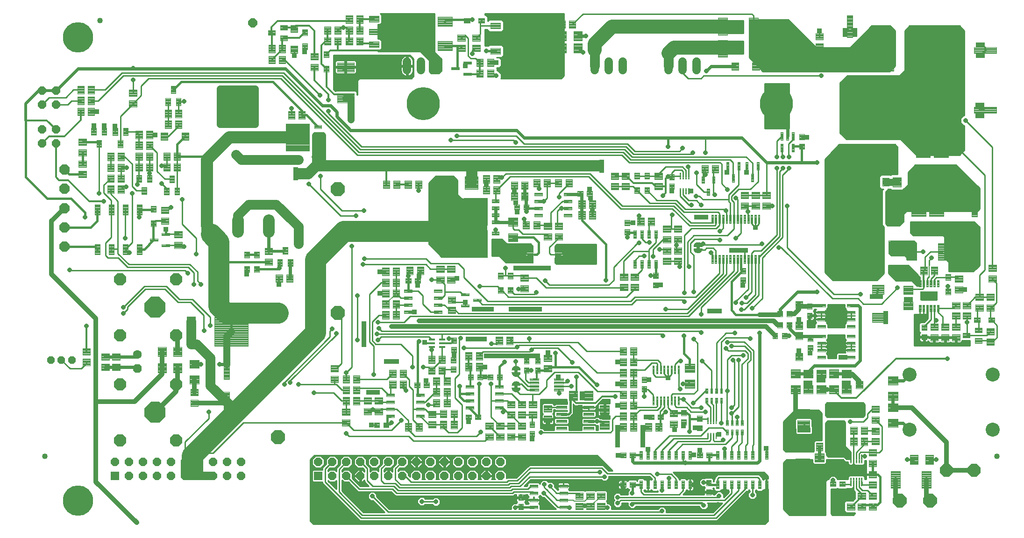
<source format=gtl>
G75*
%MOIN*%
%OFA0B0*%
%FSLAX25Y25*%
%IPPOS*%
%LPD*%
%AMOC8*
5,1,8,0,0,1.08239X$1,22.5*
%
%ADD10C,0.00394*%
%ADD11C,0.00409*%
%ADD12C,0.00405*%
%ADD13C,0.00375*%
%ADD14C,0.00402*%
%ADD15C,0.06000*%
%ADD16C,0.00425*%
%ADD17OC8,0.07087*%
%ADD18C,0.00378*%
%ADD19C,0.00399*%
%ADD20C,0.00400*%
%ADD21C,0.00396*%
%ADD22C,0.00408*%
%ADD23OC8,0.08600*%
%ADD24OC8,0.15000*%
%ADD25C,0.00406*%
%ADD26OC8,0.05906*%
%ADD27C,0.00400*%
%ADD28C,0.08250*%
%ADD29C,0.04500*%
%ADD30OC8,0.05315*%
%ADD31OC8,0.05400*%
%ADD32OC8,0.10000*%
%ADD33R,0.05906X0.05906*%
%ADD34OC8,0.09693*%
%ADD35C,0.04000*%
%ADD36C,0.00387*%
%ADD37OC8,0.06300*%
%ADD38C,0.06300*%
%ADD39OC8,0.09055*%
%ADD40C,0.00362*%
%ADD41C,0.00407*%
%ADD42C,0.00514*%
%ADD43C,0.00414*%
%ADD44C,0.00413*%
%ADD45C,0.00423*%
%ADD46C,0.10000*%
%ADD47C,0.00339*%
%ADD48OC8,0.06496*%
%ADD49C,0.00386*%
%ADD50C,0.00372*%
%ADD51C,0.00100*%
%ADD52C,0.23622*%
%ADD53C,0.03200*%
%ADD54C,0.02400*%
%ADD55OC8,0.03175*%
%ADD56C,0.01000*%
%ADD57C,0.01600*%
%ADD58C,0.01200*%
%ADD59R,0.03175X0.03175*%
%ADD60C,0.01100*%
%ADD61C,0.05000*%
%ADD62C,0.02000*%
%ADD63C,0.15000*%
%ADD64C,0.04000*%
%ADD65C,0.07000*%
%ADD66C,0.03175*%
%ADD67C,0.08000*%
%ADD68C,0.00800*%
%ADD69C,0.21654*%
%ADD70C,0.08600*%
%ADD71C,0.01400*%
%ADD72C,0.01800*%
%ADD73C,0.10000*%
D10*
X0221614Y0207365D02*
X0221614Y0210907D01*
X0227518Y0210907D01*
X0227518Y0207365D01*
X0221614Y0207365D01*
X0221614Y0207758D02*
X0227518Y0207758D01*
X0227518Y0208151D02*
X0221614Y0208151D01*
X0221614Y0208544D02*
X0227518Y0208544D01*
X0227518Y0208937D02*
X0221614Y0208937D01*
X0221614Y0209330D02*
X0227518Y0209330D01*
X0227518Y0209723D02*
X0221614Y0209723D01*
X0221614Y0210116D02*
X0227518Y0210116D01*
X0227518Y0210509D02*
X0221614Y0210509D01*
X0221614Y0210902D02*
X0227518Y0210902D01*
X0221614Y0225318D02*
X0221614Y0228860D01*
X0227518Y0228860D01*
X0227518Y0225318D01*
X0221614Y0225318D01*
X0221614Y0225711D02*
X0227518Y0225711D01*
X0227518Y0226104D02*
X0221614Y0226104D01*
X0221614Y0226497D02*
X0227518Y0226497D01*
X0227518Y0226890D02*
X0221614Y0226890D01*
X0221614Y0227283D02*
X0227518Y0227283D01*
X0227518Y0227676D02*
X0221614Y0227676D01*
X0221614Y0228069D02*
X0227518Y0228069D01*
X0227518Y0228462D02*
X0221614Y0228462D01*
X0221614Y0228855D02*
X0227518Y0228855D01*
X0266114Y0260579D02*
X0266114Y0264909D01*
X0266114Y0260579D02*
X0262572Y0260579D01*
X0262572Y0264909D01*
X0266114Y0264909D01*
X0266114Y0260972D02*
X0262572Y0260972D01*
X0262572Y0261365D02*
X0266114Y0261365D01*
X0266114Y0261758D02*
X0262572Y0261758D01*
X0262572Y0262151D02*
X0266114Y0262151D01*
X0266114Y0262544D02*
X0262572Y0262544D01*
X0262572Y0262937D02*
X0266114Y0262937D01*
X0266114Y0263330D02*
X0262572Y0263330D01*
X0262572Y0263723D02*
X0266114Y0263723D01*
X0266114Y0264116D02*
X0262572Y0264116D01*
X0262572Y0264509D02*
X0266114Y0264509D01*
X0266114Y0264902D02*
X0262572Y0264902D01*
X0269572Y0264909D02*
X0269572Y0260579D01*
X0269572Y0264909D02*
X0273114Y0264909D01*
X0273114Y0260579D01*
X0269572Y0260579D01*
X0269572Y0260972D02*
X0273114Y0260972D01*
X0273114Y0261365D02*
X0269572Y0261365D01*
X0269572Y0261758D02*
X0273114Y0261758D01*
X0273114Y0262151D02*
X0269572Y0262151D01*
X0269572Y0262544D02*
X0273114Y0262544D01*
X0273114Y0262937D02*
X0269572Y0262937D01*
X0269572Y0263330D02*
X0273114Y0263330D01*
X0273114Y0263723D02*
X0269572Y0263723D01*
X0269572Y0264116D02*
X0273114Y0264116D01*
X0273114Y0264509D02*
X0269572Y0264509D01*
X0269572Y0264902D02*
X0273114Y0264902D01*
X0269572Y0270815D02*
X0269572Y0275145D01*
X0273114Y0275145D01*
X0273114Y0270815D01*
X0269572Y0270815D01*
X0269572Y0271208D02*
X0273114Y0271208D01*
X0273114Y0271601D02*
X0269572Y0271601D01*
X0269572Y0271994D02*
X0273114Y0271994D01*
X0273114Y0272387D02*
X0269572Y0272387D01*
X0269572Y0272780D02*
X0273114Y0272780D01*
X0273114Y0273173D02*
X0269572Y0273173D01*
X0269572Y0273566D02*
X0273114Y0273566D01*
X0273114Y0273959D02*
X0269572Y0273959D01*
X0269572Y0274352D02*
X0273114Y0274352D01*
X0273114Y0274745D02*
X0269572Y0274745D01*
X0269572Y0275138D02*
X0273114Y0275138D01*
X0266114Y0275145D02*
X0266114Y0270815D01*
X0262572Y0270815D01*
X0262572Y0275145D01*
X0266114Y0275145D01*
X0266114Y0271208D02*
X0262572Y0271208D01*
X0262572Y0271601D02*
X0266114Y0271601D01*
X0266114Y0271994D02*
X0262572Y0271994D01*
X0262572Y0272387D02*
X0266114Y0272387D01*
X0266114Y0272780D02*
X0262572Y0272780D01*
X0262572Y0273173D02*
X0266114Y0273173D01*
X0266114Y0273566D02*
X0262572Y0273566D01*
X0262572Y0273959D02*
X0266114Y0273959D01*
X0266114Y0274352D02*
X0262572Y0274352D01*
X0262572Y0274745D02*
X0266114Y0274745D01*
X0266114Y0275138D02*
X0262572Y0275138D01*
X0286082Y0264722D02*
X0289624Y0264722D01*
X0286082Y0264722D02*
X0286082Y0269840D01*
X0289624Y0269840D01*
X0289624Y0264722D01*
X0289624Y0265115D02*
X0286082Y0265115D01*
X0286082Y0265508D02*
X0289624Y0265508D01*
X0289624Y0265901D02*
X0286082Y0265901D01*
X0286082Y0266294D02*
X0289624Y0266294D01*
X0289624Y0266687D02*
X0286082Y0266687D01*
X0286082Y0267080D02*
X0289624Y0267080D01*
X0289624Y0267473D02*
X0286082Y0267473D01*
X0286082Y0267866D02*
X0289624Y0267866D01*
X0289624Y0268259D02*
X0286082Y0268259D01*
X0286082Y0268652D02*
X0289624Y0268652D01*
X0289624Y0269045D02*
X0286082Y0269045D01*
X0286082Y0269438D02*
X0289624Y0269438D01*
X0289624Y0269831D02*
X0286082Y0269831D01*
X0289822Y0273384D02*
X0293364Y0273384D01*
X0289822Y0273384D02*
X0289822Y0278502D01*
X0293364Y0278502D01*
X0293364Y0273384D01*
X0293364Y0273777D02*
X0289822Y0273777D01*
X0289822Y0274170D02*
X0293364Y0274170D01*
X0293364Y0274563D02*
X0289822Y0274563D01*
X0289822Y0274956D02*
X0293364Y0274956D01*
X0293364Y0275349D02*
X0289822Y0275349D01*
X0289822Y0275742D02*
X0293364Y0275742D01*
X0293364Y0276135D02*
X0289822Y0276135D01*
X0289822Y0276528D02*
X0293364Y0276528D01*
X0293364Y0276921D02*
X0289822Y0276921D01*
X0289822Y0277314D02*
X0293364Y0277314D01*
X0293364Y0277707D02*
X0289822Y0277707D01*
X0289822Y0278100D02*
X0293364Y0278100D01*
X0293364Y0278493D02*
X0289822Y0278493D01*
X0293562Y0264722D02*
X0297104Y0264722D01*
X0293562Y0264722D02*
X0293562Y0269840D01*
X0297104Y0269840D01*
X0297104Y0264722D01*
X0297104Y0265115D02*
X0293562Y0265115D01*
X0293562Y0265508D02*
X0297104Y0265508D01*
X0297104Y0265901D02*
X0293562Y0265901D01*
X0293562Y0266294D02*
X0297104Y0266294D01*
X0297104Y0266687D02*
X0293562Y0266687D01*
X0293562Y0267080D02*
X0297104Y0267080D01*
X0297104Y0267473D02*
X0293562Y0267473D01*
X0293562Y0267866D02*
X0297104Y0267866D01*
X0297104Y0268259D02*
X0293562Y0268259D01*
X0293562Y0268652D02*
X0297104Y0268652D01*
X0297104Y0269045D02*
X0293562Y0269045D01*
X0293562Y0269438D02*
X0297104Y0269438D01*
X0297104Y0269831D02*
X0293562Y0269831D01*
X0377529Y0256133D02*
X0381465Y0256133D01*
X0381465Y0252591D01*
X0377529Y0252591D01*
X0377529Y0256133D01*
X0377529Y0252984D02*
X0381465Y0252984D01*
X0381465Y0253377D02*
X0377529Y0253377D01*
X0377529Y0253770D02*
X0381465Y0253770D01*
X0381465Y0254163D02*
X0377529Y0254163D01*
X0377529Y0254556D02*
X0381465Y0254556D01*
X0381465Y0254949D02*
X0377529Y0254949D01*
X0377529Y0255342D02*
X0381465Y0255342D01*
X0381465Y0255735D02*
X0377529Y0255735D01*
X0377529Y0256128D02*
X0381465Y0256128D01*
X0384222Y0256133D02*
X0388158Y0256133D01*
X0388158Y0252591D01*
X0384222Y0252591D01*
X0384222Y0256133D01*
X0384222Y0252984D02*
X0388158Y0252984D01*
X0388158Y0253377D02*
X0384222Y0253377D01*
X0384222Y0253770D02*
X0388158Y0253770D01*
X0388158Y0254163D02*
X0384222Y0254163D01*
X0384222Y0254556D02*
X0388158Y0254556D01*
X0388158Y0254949D02*
X0384222Y0254949D01*
X0384222Y0255342D02*
X0388158Y0255342D01*
X0388158Y0255735D02*
X0384222Y0255735D01*
X0384222Y0256128D02*
X0388158Y0256128D01*
X0447114Y0255815D02*
X0447114Y0260145D01*
X0447114Y0255815D02*
X0443572Y0255815D01*
X0443572Y0260145D01*
X0447114Y0260145D01*
X0447114Y0256208D02*
X0443572Y0256208D01*
X0443572Y0256601D02*
X0447114Y0256601D01*
X0447114Y0256994D02*
X0443572Y0256994D01*
X0443572Y0257387D02*
X0447114Y0257387D01*
X0447114Y0257780D02*
X0443572Y0257780D01*
X0443572Y0258173D02*
X0447114Y0258173D01*
X0447114Y0258566D02*
X0443572Y0258566D01*
X0443572Y0258959D02*
X0447114Y0258959D01*
X0447114Y0259352D02*
X0443572Y0259352D01*
X0443572Y0259745D02*
X0447114Y0259745D01*
X0447114Y0260138D02*
X0443572Y0260138D01*
X0454114Y0260145D02*
X0454114Y0255815D01*
X0450572Y0255815D01*
X0450572Y0260145D01*
X0454114Y0260145D01*
X0454114Y0256208D02*
X0450572Y0256208D01*
X0450572Y0256601D02*
X0454114Y0256601D01*
X0454114Y0256994D02*
X0450572Y0256994D01*
X0450572Y0257387D02*
X0454114Y0257387D01*
X0454114Y0257780D02*
X0450572Y0257780D01*
X0450572Y0258173D02*
X0454114Y0258173D01*
X0454114Y0258566D02*
X0450572Y0258566D01*
X0450572Y0258959D02*
X0454114Y0258959D01*
X0454114Y0259352D02*
X0450572Y0259352D01*
X0450572Y0259745D02*
X0454114Y0259745D01*
X0454114Y0260138D02*
X0450572Y0260138D01*
X0454114Y0249909D02*
X0454114Y0245579D01*
X0450572Y0245579D01*
X0450572Y0249909D01*
X0454114Y0249909D01*
X0454114Y0245972D02*
X0450572Y0245972D01*
X0450572Y0246365D02*
X0454114Y0246365D01*
X0454114Y0246758D02*
X0450572Y0246758D01*
X0450572Y0247151D02*
X0454114Y0247151D01*
X0454114Y0247544D02*
X0450572Y0247544D01*
X0450572Y0247937D02*
X0454114Y0247937D01*
X0454114Y0248330D02*
X0450572Y0248330D01*
X0450572Y0248723D02*
X0454114Y0248723D01*
X0454114Y0249116D02*
X0450572Y0249116D01*
X0450572Y0249509D02*
X0454114Y0249509D01*
X0454114Y0249902D02*
X0450572Y0249902D01*
X0447114Y0249909D02*
X0447114Y0245579D01*
X0443572Y0245579D01*
X0443572Y0249909D01*
X0447114Y0249909D01*
X0447114Y0245972D02*
X0443572Y0245972D01*
X0443572Y0246365D02*
X0447114Y0246365D01*
X0447114Y0246758D02*
X0443572Y0246758D01*
X0443572Y0247151D02*
X0447114Y0247151D01*
X0447114Y0247544D02*
X0443572Y0247544D01*
X0443572Y0247937D02*
X0447114Y0247937D01*
X0447114Y0248330D02*
X0443572Y0248330D01*
X0443572Y0248723D02*
X0447114Y0248723D01*
X0447114Y0249116D02*
X0443572Y0249116D01*
X0443572Y0249509D02*
X0447114Y0249509D01*
X0447114Y0249902D02*
X0443572Y0249902D01*
X0410322Y0213677D02*
X0410322Y0209741D01*
X0410322Y0213677D02*
X0413864Y0213677D01*
X0413864Y0209741D01*
X0410322Y0209741D01*
X0410322Y0210134D02*
X0413864Y0210134D01*
X0413864Y0210527D02*
X0410322Y0210527D01*
X0410322Y0210920D02*
X0413864Y0210920D01*
X0413864Y0211313D02*
X0410322Y0211313D01*
X0410322Y0211706D02*
X0413864Y0211706D01*
X0413864Y0212099D02*
X0410322Y0212099D01*
X0410322Y0212492D02*
X0413864Y0212492D01*
X0413864Y0212885D02*
X0410322Y0212885D01*
X0410322Y0213278D02*
X0413864Y0213278D01*
X0413864Y0213671D02*
X0410322Y0213671D01*
X0410322Y0206984D02*
X0410322Y0203048D01*
X0410322Y0206984D02*
X0413864Y0206984D01*
X0413864Y0203048D01*
X0410322Y0203048D01*
X0410322Y0203441D02*
X0413864Y0203441D01*
X0413864Y0203834D02*
X0410322Y0203834D01*
X0410322Y0204227D02*
X0413864Y0204227D01*
X0413864Y0204620D02*
X0410322Y0204620D01*
X0410322Y0205013D02*
X0413864Y0205013D01*
X0413864Y0205406D02*
X0410322Y0205406D01*
X0410322Y0205799D02*
X0413864Y0205799D01*
X0413864Y0206192D02*
X0410322Y0206192D01*
X0410322Y0206585D02*
X0413864Y0206585D01*
X0413864Y0206978D02*
X0410322Y0206978D01*
X0413364Y0199677D02*
X0413364Y0195741D01*
X0409822Y0195741D01*
X0409822Y0199677D01*
X0413364Y0199677D01*
X0413364Y0196134D02*
X0409822Y0196134D01*
X0409822Y0196527D02*
X0413364Y0196527D01*
X0413364Y0196920D02*
X0409822Y0196920D01*
X0409822Y0197313D02*
X0413364Y0197313D01*
X0413364Y0197706D02*
X0409822Y0197706D01*
X0409822Y0198099D02*
X0413364Y0198099D01*
X0413364Y0198492D02*
X0409822Y0198492D01*
X0409822Y0198885D02*
X0413364Y0198885D01*
X0413364Y0199278D02*
X0409822Y0199278D01*
X0409822Y0199671D02*
X0413364Y0199671D01*
X0413364Y0192984D02*
X0413364Y0189048D01*
X0409822Y0189048D01*
X0409822Y0192984D01*
X0413364Y0192984D01*
X0413364Y0189441D02*
X0409822Y0189441D01*
X0409822Y0189834D02*
X0413364Y0189834D01*
X0413364Y0190227D02*
X0409822Y0190227D01*
X0409822Y0190620D02*
X0413364Y0190620D01*
X0413364Y0191013D02*
X0409822Y0191013D01*
X0409822Y0191406D02*
X0413364Y0191406D01*
X0413364Y0191799D02*
X0409822Y0191799D01*
X0409822Y0192192D02*
X0413364Y0192192D01*
X0413364Y0192585D02*
X0409822Y0192585D01*
X0409822Y0192978D02*
X0413364Y0192978D01*
X0422029Y0183841D02*
X0425965Y0183841D01*
X0422029Y0183841D02*
X0422029Y0187383D01*
X0425965Y0187383D01*
X0425965Y0183841D01*
X0425965Y0184234D02*
X0422029Y0184234D01*
X0422029Y0184627D02*
X0425965Y0184627D01*
X0425965Y0185020D02*
X0422029Y0185020D01*
X0422029Y0185413D02*
X0425965Y0185413D01*
X0425965Y0185806D02*
X0422029Y0185806D01*
X0422029Y0186199D02*
X0425965Y0186199D01*
X0425965Y0186592D02*
X0422029Y0186592D01*
X0422029Y0186985D02*
X0425965Y0186985D01*
X0425965Y0187378D02*
X0422029Y0187378D01*
X0428722Y0183841D02*
X0432658Y0183841D01*
X0428722Y0183841D02*
X0428722Y0187383D01*
X0432658Y0187383D01*
X0432658Y0183841D01*
X0432658Y0184234D02*
X0428722Y0184234D01*
X0428722Y0184627D02*
X0432658Y0184627D01*
X0432658Y0185020D02*
X0428722Y0185020D01*
X0428722Y0185413D02*
X0432658Y0185413D01*
X0432658Y0185806D02*
X0428722Y0185806D01*
X0428722Y0186199D02*
X0432658Y0186199D01*
X0432658Y0186592D02*
X0428722Y0186592D01*
X0428722Y0186985D02*
X0432658Y0186985D01*
X0432658Y0187378D02*
X0428722Y0187378D01*
X0436029Y0183841D02*
X0439965Y0183841D01*
X0436029Y0183841D02*
X0436029Y0187383D01*
X0439965Y0187383D01*
X0439965Y0183841D01*
X0439965Y0184234D02*
X0436029Y0184234D01*
X0436029Y0184627D02*
X0439965Y0184627D01*
X0439965Y0185020D02*
X0436029Y0185020D01*
X0436029Y0185413D02*
X0439965Y0185413D01*
X0439965Y0185806D02*
X0436029Y0185806D01*
X0436029Y0186199D02*
X0439965Y0186199D01*
X0439965Y0186592D02*
X0436029Y0186592D01*
X0436029Y0186985D02*
X0439965Y0186985D01*
X0439965Y0187378D02*
X0436029Y0187378D01*
X0442722Y0183841D02*
X0446658Y0183841D01*
X0442722Y0183841D02*
X0442722Y0187383D01*
X0446658Y0187383D01*
X0446658Y0183841D01*
X0446658Y0184234D02*
X0442722Y0184234D01*
X0442722Y0184627D02*
X0446658Y0184627D01*
X0446658Y0185020D02*
X0442722Y0185020D01*
X0442722Y0185413D02*
X0446658Y0185413D01*
X0446658Y0185806D02*
X0442722Y0185806D01*
X0442722Y0186199D02*
X0446658Y0186199D01*
X0446658Y0186592D02*
X0442722Y0186592D01*
X0442722Y0186985D02*
X0446658Y0186985D01*
X0446658Y0187378D02*
X0442722Y0187378D01*
X0462072Y0188548D02*
X0462072Y0192484D01*
X0465614Y0192484D01*
X0465614Y0188548D01*
X0462072Y0188548D01*
X0462072Y0188941D02*
X0465614Y0188941D01*
X0465614Y0189334D02*
X0462072Y0189334D01*
X0462072Y0189727D02*
X0465614Y0189727D01*
X0465614Y0190120D02*
X0462072Y0190120D01*
X0462072Y0190513D02*
X0465614Y0190513D01*
X0465614Y0190906D02*
X0462072Y0190906D01*
X0462072Y0191299D02*
X0465614Y0191299D01*
X0465614Y0191692D02*
X0462072Y0191692D01*
X0462072Y0192085D02*
X0465614Y0192085D01*
X0465614Y0192478D02*
X0462072Y0192478D01*
X0462072Y0195241D02*
X0462072Y0199177D01*
X0465614Y0199177D01*
X0465614Y0195241D01*
X0462072Y0195241D01*
X0462072Y0195634D02*
X0465614Y0195634D01*
X0465614Y0196027D02*
X0462072Y0196027D01*
X0462072Y0196420D02*
X0465614Y0196420D01*
X0465614Y0196813D02*
X0462072Y0196813D01*
X0462072Y0197206D02*
X0465614Y0197206D01*
X0465614Y0197599D02*
X0462072Y0197599D01*
X0462072Y0197992D02*
X0465614Y0197992D01*
X0465614Y0198385D02*
X0462072Y0198385D01*
X0462072Y0198778D02*
X0465614Y0198778D01*
X0465614Y0199171D02*
X0462072Y0199171D01*
X0470072Y0199177D02*
X0470072Y0195241D01*
X0470072Y0199177D02*
X0473614Y0199177D01*
X0473614Y0195241D01*
X0470072Y0195241D01*
X0470072Y0195634D02*
X0473614Y0195634D01*
X0473614Y0196027D02*
X0470072Y0196027D01*
X0470072Y0196420D02*
X0473614Y0196420D01*
X0473614Y0196813D02*
X0470072Y0196813D01*
X0470072Y0197206D02*
X0473614Y0197206D01*
X0473614Y0197599D02*
X0470072Y0197599D01*
X0470072Y0197992D02*
X0473614Y0197992D01*
X0473614Y0198385D02*
X0470072Y0198385D01*
X0470072Y0198778D02*
X0473614Y0198778D01*
X0473614Y0199171D02*
X0470072Y0199171D01*
X0470072Y0192484D02*
X0470072Y0188548D01*
X0470072Y0192484D02*
X0473614Y0192484D01*
X0473614Y0188548D01*
X0470072Y0188548D01*
X0470072Y0188941D02*
X0473614Y0188941D01*
X0473614Y0189334D02*
X0470072Y0189334D01*
X0470072Y0189727D02*
X0473614Y0189727D01*
X0473614Y0190120D02*
X0470072Y0190120D01*
X0470072Y0190513D02*
X0473614Y0190513D01*
X0473614Y0190906D02*
X0470072Y0190906D01*
X0470072Y0191299D02*
X0473614Y0191299D01*
X0473614Y0191692D02*
X0470072Y0191692D01*
X0470072Y0192085D02*
X0473614Y0192085D01*
X0473614Y0192478D02*
X0470072Y0192478D01*
X0431158Y0155341D02*
X0427222Y0155341D01*
X0427222Y0158883D01*
X0431158Y0158883D01*
X0431158Y0155341D01*
X0431158Y0155734D02*
X0427222Y0155734D01*
X0427222Y0156127D02*
X0431158Y0156127D01*
X0431158Y0156520D02*
X0427222Y0156520D01*
X0427222Y0156913D02*
X0431158Y0156913D01*
X0431158Y0157306D02*
X0427222Y0157306D01*
X0427222Y0157699D02*
X0431158Y0157699D01*
X0431158Y0158092D02*
X0427222Y0158092D01*
X0427222Y0158485D02*
X0431158Y0158485D01*
X0431158Y0158878D02*
X0427222Y0158878D01*
X0424465Y0155341D02*
X0420529Y0155341D01*
X0420529Y0158883D01*
X0424465Y0158883D01*
X0424465Y0155341D01*
X0424465Y0155734D02*
X0420529Y0155734D01*
X0420529Y0156127D02*
X0424465Y0156127D01*
X0424465Y0156520D02*
X0420529Y0156520D01*
X0420529Y0156913D02*
X0424465Y0156913D01*
X0424465Y0157306D02*
X0420529Y0157306D01*
X0420529Y0157699D02*
X0424465Y0157699D01*
X0424465Y0158092D02*
X0420529Y0158092D01*
X0420529Y0158485D02*
X0424465Y0158485D01*
X0424465Y0158878D02*
X0420529Y0158878D01*
X0394408Y0181633D02*
X0390472Y0181633D01*
X0394408Y0181633D02*
X0394408Y0178091D01*
X0390472Y0178091D01*
X0390472Y0181633D01*
X0390472Y0178484D02*
X0394408Y0178484D01*
X0394408Y0178877D02*
X0390472Y0178877D01*
X0390472Y0179270D02*
X0394408Y0179270D01*
X0394408Y0179663D02*
X0390472Y0179663D01*
X0390472Y0180056D02*
X0394408Y0180056D01*
X0394408Y0180449D02*
X0390472Y0180449D01*
X0390472Y0180842D02*
X0394408Y0180842D01*
X0394408Y0181235D02*
X0390472Y0181235D01*
X0390472Y0181628D02*
X0394408Y0181628D01*
X0387715Y0181633D02*
X0383779Y0181633D01*
X0387715Y0181633D02*
X0387715Y0178091D01*
X0383779Y0178091D01*
X0383779Y0181633D01*
X0383779Y0178484D02*
X0387715Y0178484D01*
X0387715Y0178877D02*
X0383779Y0178877D01*
X0383779Y0179270D02*
X0387715Y0179270D01*
X0387715Y0179663D02*
X0383779Y0179663D01*
X0383779Y0180056D02*
X0387715Y0180056D01*
X0387715Y0180449D02*
X0383779Y0180449D01*
X0383779Y0180842D02*
X0387715Y0180842D01*
X0387715Y0181235D02*
X0383779Y0181235D01*
X0383779Y0181628D02*
X0387715Y0181628D01*
X0365658Y0149591D02*
X0361722Y0149591D01*
X0361722Y0153133D01*
X0365658Y0153133D01*
X0365658Y0149591D01*
X0365658Y0149984D02*
X0361722Y0149984D01*
X0361722Y0150377D02*
X0365658Y0150377D01*
X0365658Y0150770D02*
X0361722Y0150770D01*
X0361722Y0151163D02*
X0365658Y0151163D01*
X0365658Y0151556D02*
X0361722Y0151556D01*
X0361722Y0151949D02*
X0365658Y0151949D01*
X0365658Y0152342D02*
X0361722Y0152342D01*
X0361722Y0152735D02*
X0365658Y0152735D01*
X0365658Y0153128D02*
X0361722Y0153128D01*
X0358965Y0149591D02*
X0355029Y0149591D01*
X0355029Y0153133D01*
X0358965Y0153133D01*
X0358965Y0149591D01*
X0358965Y0149984D02*
X0355029Y0149984D01*
X0355029Y0150377D02*
X0358965Y0150377D01*
X0358965Y0150770D02*
X0355029Y0150770D01*
X0355029Y0151163D02*
X0358965Y0151163D01*
X0358965Y0151556D02*
X0355029Y0151556D01*
X0355029Y0151949D02*
X0358965Y0151949D01*
X0358965Y0152342D02*
X0355029Y0152342D01*
X0355029Y0152735D02*
X0358965Y0152735D01*
X0358965Y0153128D02*
X0355029Y0153128D01*
X0458072Y0101677D02*
X0458072Y0097741D01*
X0458072Y0101677D02*
X0461614Y0101677D01*
X0461614Y0097741D01*
X0458072Y0097741D01*
X0458072Y0098134D02*
X0461614Y0098134D01*
X0461614Y0098527D02*
X0458072Y0098527D01*
X0458072Y0098920D02*
X0461614Y0098920D01*
X0461614Y0099313D02*
X0458072Y0099313D01*
X0458072Y0099706D02*
X0461614Y0099706D01*
X0461614Y0100099D02*
X0458072Y0100099D01*
X0458072Y0100492D02*
X0461614Y0100492D01*
X0461614Y0100885D02*
X0458072Y0100885D01*
X0458072Y0101278D02*
X0461614Y0101278D01*
X0461614Y0101671D02*
X0458072Y0101671D01*
X0458072Y0094984D02*
X0458072Y0091048D01*
X0458072Y0094984D02*
X0461614Y0094984D01*
X0461614Y0091048D01*
X0458072Y0091048D01*
X0458072Y0091441D02*
X0461614Y0091441D01*
X0461614Y0091834D02*
X0458072Y0091834D01*
X0458072Y0092227D02*
X0461614Y0092227D01*
X0461614Y0092620D02*
X0458072Y0092620D01*
X0458072Y0093013D02*
X0461614Y0093013D01*
X0461614Y0093406D02*
X0458072Y0093406D01*
X0458072Y0093799D02*
X0461614Y0093799D01*
X0461614Y0094192D02*
X0458072Y0094192D01*
X0458072Y0094585D02*
X0461614Y0094585D01*
X0461614Y0094978D02*
X0458072Y0094978D01*
X0530779Y0110633D02*
X0534715Y0110633D01*
X0534715Y0107091D01*
X0530779Y0107091D01*
X0530779Y0110633D01*
X0530779Y0107484D02*
X0534715Y0107484D01*
X0534715Y0107877D02*
X0530779Y0107877D01*
X0530779Y0108270D02*
X0534715Y0108270D01*
X0534715Y0108663D02*
X0530779Y0108663D01*
X0530779Y0109056D02*
X0534715Y0109056D01*
X0534715Y0109449D02*
X0530779Y0109449D01*
X0530779Y0109842D02*
X0534715Y0109842D01*
X0534715Y0110235D02*
X0530779Y0110235D01*
X0530779Y0110628D02*
X0534715Y0110628D01*
X0537472Y0110633D02*
X0541408Y0110633D01*
X0541408Y0107091D01*
X0537472Y0107091D01*
X0537472Y0110633D01*
X0537472Y0107484D02*
X0541408Y0107484D01*
X0541408Y0107877D02*
X0537472Y0107877D01*
X0537472Y0108270D02*
X0541408Y0108270D01*
X0541408Y0108663D02*
X0537472Y0108663D01*
X0537472Y0109056D02*
X0541408Y0109056D01*
X0541408Y0109449D02*
X0537472Y0109449D01*
X0537472Y0109842D02*
X0541408Y0109842D01*
X0541408Y0110235D02*
X0537472Y0110235D01*
X0537472Y0110628D02*
X0541408Y0110628D01*
X0541408Y0128091D02*
X0537472Y0128091D01*
X0537472Y0131633D01*
X0541408Y0131633D01*
X0541408Y0128091D01*
X0541408Y0128484D02*
X0537472Y0128484D01*
X0537472Y0128877D02*
X0541408Y0128877D01*
X0541408Y0129270D02*
X0537472Y0129270D01*
X0537472Y0129663D02*
X0541408Y0129663D01*
X0541408Y0130056D02*
X0537472Y0130056D01*
X0537472Y0130449D02*
X0541408Y0130449D01*
X0541408Y0130842D02*
X0537472Y0130842D01*
X0537472Y0131235D02*
X0541408Y0131235D01*
X0541408Y0131628D02*
X0537472Y0131628D01*
X0534715Y0128091D02*
X0530779Y0128091D01*
X0530779Y0131633D01*
X0534715Y0131633D01*
X0534715Y0128091D01*
X0534715Y0128484D02*
X0530779Y0128484D01*
X0530779Y0128877D02*
X0534715Y0128877D01*
X0534715Y0129270D02*
X0530779Y0129270D01*
X0530779Y0129663D02*
X0534715Y0129663D01*
X0534715Y0130056D02*
X0530779Y0130056D01*
X0530779Y0130449D02*
X0534715Y0130449D01*
X0534715Y0130842D02*
X0530779Y0130842D01*
X0530779Y0131235D02*
X0534715Y0131235D01*
X0534715Y0131628D02*
X0530779Y0131628D01*
X0550779Y0155341D02*
X0554715Y0155341D01*
X0550779Y0155341D02*
X0550779Y0158883D01*
X0554715Y0158883D01*
X0554715Y0155341D01*
X0554715Y0155734D02*
X0550779Y0155734D01*
X0550779Y0156127D02*
X0554715Y0156127D01*
X0554715Y0156520D02*
X0550779Y0156520D01*
X0550779Y0156913D02*
X0554715Y0156913D01*
X0554715Y0157306D02*
X0550779Y0157306D01*
X0550779Y0157699D02*
X0554715Y0157699D01*
X0554715Y0158092D02*
X0550779Y0158092D01*
X0550779Y0158485D02*
X0554715Y0158485D01*
X0554715Y0158878D02*
X0550779Y0158878D01*
X0557472Y0155341D02*
X0561408Y0155341D01*
X0557472Y0155341D02*
X0557472Y0158883D01*
X0561408Y0158883D01*
X0561408Y0155341D01*
X0561408Y0155734D02*
X0557472Y0155734D01*
X0557472Y0156127D02*
X0561408Y0156127D01*
X0561408Y0156520D02*
X0557472Y0156520D01*
X0557472Y0156913D02*
X0561408Y0156913D01*
X0561408Y0157306D02*
X0557472Y0157306D01*
X0557472Y0157699D02*
X0561408Y0157699D01*
X0561408Y0158092D02*
X0557472Y0158092D01*
X0557472Y0158485D02*
X0561408Y0158485D01*
X0561408Y0158878D02*
X0557472Y0158878D01*
X0577864Y0158241D02*
X0577864Y0162177D01*
X0577864Y0158241D02*
X0574322Y0158241D01*
X0574322Y0162177D01*
X0577864Y0162177D01*
X0577864Y0158634D02*
X0574322Y0158634D01*
X0574322Y0159027D02*
X0577864Y0159027D01*
X0577864Y0159420D02*
X0574322Y0159420D01*
X0574322Y0159813D02*
X0577864Y0159813D01*
X0577864Y0160206D02*
X0574322Y0160206D01*
X0574322Y0160599D02*
X0577864Y0160599D01*
X0577864Y0160992D02*
X0574322Y0160992D01*
X0574322Y0161385D02*
X0577864Y0161385D01*
X0577864Y0161778D02*
X0574322Y0161778D01*
X0574322Y0162171D02*
X0577864Y0162171D01*
X0577864Y0155484D02*
X0577864Y0151548D01*
X0574322Y0151548D01*
X0574322Y0155484D01*
X0577864Y0155484D01*
X0577864Y0151941D02*
X0574322Y0151941D01*
X0574322Y0152334D02*
X0577864Y0152334D01*
X0577864Y0152727D02*
X0574322Y0152727D01*
X0574322Y0153120D02*
X0577864Y0153120D01*
X0577864Y0153513D02*
X0574322Y0153513D01*
X0574322Y0153906D02*
X0577864Y0153906D01*
X0577864Y0154299D02*
X0574322Y0154299D01*
X0574322Y0154692D02*
X0577864Y0154692D01*
X0577864Y0155085D02*
X0574322Y0155085D01*
X0574322Y0155478D02*
X0577864Y0155478D01*
X0585572Y0153991D02*
X0585572Y0157927D01*
X0589114Y0157927D01*
X0589114Y0153991D01*
X0585572Y0153991D01*
X0585572Y0154384D02*
X0589114Y0154384D01*
X0589114Y0154777D02*
X0585572Y0154777D01*
X0585572Y0155170D02*
X0589114Y0155170D01*
X0589114Y0155563D02*
X0585572Y0155563D01*
X0585572Y0155956D02*
X0589114Y0155956D01*
X0589114Y0156349D02*
X0585572Y0156349D01*
X0585572Y0156742D02*
X0589114Y0156742D01*
X0589114Y0157135D02*
X0585572Y0157135D01*
X0585572Y0157528D02*
X0589114Y0157528D01*
X0589114Y0157921D02*
X0585572Y0157921D01*
X0585572Y0151234D02*
X0585572Y0147298D01*
X0585572Y0151234D02*
X0589114Y0151234D01*
X0589114Y0147298D01*
X0585572Y0147298D01*
X0585572Y0147691D02*
X0589114Y0147691D01*
X0589114Y0148084D02*
X0585572Y0148084D01*
X0585572Y0148477D02*
X0589114Y0148477D01*
X0589114Y0148870D02*
X0585572Y0148870D01*
X0585572Y0149263D02*
X0589114Y0149263D01*
X0589114Y0149656D02*
X0585572Y0149656D01*
X0585572Y0150049D02*
X0589114Y0150049D01*
X0589114Y0150442D02*
X0585572Y0150442D01*
X0585572Y0150835D02*
X0589114Y0150835D01*
X0589114Y0151228D02*
X0585572Y0151228D01*
X0591491Y0167245D02*
X0593065Y0167245D01*
X0591491Y0167245D02*
X0591491Y0170787D01*
X0593065Y0170787D01*
X0593065Y0167245D01*
X0593065Y0167638D02*
X0591491Y0167638D01*
X0591491Y0168031D02*
X0593065Y0168031D01*
X0593065Y0168424D02*
X0591491Y0168424D01*
X0591491Y0168817D02*
X0593065Y0168817D01*
X0593065Y0169210D02*
X0591491Y0169210D01*
X0591491Y0169603D02*
X0593065Y0169603D01*
X0593065Y0169996D02*
X0591491Y0169996D01*
X0591491Y0170389D02*
X0593065Y0170389D01*
X0593065Y0170782D02*
X0591491Y0170782D01*
X0595035Y0167245D02*
X0596609Y0167245D01*
X0595035Y0167245D02*
X0595035Y0170787D01*
X0596609Y0170787D01*
X0596609Y0167245D01*
X0596609Y0167638D02*
X0595035Y0167638D01*
X0595035Y0168031D02*
X0596609Y0168031D01*
X0596609Y0168424D02*
X0595035Y0168424D01*
X0595035Y0168817D02*
X0596609Y0168817D01*
X0596609Y0169210D02*
X0595035Y0169210D01*
X0595035Y0169603D02*
X0596609Y0169603D01*
X0596609Y0169996D02*
X0595035Y0169996D01*
X0595035Y0170389D02*
X0596609Y0170389D01*
X0596609Y0170782D02*
X0595035Y0170782D01*
X0598578Y0167245D02*
X0600152Y0167245D01*
X0598578Y0167245D02*
X0598578Y0170787D01*
X0600152Y0170787D01*
X0600152Y0167245D01*
X0600152Y0167638D02*
X0598578Y0167638D01*
X0598578Y0168031D02*
X0600152Y0168031D01*
X0600152Y0168424D02*
X0598578Y0168424D01*
X0598578Y0168817D02*
X0600152Y0168817D01*
X0600152Y0169210D02*
X0598578Y0169210D01*
X0598578Y0169603D02*
X0600152Y0169603D01*
X0600152Y0169996D02*
X0598578Y0169996D01*
X0598578Y0170389D02*
X0600152Y0170389D01*
X0600152Y0170782D02*
X0598578Y0170782D01*
X0602121Y0167245D02*
X0603695Y0167245D01*
X0602121Y0167245D02*
X0602121Y0170787D01*
X0603695Y0170787D01*
X0603695Y0167245D01*
X0603695Y0167638D02*
X0602121Y0167638D01*
X0602121Y0168031D02*
X0603695Y0168031D01*
X0603695Y0168424D02*
X0602121Y0168424D01*
X0602121Y0168817D02*
X0603695Y0168817D01*
X0603695Y0169210D02*
X0602121Y0169210D01*
X0602121Y0169603D02*
X0603695Y0169603D01*
X0603695Y0169996D02*
X0602121Y0169996D01*
X0602121Y0170389D02*
X0603695Y0170389D01*
X0603695Y0170782D02*
X0602121Y0170782D01*
X0602121Y0173938D02*
X0603695Y0173938D01*
X0602121Y0173938D02*
X0602121Y0177480D01*
X0603695Y0177480D01*
X0603695Y0173938D01*
X0603695Y0174331D02*
X0602121Y0174331D01*
X0602121Y0174724D02*
X0603695Y0174724D01*
X0603695Y0175117D02*
X0602121Y0175117D01*
X0602121Y0175510D02*
X0603695Y0175510D01*
X0603695Y0175903D02*
X0602121Y0175903D01*
X0602121Y0176296D02*
X0603695Y0176296D01*
X0603695Y0176689D02*
X0602121Y0176689D01*
X0602121Y0177082D02*
X0603695Y0177082D01*
X0603695Y0177475D02*
X0602121Y0177475D01*
X0600152Y0173938D02*
X0598578Y0173938D01*
X0598578Y0177480D01*
X0600152Y0177480D01*
X0600152Y0173938D01*
X0600152Y0174331D02*
X0598578Y0174331D01*
X0598578Y0174724D02*
X0600152Y0174724D01*
X0600152Y0175117D02*
X0598578Y0175117D01*
X0598578Y0175510D02*
X0600152Y0175510D01*
X0600152Y0175903D02*
X0598578Y0175903D01*
X0598578Y0176296D02*
X0600152Y0176296D01*
X0600152Y0176689D02*
X0598578Y0176689D01*
X0598578Y0177082D02*
X0600152Y0177082D01*
X0600152Y0177475D02*
X0598578Y0177475D01*
X0596609Y0173938D02*
X0595035Y0173938D01*
X0595035Y0177480D01*
X0596609Y0177480D01*
X0596609Y0173938D01*
X0596609Y0174331D02*
X0595035Y0174331D01*
X0595035Y0174724D02*
X0596609Y0174724D01*
X0596609Y0175117D02*
X0595035Y0175117D01*
X0595035Y0175510D02*
X0596609Y0175510D01*
X0596609Y0175903D02*
X0595035Y0175903D01*
X0595035Y0176296D02*
X0596609Y0176296D01*
X0596609Y0176689D02*
X0595035Y0176689D01*
X0595035Y0177082D02*
X0596609Y0177082D01*
X0596609Y0177475D02*
X0595035Y0177475D01*
X0593065Y0173938D02*
X0591491Y0173938D01*
X0591491Y0177480D01*
X0593065Y0177480D01*
X0593065Y0173938D01*
X0593065Y0174331D02*
X0591491Y0174331D01*
X0591491Y0174724D02*
X0593065Y0174724D01*
X0593065Y0175117D02*
X0591491Y0175117D01*
X0591491Y0175510D02*
X0593065Y0175510D01*
X0593065Y0175903D02*
X0591491Y0175903D01*
X0591491Y0176296D02*
X0593065Y0176296D01*
X0593065Y0176689D02*
X0591491Y0176689D01*
X0591491Y0177082D02*
X0593065Y0177082D01*
X0593065Y0177475D02*
X0591491Y0177475D01*
X0606241Y0151188D02*
X0607815Y0151188D01*
X0606241Y0151188D02*
X0606241Y0154730D01*
X0607815Y0154730D01*
X0607815Y0151188D01*
X0607815Y0151581D02*
X0606241Y0151581D01*
X0606241Y0151974D02*
X0607815Y0151974D01*
X0607815Y0152367D02*
X0606241Y0152367D01*
X0606241Y0152760D02*
X0607815Y0152760D01*
X0607815Y0153153D02*
X0606241Y0153153D01*
X0606241Y0153546D02*
X0607815Y0153546D01*
X0607815Y0153939D02*
X0606241Y0153939D01*
X0606241Y0154332D02*
X0607815Y0154332D01*
X0607815Y0154725D02*
X0606241Y0154725D01*
X0609785Y0151188D02*
X0611359Y0151188D01*
X0609785Y0151188D02*
X0609785Y0154730D01*
X0611359Y0154730D01*
X0611359Y0151188D01*
X0611359Y0151581D02*
X0609785Y0151581D01*
X0609785Y0151974D02*
X0611359Y0151974D01*
X0611359Y0152367D02*
X0609785Y0152367D01*
X0609785Y0152760D02*
X0611359Y0152760D01*
X0611359Y0153153D02*
X0609785Y0153153D01*
X0609785Y0153546D02*
X0611359Y0153546D01*
X0611359Y0153939D02*
X0609785Y0153939D01*
X0609785Y0154332D02*
X0611359Y0154332D01*
X0611359Y0154725D02*
X0609785Y0154725D01*
X0613328Y0151188D02*
X0614902Y0151188D01*
X0613328Y0151188D02*
X0613328Y0154730D01*
X0614902Y0154730D01*
X0614902Y0151188D01*
X0614902Y0151581D02*
X0613328Y0151581D01*
X0613328Y0151974D02*
X0614902Y0151974D01*
X0614902Y0152367D02*
X0613328Y0152367D01*
X0613328Y0152760D02*
X0614902Y0152760D01*
X0614902Y0153153D02*
X0613328Y0153153D01*
X0613328Y0153546D02*
X0614902Y0153546D01*
X0614902Y0153939D02*
X0613328Y0153939D01*
X0613328Y0154332D02*
X0614902Y0154332D01*
X0614902Y0154725D02*
X0613328Y0154725D01*
X0616871Y0151188D02*
X0618445Y0151188D01*
X0616871Y0151188D02*
X0616871Y0154730D01*
X0618445Y0154730D01*
X0618445Y0151188D01*
X0618445Y0151581D02*
X0616871Y0151581D01*
X0616871Y0151974D02*
X0618445Y0151974D01*
X0618445Y0152367D02*
X0616871Y0152367D01*
X0616871Y0152760D02*
X0618445Y0152760D01*
X0618445Y0153153D02*
X0616871Y0153153D01*
X0616871Y0153546D02*
X0618445Y0153546D01*
X0618445Y0153939D02*
X0616871Y0153939D01*
X0616871Y0154332D02*
X0618445Y0154332D01*
X0618445Y0154725D02*
X0616871Y0154725D01*
X0616871Y0144495D02*
X0618445Y0144495D01*
X0616871Y0144495D02*
X0616871Y0148037D01*
X0618445Y0148037D01*
X0618445Y0144495D01*
X0618445Y0144888D02*
X0616871Y0144888D01*
X0616871Y0145281D02*
X0618445Y0145281D01*
X0618445Y0145674D02*
X0616871Y0145674D01*
X0616871Y0146067D02*
X0618445Y0146067D01*
X0618445Y0146460D02*
X0616871Y0146460D01*
X0616871Y0146853D02*
X0618445Y0146853D01*
X0618445Y0147246D02*
X0616871Y0147246D01*
X0616871Y0147639D02*
X0618445Y0147639D01*
X0618445Y0148032D02*
X0616871Y0148032D01*
X0614902Y0144495D02*
X0613328Y0144495D01*
X0613328Y0148037D01*
X0614902Y0148037D01*
X0614902Y0144495D01*
X0614902Y0144888D02*
X0613328Y0144888D01*
X0613328Y0145281D02*
X0614902Y0145281D01*
X0614902Y0145674D02*
X0613328Y0145674D01*
X0613328Y0146067D02*
X0614902Y0146067D01*
X0614902Y0146460D02*
X0613328Y0146460D01*
X0613328Y0146853D02*
X0614902Y0146853D01*
X0614902Y0147246D02*
X0613328Y0147246D01*
X0613328Y0147639D02*
X0614902Y0147639D01*
X0614902Y0148032D02*
X0613328Y0148032D01*
X0611359Y0144495D02*
X0609785Y0144495D01*
X0609785Y0148037D01*
X0611359Y0148037D01*
X0611359Y0144495D01*
X0611359Y0144888D02*
X0609785Y0144888D01*
X0609785Y0145281D02*
X0611359Y0145281D01*
X0611359Y0145674D02*
X0609785Y0145674D01*
X0609785Y0146067D02*
X0611359Y0146067D01*
X0611359Y0146460D02*
X0609785Y0146460D01*
X0609785Y0146853D02*
X0611359Y0146853D01*
X0611359Y0147246D02*
X0609785Y0147246D01*
X0609785Y0147639D02*
X0611359Y0147639D01*
X0611359Y0148032D02*
X0609785Y0148032D01*
X0607815Y0144495D02*
X0606241Y0144495D01*
X0606241Y0148037D01*
X0607815Y0148037D01*
X0607815Y0144495D01*
X0607815Y0144888D02*
X0606241Y0144888D01*
X0606241Y0145281D02*
X0607815Y0145281D01*
X0607815Y0145674D02*
X0606241Y0145674D01*
X0606241Y0146067D02*
X0607815Y0146067D01*
X0607815Y0146460D02*
X0606241Y0146460D01*
X0606241Y0146853D02*
X0607815Y0146853D01*
X0607815Y0147246D02*
X0606241Y0147246D01*
X0606241Y0147639D02*
X0607815Y0147639D01*
X0607815Y0148032D02*
X0606241Y0148032D01*
X0596158Y0128091D02*
X0592222Y0128091D01*
X0592222Y0131633D01*
X0596158Y0131633D01*
X0596158Y0128091D01*
X0596158Y0128484D02*
X0592222Y0128484D01*
X0592222Y0128877D02*
X0596158Y0128877D01*
X0596158Y0129270D02*
X0592222Y0129270D01*
X0592222Y0129663D02*
X0596158Y0129663D01*
X0596158Y0130056D02*
X0592222Y0130056D01*
X0592222Y0130449D02*
X0596158Y0130449D01*
X0596158Y0130842D02*
X0592222Y0130842D01*
X0592222Y0131235D02*
X0596158Y0131235D01*
X0596158Y0131628D02*
X0592222Y0131628D01*
X0589465Y0128091D02*
X0585529Y0128091D01*
X0585529Y0131633D01*
X0589465Y0131633D01*
X0589465Y0128091D01*
X0589465Y0128484D02*
X0585529Y0128484D01*
X0585529Y0128877D02*
X0589465Y0128877D01*
X0589465Y0129270D02*
X0585529Y0129270D01*
X0585529Y0129663D02*
X0589465Y0129663D01*
X0589465Y0130056D02*
X0585529Y0130056D01*
X0585529Y0130449D02*
X0589465Y0130449D01*
X0589465Y0130842D02*
X0585529Y0130842D01*
X0585529Y0131235D02*
X0589465Y0131235D01*
X0589465Y0131628D02*
X0585529Y0131628D01*
X0592072Y0112177D02*
X0592072Y0108241D01*
X0592072Y0112177D02*
X0595614Y0112177D01*
X0595614Y0108241D01*
X0592072Y0108241D01*
X0592072Y0108634D02*
X0595614Y0108634D01*
X0595614Y0109027D02*
X0592072Y0109027D01*
X0592072Y0109420D02*
X0595614Y0109420D01*
X0595614Y0109813D02*
X0592072Y0109813D01*
X0592072Y0110206D02*
X0595614Y0110206D01*
X0595614Y0110599D02*
X0592072Y0110599D01*
X0592072Y0110992D02*
X0595614Y0110992D01*
X0595614Y0111385D02*
X0592072Y0111385D01*
X0592072Y0111778D02*
X0595614Y0111778D01*
X0595614Y0112171D02*
X0592072Y0112171D01*
X0592072Y0105484D02*
X0592072Y0101548D01*
X0592072Y0105484D02*
X0595614Y0105484D01*
X0595614Y0101548D01*
X0592072Y0101548D01*
X0592072Y0101941D02*
X0595614Y0101941D01*
X0595614Y0102334D02*
X0592072Y0102334D01*
X0592072Y0102727D02*
X0595614Y0102727D01*
X0595614Y0103120D02*
X0592072Y0103120D01*
X0592072Y0103513D02*
X0595614Y0103513D01*
X0595614Y0103906D02*
X0592072Y0103906D01*
X0592072Y0104299D02*
X0595614Y0104299D01*
X0595614Y0104692D02*
X0592072Y0104692D01*
X0592072Y0105085D02*
X0595614Y0105085D01*
X0595614Y0105478D02*
X0592072Y0105478D01*
X0680529Y0107591D02*
X0684465Y0107591D01*
X0680529Y0107591D02*
X0680529Y0111133D01*
X0684465Y0111133D01*
X0684465Y0107591D01*
X0684465Y0107984D02*
X0680529Y0107984D01*
X0680529Y0108377D02*
X0684465Y0108377D01*
X0684465Y0108770D02*
X0680529Y0108770D01*
X0680529Y0109163D02*
X0684465Y0109163D01*
X0684465Y0109556D02*
X0680529Y0109556D01*
X0680529Y0109949D02*
X0684465Y0109949D01*
X0684465Y0110342D02*
X0680529Y0110342D01*
X0680529Y0110735D02*
X0684465Y0110735D01*
X0684465Y0111128D02*
X0680529Y0111128D01*
X0687222Y0107591D02*
X0691158Y0107591D01*
X0687222Y0107591D02*
X0687222Y0111133D01*
X0691158Y0111133D01*
X0691158Y0107591D01*
X0691158Y0107984D02*
X0687222Y0107984D01*
X0687222Y0108377D02*
X0691158Y0108377D01*
X0691158Y0108770D02*
X0687222Y0108770D01*
X0687222Y0109163D02*
X0691158Y0109163D01*
X0691158Y0109556D02*
X0687222Y0109556D01*
X0687222Y0109949D02*
X0691158Y0109949D01*
X0691158Y0110342D02*
X0687222Y0110342D01*
X0687222Y0110735D02*
X0691158Y0110735D01*
X0691158Y0111128D02*
X0687222Y0111128D01*
X0546072Y0175048D02*
X0546072Y0178984D01*
X0549614Y0178984D01*
X0549614Y0175048D01*
X0546072Y0175048D01*
X0546072Y0175441D02*
X0549614Y0175441D01*
X0549614Y0175834D02*
X0546072Y0175834D01*
X0546072Y0176227D02*
X0549614Y0176227D01*
X0549614Y0176620D02*
X0546072Y0176620D01*
X0546072Y0177013D02*
X0549614Y0177013D01*
X0549614Y0177406D02*
X0546072Y0177406D01*
X0546072Y0177799D02*
X0549614Y0177799D01*
X0549614Y0178192D02*
X0546072Y0178192D01*
X0546072Y0178585D02*
X0549614Y0178585D01*
X0549614Y0178978D02*
X0546072Y0178978D01*
X0546072Y0181741D02*
X0546072Y0185677D01*
X0549614Y0185677D01*
X0549614Y0181741D01*
X0546072Y0181741D01*
X0546072Y0182134D02*
X0549614Y0182134D01*
X0549614Y0182527D02*
X0546072Y0182527D01*
X0546072Y0182920D02*
X0549614Y0182920D01*
X0549614Y0183313D02*
X0546072Y0183313D01*
X0546072Y0183706D02*
X0549614Y0183706D01*
X0549614Y0184099D02*
X0546072Y0184099D01*
X0546072Y0184492D02*
X0549614Y0184492D01*
X0549614Y0184885D02*
X0546072Y0184885D01*
X0546072Y0185278D02*
X0549614Y0185278D01*
X0549614Y0185671D02*
X0546072Y0185671D01*
X0466072Y0153677D02*
X0466072Y0149741D01*
X0466072Y0153677D02*
X0469614Y0153677D01*
X0469614Y0149741D01*
X0466072Y0149741D01*
X0466072Y0150134D02*
X0469614Y0150134D01*
X0469614Y0150527D02*
X0466072Y0150527D01*
X0466072Y0150920D02*
X0469614Y0150920D01*
X0469614Y0151313D02*
X0466072Y0151313D01*
X0466072Y0151706D02*
X0469614Y0151706D01*
X0469614Y0152099D02*
X0466072Y0152099D01*
X0466072Y0152492D02*
X0469614Y0152492D01*
X0469614Y0152885D02*
X0466072Y0152885D01*
X0466072Y0153278D02*
X0469614Y0153278D01*
X0469614Y0153671D02*
X0466072Y0153671D01*
X0466072Y0146984D02*
X0466072Y0143048D01*
X0466072Y0146984D02*
X0469614Y0146984D01*
X0469614Y0143048D01*
X0466072Y0143048D01*
X0466072Y0143441D02*
X0469614Y0143441D01*
X0469614Y0143834D02*
X0466072Y0143834D01*
X0466072Y0144227D02*
X0469614Y0144227D01*
X0469614Y0144620D02*
X0466072Y0144620D01*
X0466072Y0145013D02*
X0469614Y0145013D01*
X0469614Y0145406D02*
X0466072Y0145406D01*
X0466072Y0145799D02*
X0469614Y0145799D01*
X0469614Y0146192D02*
X0466072Y0146192D01*
X0466072Y0146585D02*
X0469614Y0146585D01*
X0469614Y0146978D02*
X0466072Y0146978D01*
X0557864Y0249298D02*
X0557864Y0253234D01*
X0557864Y0249298D02*
X0554322Y0249298D01*
X0554322Y0253234D01*
X0557864Y0253234D01*
X0557864Y0249691D02*
X0554322Y0249691D01*
X0554322Y0250084D02*
X0557864Y0250084D01*
X0557864Y0250477D02*
X0554322Y0250477D01*
X0554322Y0250870D02*
X0557864Y0250870D01*
X0557864Y0251263D02*
X0554322Y0251263D01*
X0554322Y0251656D02*
X0557864Y0251656D01*
X0557864Y0252049D02*
X0554322Y0252049D01*
X0554322Y0252442D02*
X0557864Y0252442D01*
X0557864Y0252835D02*
X0554322Y0252835D01*
X0554322Y0253228D02*
X0557864Y0253228D01*
X0557864Y0255991D02*
X0557864Y0259927D01*
X0557864Y0255991D02*
X0554322Y0255991D01*
X0554322Y0259927D01*
X0557864Y0259927D01*
X0557864Y0256384D02*
X0554322Y0256384D01*
X0554322Y0256777D02*
X0557864Y0256777D01*
X0557864Y0257170D02*
X0554322Y0257170D01*
X0554322Y0257563D02*
X0557864Y0257563D01*
X0557864Y0257956D02*
X0554322Y0257956D01*
X0554322Y0258349D02*
X0557864Y0258349D01*
X0557864Y0258742D02*
X0554322Y0258742D01*
X0554322Y0259135D02*
X0557864Y0259135D01*
X0557864Y0259528D02*
X0554322Y0259528D01*
X0554322Y0259921D02*
X0557864Y0259921D01*
X0533822Y0287048D02*
X0533822Y0290984D01*
X0537364Y0290984D01*
X0537364Y0287048D01*
X0533822Y0287048D01*
X0533822Y0287441D02*
X0537364Y0287441D01*
X0537364Y0287834D02*
X0533822Y0287834D01*
X0533822Y0288227D02*
X0537364Y0288227D01*
X0537364Y0288620D02*
X0533822Y0288620D01*
X0533822Y0289013D02*
X0537364Y0289013D01*
X0537364Y0289406D02*
X0533822Y0289406D01*
X0533822Y0289799D02*
X0537364Y0289799D01*
X0537364Y0290192D02*
X0533822Y0290192D01*
X0533822Y0290585D02*
X0537364Y0290585D01*
X0537364Y0290978D02*
X0533822Y0290978D01*
X0533822Y0293741D02*
X0533822Y0297677D01*
X0537364Y0297677D01*
X0537364Y0293741D01*
X0533822Y0293741D01*
X0533822Y0294134D02*
X0537364Y0294134D01*
X0537364Y0294527D02*
X0533822Y0294527D01*
X0533822Y0294920D02*
X0537364Y0294920D01*
X0537364Y0295313D02*
X0533822Y0295313D01*
X0533822Y0295706D02*
X0537364Y0295706D01*
X0537364Y0296099D02*
X0533822Y0296099D01*
X0533822Y0296492D02*
X0537364Y0296492D01*
X0537364Y0296885D02*
X0533822Y0296885D01*
X0533822Y0297278D02*
X0537364Y0297278D01*
X0537364Y0297671D02*
X0533822Y0297671D01*
X0544364Y0316829D02*
X0544364Y0321159D01*
X0544364Y0316829D02*
X0540822Y0316829D01*
X0540822Y0321159D01*
X0544364Y0321159D01*
X0544364Y0317222D02*
X0540822Y0317222D01*
X0540822Y0317615D02*
X0544364Y0317615D01*
X0544364Y0318008D02*
X0540822Y0318008D01*
X0540822Y0318401D02*
X0544364Y0318401D01*
X0544364Y0318794D02*
X0540822Y0318794D01*
X0540822Y0319187D02*
X0544364Y0319187D01*
X0544364Y0319580D02*
X0540822Y0319580D01*
X0540822Y0319973D02*
X0544364Y0319973D01*
X0544364Y0320366D02*
X0540822Y0320366D01*
X0540822Y0320759D02*
X0544364Y0320759D01*
X0544364Y0321152D02*
X0540822Y0321152D01*
X0544364Y0327065D02*
X0544364Y0331395D01*
X0544364Y0327065D02*
X0540822Y0327065D01*
X0540822Y0331395D01*
X0544364Y0331395D01*
X0544364Y0327458D02*
X0540822Y0327458D01*
X0540822Y0327851D02*
X0544364Y0327851D01*
X0544364Y0328244D02*
X0540822Y0328244D01*
X0540822Y0328637D02*
X0544364Y0328637D01*
X0544364Y0329030D02*
X0540822Y0329030D01*
X0540822Y0329423D02*
X0544364Y0329423D01*
X0544364Y0329816D02*
X0540822Y0329816D01*
X0540822Y0330209D02*
X0544364Y0330209D01*
X0544364Y0330602D02*
X0540822Y0330602D01*
X0540822Y0330995D02*
X0544364Y0330995D01*
X0544364Y0331388D02*
X0540822Y0331388D01*
X0551614Y0331395D02*
X0551614Y0327065D01*
X0548072Y0327065D01*
X0548072Y0331395D01*
X0551614Y0331395D01*
X0551614Y0327458D02*
X0548072Y0327458D01*
X0548072Y0327851D02*
X0551614Y0327851D01*
X0551614Y0328244D02*
X0548072Y0328244D01*
X0548072Y0328637D02*
X0551614Y0328637D01*
X0551614Y0329030D02*
X0548072Y0329030D01*
X0548072Y0329423D02*
X0551614Y0329423D01*
X0551614Y0329816D02*
X0548072Y0329816D01*
X0548072Y0330209D02*
X0551614Y0330209D01*
X0551614Y0330602D02*
X0548072Y0330602D01*
X0548072Y0330995D02*
X0551614Y0330995D01*
X0551614Y0331388D02*
X0548072Y0331388D01*
X0569264Y0330327D02*
X0569264Y0326391D01*
X0565722Y0326391D01*
X0565722Y0330327D01*
X0569264Y0330327D01*
X0569264Y0326784D02*
X0565722Y0326784D01*
X0565722Y0327177D02*
X0569264Y0327177D01*
X0569264Y0327570D02*
X0565722Y0327570D01*
X0565722Y0327963D02*
X0569264Y0327963D01*
X0569264Y0328356D02*
X0565722Y0328356D01*
X0565722Y0328749D02*
X0569264Y0328749D01*
X0569264Y0329142D02*
X0565722Y0329142D01*
X0565722Y0329535D02*
X0569264Y0329535D01*
X0569264Y0329928D02*
X0565722Y0329928D01*
X0565722Y0330321D02*
X0569264Y0330321D01*
X0569264Y0323634D02*
X0569264Y0319698D01*
X0565722Y0319698D01*
X0565722Y0323634D01*
X0569264Y0323634D01*
X0569264Y0320091D02*
X0565722Y0320091D01*
X0565722Y0320484D02*
X0569264Y0320484D01*
X0569264Y0320877D02*
X0565722Y0320877D01*
X0565722Y0321270D02*
X0569264Y0321270D01*
X0569264Y0321663D02*
X0565722Y0321663D01*
X0565722Y0322056D02*
X0569264Y0322056D01*
X0569264Y0322449D02*
X0565722Y0322449D01*
X0565722Y0322842D02*
X0569264Y0322842D01*
X0569264Y0323235D02*
X0565722Y0323235D01*
X0565722Y0323628D02*
X0569264Y0323628D01*
X0551614Y0321159D02*
X0551614Y0316829D01*
X0548072Y0316829D01*
X0548072Y0321159D01*
X0551614Y0321159D01*
X0551614Y0317222D02*
X0548072Y0317222D01*
X0548072Y0317615D02*
X0551614Y0317615D01*
X0551614Y0318008D02*
X0548072Y0318008D01*
X0548072Y0318401D02*
X0551614Y0318401D01*
X0551614Y0318794D02*
X0548072Y0318794D01*
X0548072Y0319187D02*
X0551614Y0319187D01*
X0551614Y0319580D02*
X0548072Y0319580D01*
X0548072Y0319973D02*
X0551614Y0319973D01*
X0551614Y0320366D02*
X0548072Y0320366D01*
X0548072Y0320759D02*
X0551614Y0320759D01*
X0551614Y0321152D02*
X0548072Y0321152D01*
X0510908Y0314841D02*
X0506972Y0314841D01*
X0506972Y0318383D01*
X0510908Y0318383D01*
X0510908Y0314841D01*
X0510908Y0315234D02*
X0506972Y0315234D01*
X0506972Y0315627D02*
X0510908Y0315627D01*
X0510908Y0316020D02*
X0506972Y0316020D01*
X0506972Y0316413D02*
X0510908Y0316413D01*
X0510908Y0316806D02*
X0506972Y0316806D01*
X0506972Y0317199D02*
X0510908Y0317199D01*
X0510908Y0317592D02*
X0506972Y0317592D01*
X0506972Y0317985D02*
X0510908Y0317985D01*
X0510908Y0318378D02*
X0506972Y0318378D01*
X0504215Y0314841D02*
X0500279Y0314841D01*
X0500279Y0318383D01*
X0504215Y0318383D01*
X0504215Y0314841D01*
X0504215Y0315234D02*
X0500279Y0315234D01*
X0500279Y0315627D02*
X0504215Y0315627D01*
X0504215Y0316020D02*
X0500279Y0316020D01*
X0500279Y0316413D02*
X0504215Y0316413D01*
X0504215Y0316806D02*
X0500279Y0316806D01*
X0500279Y0317199D02*
X0504215Y0317199D01*
X0504215Y0317592D02*
X0500279Y0317592D01*
X0500279Y0317985D02*
X0504215Y0317985D01*
X0504215Y0318378D02*
X0500279Y0318378D01*
X0465658Y0308633D02*
X0461722Y0308633D01*
X0465658Y0308633D02*
X0465658Y0305091D01*
X0461722Y0305091D01*
X0461722Y0308633D01*
X0461722Y0305484D02*
X0465658Y0305484D01*
X0465658Y0305877D02*
X0461722Y0305877D01*
X0461722Y0306270D02*
X0465658Y0306270D01*
X0465658Y0306663D02*
X0461722Y0306663D01*
X0461722Y0307056D02*
X0465658Y0307056D01*
X0465658Y0307449D02*
X0461722Y0307449D01*
X0461722Y0307842D02*
X0465658Y0307842D01*
X0465658Y0308235D02*
X0461722Y0308235D01*
X0461722Y0308628D02*
X0465658Y0308628D01*
X0458965Y0308633D02*
X0455029Y0308633D01*
X0458965Y0308633D02*
X0458965Y0305091D01*
X0455029Y0305091D01*
X0455029Y0308633D01*
X0455029Y0305484D02*
X0458965Y0305484D01*
X0458965Y0305877D02*
X0455029Y0305877D01*
X0455029Y0306270D02*
X0458965Y0306270D01*
X0458965Y0306663D02*
X0455029Y0306663D01*
X0455029Y0307056D02*
X0458965Y0307056D01*
X0458965Y0307449D02*
X0455029Y0307449D01*
X0455029Y0307842D02*
X0458965Y0307842D01*
X0458965Y0308235D02*
X0455029Y0308235D01*
X0455029Y0308628D02*
X0458965Y0308628D01*
X0616572Y0263427D02*
X0616572Y0259491D01*
X0616572Y0263427D02*
X0620114Y0263427D01*
X0620114Y0259491D01*
X0616572Y0259491D01*
X0616572Y0259884D02*
X0620114Y0259884D01*
X0620114Y0260277D02*
X0616572Y0260277D01*
X0616572Y0260670D02*
X0620114Y0260670D01*
X0620114Y0261063D02*
X0616572Y0261063D01*
X0616572Y0261456D02*
X0620114Y0261456D01*
X0620114Y0261849D02*
X0616572Y0261849D01*
X0616572Y0262242D02*
X0620114Y0262242D01*
X0620114Y0262635D02*
X0616572Y0262635D01*
X0616572Y0263028D02*
X0620114Y0263028D01*
X0620114Y0263421D02*
X0616572Y0263421D01*
X0616572Y0256734D02*
X0616572Y0252798D01*
X0616572Y0256734D02*
X0620114Y0256734D01*
X0620114Y0252798D01*
X0616572Y0252798D01*
X0616572Y0253191D02*
X0620114Y0253191D01*
X0620114Y0253584D02*
X0616572Y0253584D01*
X0616572Y0253977D02*
X0620114Y0253977D01*
X0620114Y0254370D02*
X0616572Y0254370D01*
X0616572Y0254763D02*
X0620114Y0254763D01*
X0620114Y0255156D02*
X0616572Y0255156D01*
X0616572Y0255549D02*
X0620114Y0255549D01*
X0620114Y0255942D02*
X0616572Y0255942D01*
X0616572Y0256335D02*
X0620114Y0256335D01*
X0620114Y0256728D02*
X0616572Y0256728D01*
X0642976Y0232830D02*
X0646518Y0232830D01*
X0646518Y0228894D01*
X0642976Y0228894D01*
X0642976Y0232830D01*
X0642976Y0229287D02*
X0646518Y0229287D01*
X0646518Y0229680D02*
X0642976Y0229680D01*
X0642976Y0230073D02*
X0646518Y0230073D01*
X0646518Y0230466D02*
X0642976Y0230466D01*
X0642976Y0230859D02*
X0646518Y0230859D01*
X0646518Y0231252D02*
X0642976Y0231252D01*
X0642976Y0231645D02*
X0646518Y0231645D01*
X0646518Y0232038D02*
X0642976Y0232038D01*
X0642976Y0232431D02*
X0646518Y0232431D01*
X0646518Y0232824D02*
X0642976Y0232824D01*
X0649669Y0232830D02*
X0653211Y0232830D01*
X0653211Y0228894D01*
X0649669Y0228894D01*
X0649669Y0232830D01*
X0649669Y0229287D02*
X0653211Y0229287D01*
X0653211Y0229680D02*
X0649669Y0229680D01*
X0649669Y0230073D02*
X0653211Y0230073D01*
X0653211Y0230466D02*
X0649669Y0230466D01*
X0649669Y0230859D02*
X0653211Y0230859D01*
X0653211Y0231252D02*
X0649669Y0231252D01*
X0649669Y0231645D02*
X0653211Y0231645D01*
X0653211Y0232038D02*
X0649669Y0232038D01*
X0649669Y0232431D02*
X0653211Y0232431D01*
X0653211Y0232824D02*
X0649669Y0232824D01*
X0649669Y0224830D02*
X0653211Y0224830D01*
X0653211Y0220894D01*
X0649669Y0220894D01*
X0649669Y0224830D01*
X0649669Y0221287D02*
X0653211Y0221287D01*
X0653211Y0221680D02*
X0649669Y0221680D01*
X0649669Y0222073D02*
X0653211Y0222073D01*
X0653211Y0222466D02*
X0649669Y0222466D01*
X0649669Y0222859D02*
X0653211Y0222859D01*
X0653211Y0223252D02*
X0649669Y0223252D01*
X0649669Y0223645D02*
X0653211Y0223645D01*
X0653211Y0224038D02*
X0649669Y0224038D01*
X0649669Y0224431D02*
X0653211Y0224431D01*
X0653211Y0224824D02*
X0649669Y0224824D01*
X0646518Y0224830D02*
X0642976Y0224830D01*
X0646518Y0224830D02*
X0646518Y0220894D01*
X0642976Y0220894D01*
X0642976Y0224830D01*
X0642976Y0221287D02*
X0646518Y0221287D01*
X0646518Y0221680D02*
X0642976Y0221680D01*
X0642976Y0222073D02*
X0646518Y0222073D01*
X0646518Y0222466D02*
X0642976Y0222466D01*
X0642976Y0222859D02*
X0646518Y0222859D01*
X0646518Y0223252D02*
X0642976Y0223252D01*
X0642976Y0223645D02*
X0646518Y0223645D01*
X0646518Y0224038D02*
X0642976Y0224038D01*
X0642976Y0224431D02*
X0646518Y0224431D01*
X0646518Y0224824D02*
X0642976Y0224824D01*
X0643018Y0217080D02*
X0639476Y0217080D01*
X0643018Y0217080D02*
X0643018Y0213144D01*
X0639476Y0213144D01*
X0639476Y0217080D01*
X0639476Y0213537D02*
X0643018Y0213537D01*
X0643018Y0213930D02*
X0639476Y0213930D01*
X0639476Y0214323D02*
X0643018Y0214323D01*
X0643018Y0214716D02*
X0639476Y0214716D01*
X0639476Y0215109D02*
X0643018Y0215109D01*
X0643018Y0215502D02*
X0639476Y0215502D01*
X0639476Y0215895D02*
X0643018Y0215895D01*
X0643018Y0216288D02*
X0639476Y0216288D01*
X0639476Y0216681D02*
X0643018Y0216681D01*
X0643018Y0217074D02*
X0639476Y0217074D01*
X0646169Y0217080D02*
X0649711Y0217080D01*
X0649711Y0213144D01*
X0646169Y0213144D01*
X0646169Y0217080D01*
X0646169Y0213537D02*
X0649711Y0213537D01*
X0649711Y0213930D02*
X0646169Y0213930D01*
X0646169Y0214323D02*
X0649711Y0214323D01*
X0649711Y0214716D02*
X0646169Y0214716D01*
X0646169Y0215109D02*
X0649711Y0215109D01*
X0649711Y0215502D02*
X0646169Y0215502D01*
X0646169Y0215895D02*
X0649711Y0215895D01*
X0649711Y0216288D02*
X0646169Y0216288D01*
X0646169Y0216681D02*
X0649711Y0216681D01*
X0649711Y0217074D02*
X0646169Y0217074D01*
X0668114Y0215177D02*
X0668114Y0211241D01*
X0664572Y0211241D01*
X0664572Y0215177D01*
X0668114Y0215177D01*
X0668114Y0211634D02*
X0664572Y0211634D01*
X0664572Y0212027D02*
X0668114Y0212027D01*
X0668114Y0212420D02*
X0664572Y0212420D01*
X0664572Y0212813D02*
X0668114Y0212813D01*
X0668114Y0213206D02*
X0664572Y0213206D01*
X0664572Y0213599D02*
X0668114Y0213599D01*
X0668114Y0213992D02*
X0664572Y0213992D01*
X0664572Y0214385D02*
X0668114Y0214385D01*
X0668114Y0214778D02*
X0664572Y0214778D01*
X0664572Y0215171D02*
X0668114Y0215171D01*
X0668114Y0208484D02*
X0668114Y0204548D01*
X0664572Y0204548D01*
X0664572Y0208484D01*
X0668114Y0208484D01*
X0668114Y0204941D02*
X0664572Y0204941D01*
X0664572Y0205334D02*
X0668114Y0205334D01*
X0668114Y0205727D02*
X0664572Y0205727D01*
X0664572Y0206120D02*
X0668114Y0206120D01*
X0668114Y0206513D02*
X0664572Y0206513D01*
X0664572Y0206906D02*
X0668114Y0206906D01*
X0668114Y0207299D02*
X0664572Y0207299D01*
X0664572Y0207692D02*
X0668114Y0207692D01*
X0668114Y0208085D02*
X0664572Y0208085D01*
X0664572Y0208478D02*
X0668114Y0208478D01*
X0664072Y0227548D02*
X0664072Y0231484D01*
X0667614Y0231484D01*
X0667614Y0227548D01*
X0664072Y0227548D01*
X0664072Y0227941D02*
X0667614Y0227941D01*
X0667614Y0228334D02*
X0664072Y0228334D01*
X0664072Y0228727D02*
X0667614Y0228727D01*
X0667614Y0229120D02*
X0664072Y0229120D01*
X0664072Y0229513D02*
X0667614Y0229513D01*
X0667614Y0229906D02*
X0664072Y0229906D01*
X0664072Y0230299D02*
X0667614Y0230299D01*
X0667614Y0230692D02*
X0664072Y0230692D01*
X0664072Y0231085D02*
X0667614Y0231085D01*
X0667614Y0231478D02*
X0664072Y0231478D01*
X0664072Y0234241D02*
X0664072Y0238177D01*
X0667614Y0238177D01*
X0667614Y0234241D01*
X0664072Y0234241D01*
X0664072Y0234634D02*
X0667614Y0234634D01*
X0667614Y0235027D02*
X0664072Y0235027D01*
X0664072Y0235420D02*
X0667614Y0235420D01*
X0667614Y0235813D02*
X0664072Y0235813D01*
X0664072Y0236206D02*
X0667614Y0236206D01*
X0667614Y0236599D02*
X0664072Y0236599D01*
X0664072Y0236992D02*
X0667614Y0236992D01*
X0667614Y0237385D02*
X0664072Y0237385D01*
X0664072Y0237778D02*
X0667614Y0237778D01*
X0667614Y0238171D02*
X0664072Y0238171D01*
X0749364Y0222927D02*
X0749364Y0218991D01*
X0745822Y0218991D01*
X0745822Y0222927D01*
X0749364Y0222927D01*
X0749364Y0219384D02*
X0745822Y0219384D01*
X0745822Y0219777D02*
X0749364Y0219777D01*
X0749364Y0220170D02*
X0745822Y0220170D01*
X0745822Y0220563D02*
X0749364Y0220563D01*
X0749364Y0220956D02*
X0745822Y0220956D01*
X0745822Y0221349D02*
X0749364Y0221349D01*
X0749364Y0221742D02*
X0745822Y0221742D01*
X0745822Y0222135D02*
X0749364Y0222135D01*
X0749364Y0222528D02*
X0745822Y0222528D01*
X0745822Y0222921D02*
X0749364Y0222921D01*
X0749364Y0216234D02*
X0749364Y0212298D01*
X0745822Y0212298D01*
X0745822Y0216234D01*
X0749364Y0216234D01*
X0749364Y0212691D02*
X0745822Y0212691D01*
X0745822Y0213084D02*
X0749364Y0213084D01*
X0749364Y0213477D02*
X0745822Y0213477D01*
X0745822Y0213870D02*
X0749364Y0213870D01*
X0749364Y0214263D02*
X0745822Y0214263D01*
X0745822Y0214656D02*
X0749364Y0214656D01*
X0749364Y0215049D02*
X0745822Y0215049D01*
X0745822Y0215442D02*
X0749364Y0215442D01*
X0749364Y0215835D02*
X0745822Y0215835D01*
X0745822Y0216228D02*
X0749364Y0216228D01*
X0780321Y0217133D02*
X0780321Y0213591D01*
X0775203Y0213591D01*
X0775203Y0217133D01*
X0780321Y0217133D01*
X0780321Y0213984D02*
X0775203Y0213984D01*
X0775203Y0214377D02*
X0780321Y0214377D01*
X0780321Y0214770D02*
X0775203Y0214770D01*
X0775203Y0215163D02*
X0780321Y0215163D01*
X0780321Y0215556D02*
X0775203Y0215556D01*
X0775203Y0215949D02*
X0780321Y0215949D01*
X0780321Y0216342D02*
X0775203Y0216342D01*
X0775203Y0216735D02*
X0780321Y0216735D01*
X0780321Y0217128D02*
X0775203Y0217128D01*
X0788983Y0217331D02*
X0788983Y0220873D01*
X0788983Y0217331D02*
X0783865Y0217331D01*
X0783865Y0220873D01*
X0788983Y0220873D01*
X0788983Y0217724D02*
X0783865Y0217724D01*
X0783865Y0218117D02*
X0788983Y0218117D01*
X0788983Y0218510D02*
X0783865Y0218510D01*
X0783865Y0218903D02*
X0788983Y0218903D01*
X0788983Y0219296D02*
X0783865Y0219296D01*
X0783865Y0219689D02*
X0788983Y0219689D01*
X0788983Y0220082D02*
X0783865Y0220082D01*
X0783865Y0220475D02*
X0788983Y0220475D01*
X0788983Y0220868D02*
X0783865Y0220868D01*
X0783310Y0224591D02*
X0787640Y0224591D01*
X0783310Y0224591D02*
X0783310Y0228133D01*
X0787640Y0228133D01*
X0787640Y0224591D01*
X0787640Y0224984D02*
X0783310Y0224984D01*
X0783310Y0225377D02*
X0787640Y0225377D01*
X0787640Y0225770D02*
X0783310Y0225770D01*
X0783310Y0226163D02*
X0787640Y0226163D01*
X0787640Y0226556D02*
X0783310Y0226556D01*
X0783310Y0226949D02*
X0787640Y0226949D01*
X0787640Y0227342D02*
X0783310Y0227342D01*
X0783310Y0227735D02*
X0787640Y0227735D01*
X0787640Y0228128D02*
X0783310Y0228128D01*
X0793546Y0224591D02*
X0797876Y0224591D01*
X0793546Y0224591D02*
X0793546Y0228133D01*
X0797876Y0228133D01*
X0797876Y0224591D01*
X0797876Y0224984D02*
X0793546Y0224984D01*
X0793546Y0225377D02*
X0797876Y0225377D01*
X0797876Y0225770D02*
X0793546Y0225770D01*
X0793546Y0226163D02*
X0797876Y0226163D01*
X0797876Y0226556D02*
X0793546Y0226556D01*
X0793546Y0226949D02*
X0797876Y0226949D01*
X0797876Y0227342D02*
X0793546Y0227342D01*
X0793546Y0227735D02*
X0797876Y0227735D01*
X0797876Y0228128D02*
X0793546Y0228128D01*
X0788983Y0213393D02*
X0788983Y0209851D01*
X0783865Y0209851D01*
X0783865Y0213393D01*
X0788983Y0213393D01*
X0788983Y0210244D02*
X0783865Y0210244D01*
X0783865Y0210637D02*
X0788983Y0210637D01*
X0788983Y0211030D02*
X0783865Y0211030D01*
X0783865Y0211423D02*
X0788983Y0211423D01*
X0788983Y0211816D02*
X0783865Y0211816D01*
X0783865Y0212209D02*
X0788983Y0212209D01*
X0788983Y0212602D02*
X0783865Y0212602D01*
X0783865Y0212995D02*
X0788983Y0212995D01*
X0788983Y0213388D02*
X0783865Y0213388D01*
X0762822Y0244579D02*
X0762822Y0248909D01*
X0766364Y0248909D01*
X0766364Y0244579D01*
X0762822Y0244579D01*
X0762822Y0244972D02*
X0766364Y0244972D01*
X0766364Y0245365D02*
X0762822Y0245365D01*
X0762822Y0245758D02*
X0766364Y0245758D01*
X0766364Y0246151D02*
X0762822Y0246151D01*
X0762822Y0246544D02*
X0766364Y0246544D01*
X0766364Y0246937D02*
X0762822Y0246937D01*
X0762822Y0247330D02*
X0766364Y0247330D01*
X0766364Y0247723D02*
X0762822Y0247723D01*
X0762822Y0248116D02*
X0766364Y0248116D01*
X0766364Y0248509D02*
X0762822Y0248509D01*
X0762822Y0248902D02*
X0766364Y0248902D01*
X0762822Y0254815D02*
X0762822Y0259145D01*
X0766364Y0259145D01*
X0766364Y0254815D01*
X0762822Y0254815D01*
X0762822Y0255208D02*
X0766364Y0255208D01*
X0766364Y0255601D02*
X0762822Y0255601D01*
X0762822Y0255994D02*
X0766364Y0255994D01*
X0766364Y0256387D02*
X0762822Y0256387D01*
X0762822Y0256780D02*
X0766364Y0256780D01*
X0766364Y0257173D02*
X0762822Y0257173D01*
X0762822Y0257566D02*
X0766364Y0257566D01*
X0766364Y0257959D02*
X0762822Y0257959D01*
X0762822Y0258352D02*
X0766364Y0258352D01*
X0766364Y0258745D02*
X0762822Y0258745D01*
X0762822Y0259138D02*
X0766364Y0259138D01*
X0728693Y0295865D02*
X0728693Y0299407D01*
X0728693Y0295865D02*
X0722789Y0295865D01*
X0722789Y0299407D01*
X0728693Y0299407D01*
X0728693Y0296258D02*
X0722789Y0296258D01*
X0722789Y0296651D02*
X0728693Y0296651D01*
X0728693Y0297044D02*
X0722789Y0297044D01*
X0722789Y0297437D02*
X0728693Y0297437D01*
X0728693Y0297830D02*
X0722789Y0297830D01*
X0722789Y0298223D02*
X0728693Y0298223D01*
X0728693Y0298616D02*
X0722789Y0298616D01*
X0722789Y0299009D02*
X0728693Y0299009D01*
X0728693Y0299402D02*
X0722789Y0299402D01*
X0728693Y0313818D02*
X0728693Y0317360D01*
X0728693Y0313818D02*
X0722789Y0313818D01*
X0722789Y0317360D01*
X0728693Y0317360D01*
X0728693Y0314211D02*
X0722789Y0314211D01*
X0722789Y0314604D02*
X0728693Y0314604D01*
X0728693Y0314997D02*
X0722789Y0314997D01*
X0722789Y0315390D02*
X0728693Y0315390D01*
X0728693Y0315783D02*
X0722789Y0315783D01*
X0722789Y0316176D02*
X0728693Y0316176D01*
X0728693Y0316569D02*
X0722789Y0316569D01*
X0722789Y0316962D02*
X0728693Y0316962D01*
X0728693Y0317355D02*
X0722789Y0317355D01*
X0662114Y0348298D02*
X0662114Y0352234D01*
X0662114Y0348298D02*
X0658572Y0348298D01*
X0658572Y0352234D01*
X0662114Y0352234D01*
X0662114Y0348691D02*
X0658572Y0348691D01*
X0658572Y0349084D02*
X0662114Y0349084D01*
X0662114Y0349477D02*
X0658572Y0349477D01*
X0658572Y0349870D02*
X0662114Y0349870D01*
X0662114Y0350263D02*
X0658572Y0350263D01*
X0658572Y0350656D02*
X0662114Y0350656D01*
X0662114Y0351049D02*
X0658572Y0351049D01*
X0658572Y0351442D02*
X0662114Y0351442D01*
X0662114Y0351835D02*
X0658572Y0351835D01*
X0658572Y0352228D02*
X0662114Y0352228D01*
X0662114Y0354991D02*
X0662114Y0358927D01*
X0662114Y0354991D02*
X0658572Y0354991D01*
X0658572Y0358927D01*
X0662114Y0358927D01*
X0662114Y0355384D02*
X0658572Y0355384D01*
X0658572Y0355777D02*
X0662114Y0355777D01*
X0662114Y0356170D02*
X0658572Y0356170D01*
X0658572Y0356563D02*
X0662114Y0356563D01*
X0662114Y0356956D02*
X0658572Y0356956D01*
X0658572Y0357349D02*
X0662114Y0357349D01*
X0662114Y0357742D02*
X0658572Y0357742D01*
X0658572Y0358135D02*
X0662114Y0358135D01*
X0662114Y0358528D02*
X0658572Y0358528D01*
X0658572Y0358921D02*
X0662114Y0358921D01*
X0433876Y0441883D02*
X0429546Y0441883D01*
X0433876Y0441883D02*
X0433876Y0438341D01*
X0429546Y0438341D01*
X0429546Y0441883D01*
X0429546Y0438734D02*
X0433876Y0438734D01*
X0433876Y0439127D02*
X0429546Y0439127D01*
X0429546Y0439520D02*
X0433876Y0439520D01*
X0433876Y0439913D02*
X0429546Y0439913D01*
X0429546Y0440306D02*
X0433876Y0440306D01*
X0433876Y0440699D02*
X0429546Y0440699D01*
X0429546Y0441092D02*
X0433876Y0441092D01*
X0433876Y0441485D02*
X0429546Y0441485D01*
X0429546Y0441878D02*
X0433876Y0441878D01*
X0423640Y0441883D02*
X0419310Y0441883D01*
X0423640Y0441883D02*
X0423640Y0438341D01*
X0419310Y0438341D01*
X0419310Y0441883D01*
X0419310Y0438734D02*
X0423640Y0438734D01*
X0423640Y0439127D02*
X0419310Y0439127D01*
X0419310Y0439520D02*
X0423640Y0439520D01*
X0423640Y0439913D02*
X0419310Y0439913D01*
X0419310Y0440306D02*
X0423640Y0440306D01*
X0423640Y0440699D02*
X0419310Y0440699D01*
X0419310Y0441092D02*
X0423640Y0441092D01*
X0423640Y0441485D02*
X0419310Y0441485D01*
X0419310Y0441878D02*
X0423640Y0441878D01*
X0322864Y0418145D02*
X0322864Y0413815D01*
X0319322Y0413815D01*
X0319322Y0418145D01*
X0322864Y0418145D01*
X0322864Y0414208D02*
X0319322Y0414208D01*
X0319322Y0414601D02*
X0322864Y0414601D01*
X0322864Y0414994D02*
X0319322Y0414994D01*
X0319322Y0415387D02*
X0322864Y0415387D01*
X0322864Y0415780D02*
X0319322Y0415780D01*
X0319322Y0416173D02*
X0322864Y0416173D01*
X0322864Y0416566D02*
X0319322Y0416566D01*
X0319322Y0416959D02*
X0322864Y0416959D01*
X0322864Y0417352D02*
X0319322Y0417352D01*
X0319322Y0417745D02*
X0322864Y0417745D01*
X0322864Y0418138D02*
X0319322Y0418138D01*
X0322864Y0407909D02*
X0322864Y0403579D01*
X0319322Y0403579D01*
X0319322Y0407909D01*
X0322864Y0407909D01*
X0322864Y0403972D02*
X0319322Y0403972D01*
X0319322Y0404365D02*
X0322864Y0404365D01*
X0322864Y0404758D02*
X0319322Y0404758D01*
X0319322Y0405151D02*
X0322864Y0405151D01*
X0322864Y0405544D02*
X0319322Y0405544D01*
X0319322Y0405937D02*
X0322864Y0405937D01*
X0322864Y0406330D02*
X0319322Y0406330D01*
X0319322Y0406723D02*
X0322864Y0406723D01*
X0322864Y0407116D02*
X0319322Y0407116D01*
X0319322Y0407509D02*
X0322864Y0407509D01*
X0322864Y0407902D02*
X0319322Y0407902D01*
X0307364Y0419329D02*
X0307364Y0423659D01*
X0307364Y0419329D02*
X0303822Y0419329D01*
X0303822Y0423659D01*
X0307364Y0423659D01*
X0307364Y0419722D02*
X0303822Y0419722D01*
X0303822Y0420115D02*
X0307364Y0420115D01*
X0307364Y0420508D02*
X0303822Y0420508D01*
X0303822Y0420901D02*
X0307364Y0420901D01*
X0307364Y0421294D02*
X0303822Y0421294D01*
X0303822Y0421687D02*
X0307364Y0421687D01*
X0307364Y0422080D02*
X0303822Y0422080D01*
X0303822Y0422473D02*
X0307364Y0422473D01*
X0307364Y0422866D02*
X0303822Y0422866D01*
X0303822Y0423259D02*
X0307364Y0423259D01*
X0307364Y0423652D02*
X0303822Y0423652D01*
X0307364Y0429565D02*
X0307364Y0433895D01*
X0307364Y0429565D02*
X0303822Y0429565D01*
X0303822Y0433895D01*
X0307364Y0433895D01*
X0307364Y0429958D02*
X0303822Y0429958D01*
X0303822Y0430351D02*
X0307364Y0430351D01*
X0307364Y0430744D02*
X0303822Y0430744D01*
X0303822Y0431137D02*
X0307364Y0431137D01*
X0307364Y0431530D02*
X0303822Y0431530D01*
X0303822Y0431923D02*
X0307364Y0431923D01*
X0307364Y0432316D02*
X0303822Y0432316D01*
X0303822Y0432709D02*
X0307364Y0432709D01*
X0307364Y0433102D02*
X0303822Y0433102D01*
X0303822Y0433495D02*
X0307364Y0433495D01*
X0307364Y0433888D02*
X0303822Y0433888D01*
X0293233Y0433331D02*
X0293233Y0436873D01*
X0293233Y0433331D02*
X0288115Y0433331D01*
X0288115Y0436873D01*
X0293233Y0436873D01*
X0293233Y0433724D02*
X0288115Y0433724D01*
X0288115Y0434117D02*
X0293233Y0434117D01*
X0293233Y0434510D02*
X0288115Y0434510D01*
X0288115Y0434903D02*
X0293233Y0434903D01*
X0293233Y0435296D02*
X0288115Y0435296D01*
X0288115Y0435689D02*
X0293233Y0435689D01*
X0293233Y0436082D02*
X0288115Y0436082D01*
X0288115Y0436475D02*
X0293233Y0436475D01*
X0293233Y0436868D02*
X0288115Y0436868D01*
X0284571Y0433133D02*
X0284571Y0429591D01*
X0279453Y0429591D01*
X0279453Y0433133D01*
X0284571Y0433133D01*
X0284571Y0429984D02*
X0279453Y0429984D01*
X0279453Y0430377D02*
X0284571Y0430377D01*
X0284571Y0430770D02*
X0279453Y0430770D01*
X0279453Y0431163D02*
X0284571Y0431163D01*
X0284571Y0431556D02*
X0279453Y0431556D01*
X0279453Y0431949D02*
X0284571Y0431949D01*
X0284571Y0432342D02*
X0279453Y0432342D01*
X0279453Y0432735D02*
X0284571Y0432735D01*
X0284571Y0433128D02*
X0279453Y0433128D01*
X0293233Y0429393D02*
X0293233Y0425851D01*
X0288115Y0425851D01*
X0288115Y0429393D01*
X0293233Y0429393D01*
X0293233Y0426244D02*
X0288115Y0426244D01*
X0288115Y0426637D02*
X0293233Y0426637D01*
X0293233Y0427030D02*
X0288115Y0427030D01*
X0288115Y0427423D02*
X0293233Y0427423D01*
X0293233Y0427816D02*
X0288115Y0427816D01*
X0288115Y0428209D02*
X0293233Y0428209D01*
X0293233Y0428602D02*
X0288115Y0428602D01*
X0288115Y0428995D02*
X0293233Y0428995D01*
X0293233Y0429388D02*
X0288115Y0429388D01*
X0213614Y0388134D02*
X0210072Y0388134D01*
X0210072Y0393252D01*
X0213614Y0393252D01*
X0213614Y0388134D01*
X0213614Y0388527D02*
X0210072Y0388527D01*
X0210072Y0388920D02*
X0213614Y0388920D01*
X0213614Y0389313D02*
X0210072Y0389313D01*
X0210072Y0389706D02*
X0213614Y0389706D01*
X0213614Y0390099D02*
X0210072Y0390099D01*
X0210072Y0390492D02*
X0213614Y0390492D01*
X0213614Y0390885D02*
X0210072Y0390885D01*
X0210072Y0391278D02*
X0213614Y0391278D01*
X0213614Y0391671D02*
X0210072Y0391671D01*
X0210072Y0392064D02*
X0213614Y0392064D01*
X0213614Y0392457D02*
X0210072Y0392457D01*
X0210072Y0392850D02*
X0213614Y0392850D01*
X0213614Y0393243D02*
X0210072Y0393243D01*
X0209874Y0379472D02*
X0206332Y0379472D01*
X0206332Y0384590D01*
X0209874Y0384590D01*
X0209874Y0379472D01*
X0209874Y0379865D02*
X0206332Y0379865D01*
X0206332Y0380258D02*
X0209874Y0380258D01*
X0209874Y0380651D02*
X0206332Y0380651D01*
X0206332Y0381044D02*
X0209874Y0381044D01*
X0209874Y0381437D02*
X0206332Y0381437D01*
X0206332Y0381830D02*
X0209874Y0381830D01*
X0209874Y0382223D02*
X0206332Y0382223D01*
X0206332Y0382616D02*
X0209874Y0382616D01*
X0209874Y0383009D02*
X0206332Y0383009D01*
X0206332Y0383402D02*
X0209874Y0383402D01*
X0209874Y0383795D02*
X0206332Y0383795D01*
X0206332Y0384188D02*
X0209874Y0384188D01*
X0209874Y0384581D02*
X0206332Y0384581D01*
X0213812Y0379472D02*
X0217354Y0379472D01*
X0213812Y0379472D02*
X0213812Y0384590D01*
X0217354Y0384590D01*
X0217354Y0379472D01*
X0217354Y0379865D02*
X0213812Y0379865D01*
X0213812Y0380258D02*
X0217354Y0380258D01*
X0217354Y0380651D02*
X0213812Y0380651D01*
X0213812Y0381044D02*
X0217354Y0381044D01*
X0217354Y0381437D02*
X0213812Y0381437D01*
X0213812Y0381830D02*
X0217354Y0381830D01*
X0217354Y0382223D02*
X0213812Y0382223D01*
X0213812Y0382616D02*
X0217354Y0382616D01*
X0217354Y0383009D02*
X0213812Y0383009D01*
X0213812Y0383402D02*
X0217354Y0383402D01*
X0217354Y0383795D02*
X0213812Y0383795D01*
X0213812Y0384188D02*
X0217354Y0384188D01*
X0217354Y0384581D02*
X0213812Y0384581D01*
X0179604Y0363252D02*
X0176062Y0363252D01*
X0179604Y0363252D02*
X0179604Y0358134D01*
X0176062Y0358134D01*
X0176062Y0363252D01*
X0176062Y0358527D02*
X0179604Y0358527D01*
X0179604Y0358920D02*
X0176062Y0358920D01*
X0176062Y0359313D02*
X0179604Y0359313D01*
X0179604Y0359706D02*
X0176062Y0359706D01*
X0176062Y0360099D02*
X0179604Y0360099D01*
X0179604Y0360492D02*
X0176062Y0360492D01*
X0176062Y0360885D02*
X0179604Y0360885D01*
X0179604Y0361278D02*
X0176062Y0361278D01*
X0176062Y0361671D02*
X0179604Y0361671D01*
X0179604Y0362064D02*
X0176062Y0362064D01*
X0176062Y0362457D02*
X0179604Y0362457D01*
X0179604Y0362850D02*
X0176062Y0362850D01*
X0176062Y0363243D02*
X0179604Y0363243D01*
X0172124Y0363252D02*
X0168582Y0363252D01*
X0172124Y0363252D02*
X0172124Y0358134D01*
X0168582Y0358134D01*
X0168582Y0363252D01*
X0168582Y0358527D02*
X0172124Y0358527D01*
X0172124Y0358920D02*
X0168582Y0358920D01*
X0168582Y0359313D02*
X0172124Y0359313D01*
X0172124Y0359706D02*
X0168582Y0359706D01*
X0168582Y0360099D02*
X0172124Y0360099D01*
X0172124Y0360492D02*
X0168582Y0360492D01*
X0168582Y0360885D02*
X0172124Y0360885D01*
X0172124Y0361278D02*
X0168582Y0361278D01*
X0168582Y0361671D02*
X0172124Y0361671D01*
X0172124Y0362064D02*
X0168582Y0362064D01*
X0168582Y0362457D02*
X0172124Y0362457D01*
X0172124Y0362850D02*
X0168582Y0362850D01*
X0168582Y0363243D02*
X0172124Y0363243D01*
X0164354Y0363502D02*
X0160812Y0363502D01*
X0164354Y0363502D02*
X0164354Y0358384D01*
X0160812Y0358384D01*
X0160812Y0363502D01*
X0160812Y0358777D02*
X0164354Y0358777D01*
X0164354Y0359170D02*
X0160812Y0359170D01*
X0160812Y0359563D02*
X0164354Y0359563D01*
X0164354Y0359956D02*
X0160812Y0359956D01*
X0160812Y0360349D02*
X0164354Y0360349D01*
X0164354Y0360742D02*
X0160812Y0360742D01*
X0160812Y0361135D02*
X0164354Y0361135D01*
X0164354Y0361528D02*
X0160812Y0361528D01*
X0160812Y0361921D02*
X0164354Y0361921D01*
X0164354Y0362314D02*
X0160812Y0362314D01*
X0160812Y0362707D02*
X0164354Y0362707D01*
X0164354Y0363100D02*
X0160812Y0363100D01*
X0160812Y0363493D02*
X0164354Y0363493D01*
X0156874Y0363502D02*
X0153332Y0363502D01*
X0156874Y0363502D02*
X0156874Y0358384D01*
X0153332Y0358384D01*
X0153332Y0363502D01*
X0153332Y0358777D02*
X0156874Y0358777D01*
X0156874Y0359170D02*
X0153332Y0359170D01*
X0153332Y0359563D02*
X0156874Y0359563D01*
X0156874Y0359956D02*
X0153332Y0359956D01*
X0153332Y0360349D02*
X0156874Y0360349D01*
X0156874Y0360742D02*
X0153332Y0360742D01*
X0153332Y0361135D02*
X0156874Y0361135D01*
X0156874Y0361528D02*
X0153332Y0361528D01*
X0153332Y0361921D02*
X0156874Y0361921D01*
X0156874Y0362314D02*
X0153332Y0362314D01*
X0153332Y0362707D02*
X0156874Y0362707D01*
X0156874Y0363100D02*
X0153332Y0363100D01*
X0153332Y0363493D02*
X0156874Y0363493D01*
X0157072Y0354840D02*
X0160614Y0354840D01*
X0160614Y0349722D01*
X0157072Y0349722D01*
X0157072Y0354840D01*
X0157072Y0350115D02*
X0160614Y0350115D01*
X0160614Y0350508D02*
X0157072Y0350508D01*
X0157072Y0350901D02*
X0160614Y0350901D01*
X0160614Y0351294D02*
X0157072Y0351294D01*
X0157072Y0351687D02*
X0160614Y0351687D01*
X0160614Y0352080D02*
X0157072Y0352080D01*
X0157072Y0352473D02*
X0160614Y0352473D01*
X0160614Y0352866D02*
X0157072Y0352866D01*
X0157072Y0353259D02*
X0160614Y0353259D01*
X0160614Y0353652D02*
X0157072Y0353652D01*
X0157072Y0354045D02*
X0160614Y0354045D01*
X0160614Y0354438D02*
X0157072Y0354438D01*
X0157072Y0354831D02*
X0160614Y0354831D01*
X0172322Y0354590D02*
X0175864Y0354590D01*
X0175864Y0349472D01*
X0172322Y0349472D01*
X0172322Y0354590D01*
X0172322Y0349865D02*
X0175864Y0349865D01*
X0175864Y0350258D02*
X0172322Y0350258D01*
X0172322Y0350651D02*
X0175864Y0350651D01*
X0175864Y0351044D02*
X0172322Y0351044D01*
X0172322Y0351437D02*
X0175864Y0351437D01*
X0175864Y0351830D02*
X0172322Y0351830D01*
X0172322Y0352223D02*
X0175864Y0352223D01*
X0175864Y0352616D02*
X0172322Y0352616D01*
X0172322Y0353009D02*
X0175864Y0353009D01*
X0175864Y0353402D02*
X0172322Y0353402D01*
X0172322Y0353795D02*
X0175864Y0353795D01*
X0175864Y0354188D02*
X0172322Y0354188D01*
X0172322Y0354581D02*
X0175864Y0354581D01*
X0185582Y0329752D02*
X0189124Y0329752D01*
X0189124Y0324634D01*
X0185582Y0324634D01*
X0185582Y0329752D01*
X0185582Y0325027D02*
X0189124Y0325027D01*
X0189124Y0325420D02*
X0185582Y0325420D01*
X0185582Y0325813D02*
X0189124Y0325813D01*
X0189124Y0326206D02*
X0185582Y0326206D01*
X0185582Y0326599D02*
X0189124Y0326599D01*
X0189124Y0326992D02*
X0185582Y0326992D01*
X0185582Y0327385D02*
X0189124Y0327385D01*
X0189124Y0327778D02*
X0185582Y0327778D01*
X0185582Y0328171D02*
X0189124Y0328171D01*
X0189124Y0328564D02*
X0185582Y0328564D01*
X0185582Y0328957D02*
X0189124Y0328957D01*
X0189124Y0329350D02*
X0185582Y0329350D01*
X0185582Y0329743D02*
X0189124Y0329743D01*
X0193062Y0329752D02*
X0196604Y0329752D01*
X0196604Y0324634D01*
X0193062Y0324634D01*
X0193062Y0329752D01*
X0193062Y0325027D02*
X0196604Y0325027D01*
X0196604Y0325420D02*
X0193062Y0325420D01*
X0193062Y0325813D02*
X0196604Y0325813D01*
X0196604Y0326206D02*
X0193062Y0326206D01*
X0193062Y0326599D02*
X0196604Y0326599D01*
X0196604Y0326992D02*
X0193062Y0326992D01*
X0193062Y0327385D02*
X0196604Y0327385D01*
X0196604Y0327778D02*
X0193062Y0327778D01*
X0193062Y0328171D02*
X0196604Y0328171D01*
X0196604Y0328564D02*
X0193062Y0328564D01*
X0193062Y0328957D02*
X0196604Y0328957D01*
X0196604Y0329350D02*
X0193062Y0329350D01*
X0193062Y0329743D02*
X0196604Y0329743D01*
X0192864Y0321090D02*
X0189322Y0321090D01*
X0192864Y0321090D02*
X0192864Y0315972D01*
X0189322Y0315972D01*
X0189322Y0321090D01*
X0189322Y0316365D02*
X0192864Y0316365D01*
X0192864Y0316758D02*
X0189322Y0316758D01*
X0189322Y0317151D02*
X0192864Y0317151D01*
X0192864Y0317544D02*
X0189322Y0317544D01*
X0189322Y0317937D02*
X0192864Y0317937D01*
X0192864Y0318330D02*
X0189322Y0318330D01*
X0189322Y0318723D02*
X0192864Y0318723D01*
X0192864Y0319116D02*
X0189322Y0319116D01*
X0189322Y0319509D02*
X0192864Y0319509D01*
X0192864Y0319902D02*
X0189322Y0319902D01*
X0189322Y0320295D02*
X0192864Y0320295D01*
X0192864Y0320688D02*
X0189322Y0320688D01*
X0189322Y0321081D02*
X0192864Y0321081D01*
X0205332Y0315722D02*
X0208874Y0315722D01*
X0205332Y0315722D02*
X0205332Y0320840D01*
X0208874Y0320840D01*
X0208874Y0315722D01*
X0208874Y0316115D02*
X0205332Y0316115D01*
X0205332Y0316508D02*
X0208874Y0316508D01*
X0208874Y0316901D02*
X0205332Y0316901D01*
X0205332Y0317294D02*
X0208874Y0317294D01*
X0208874Y0317687D02*
X0205332Y0317687D01*
X0205332Y0318080D02*
X0208874Y0318080D01*
X0208874Y0318473D02*
X0205332Y0318473D01*
X0205332Y0318866D02*
X0208874Y0318866D01*
X0208874Y0319259D02*
X0205332Y0319259D01*
X0205332Y0319652D02*
X0208874Y0319652D01*
X0208874Y0320045D02*
X0205332Y0320045D01*
X0205332Y0320438D02*
X0208874Y0320438D01*
X0208874Y0320831D02*
X0205332Y0320831D01*
X0212812Y0315722D02*
X0216354Y0315722D01*
X0212812Y0315722D02*
X0212812Y0320840D01*
X0216354Y0320840D01*
X0216354Y0315722D01*
X0216354Y0316115D02*
X0212812Y0316115D01*
X0212812Y0316508D02*
X0216354Y0316508D01*
X0216354Y0316901D02*
X0212812Y0316901D01*
X0212812Y0317294D02*
X0216354Y0317294D01*
X0216354Y0317687D02*
X0212812Y0317687D01*
X0212812Y0318080D02*
X0216354Y0318080D01*
X0216354Y0318473D02*
X0212812Y0318473D01*
X0212812Y0318866D02*
X0216354Y0318866D01*
X0216354Y0319259D02*
X0212812Y0319259D01*
X0212812Y0319652D02*
X0216354Y0319652D01*
X0216354Y0320045D02*
X0212812Y0320045D01*
X0212812Y0320438D02*
X0216354Y0320438D01*
X0216354Y0320831D02*
X0212812Y0320831D01*
X0212614Y0324384D02*
X0209072Y0324384D01*
X0209072Y0329502D01*
X0212614Y0329502D01*
X0212614Y0324384D01*
X0212614Y0324777D02*
X0209072Y0324777D01*
X0209072Y0325170D02*
X0212614Y0325170D01*
X0212614Y0325563D02*
X0209072Y0325563D01*
X0209072Y0325956D02*
X0212614Y0325956D01*
X0212614Y0326349D02*
X0209072Y0326349D01*
X0209072Y0326742D02*
X0212614Y0326742D01*
X0212614Y0327135D02*
X0209072Y0327135D01*
X0209072Y0327528D02*
X0212614Y0327528D01*
X0212614Y0327921D02*
X0209072Y0327921D01*
X0209072Y0328314D02*
X0212614Y0328314D01*
X0212614Y0328707D02*
X0209072Y0328707D01*
X0209072Y0329100D02*
X0212614Y0329100D01*
X0212614Y0329493D02*
X0209072Y0329493D01*
X0195822Y0307765D02*
X0195822Y0303435D01*
X0195822Y0307765D02*
X0199364Y0307765D01*
X0199364Y0303435D01*
X0195822Y0303435D01*
X0195822Y0303828D02*
X0199364Y0303828D01*
X0199364Y0304221D02*
X0195822Y0304221D01*
X0195822Y0304614D02*
X0199364Y0304614D01*
X0199364Y0305007D02*
X0195822Y0305007D01*
X0195822Y0305400D02*
X0199364Y0305400D01*
X0199364Y0305793D02*
X0195822Y0305793D01*
X0195822Y0306186D02*
X0199364Y0306186D01*
X0199364Y0306579D02*
X0195822Y0306579D01*
X0195822Y0306972D02*
X0199364Y0306972D01*
X0199364Y0307365D02*
X0195822Y0307365D01*
X0195822Y0307758D02*
X0199364Y0307758D01*
X0189364Y0308896D02*
X0185822Y0308896D01*
X0189364Y0308896D02*
X0189364Y0301416D01*
X0185822Y0301416D01*
X0185822Y0308896D01*
X0185822Y0301809D02*
X0189364Y0301809D01*
X0189364Y0302202D02*
X0185822Y0302202D01*
X0185822Y0302595D02*
X0189364Y0302595D01*
X0189364Y0302988D02*
X0185822Y0302988D01*
X0185822Y0303381D02*
X0189364Y0303381D01*
X0189364Y0303774D02*
X0185822Y0303774D01*
X0185822Y0304167D02*
X0189364Y0304167D01*
X0189364Y0304560D02*
X0185822Y0304560D01*
X0185822Y0304953D02*
X0189364Y0304953D01*
X0189364Y0305346D02*
X0185822Y0305346D01*
X0185822Y0305739D02*
X0189364Y0305739D01*
X0189364Y0306132D02*
X0185822Y0306132D01*
X0185822Y0306525D02*
X0189364Y0306525D01*
X0189364Y0306918D02*
X0185822Y0306918D01*
X0185822Y0307311D02*
X0189364Y0307311D01*
X0189364Y0307704D02*
X0185822Y0307704D01*
X0185822Y0308097D02*
X0189364Y0308097D01*
X0189364Y0308490D02*
X0185822Y0308490D01*
X0185822Y0308883D02*
X0189364Y0308883D01*
X0179364Y0308896D02*
X0175822Y0308896D01*
X0179364Y0308896D02*
X0179364Y0301416D01*
X0175822Y0301416D01*
X0175822Y0308896D01*
X0175822Y0301809D02*
X0179364Y0301809D01*
X0179364Y0302202D02*
X0175822Y0302202D01*
X0175822Y0302595D02*
X0179364Y0302595D01*
X0179364Y0302988D02*
X0175822Y0302988D01*
X0175822Y0303381D02*
X0179364Y0303381D01*
X0179364Y0303774D02*
X0175822Y0303774D01*
X0175822Y0304167D02*
X0179364Y0304167D01*
X0179364Y0304560D02*
X0175822Y0304560D01*
X0175822Y0304953D02*
X0179364Y0304953D01*
X0179364Y0305346D02*
X0175822Y0305346D01*
X0175822Y0305739D02*
X0179364Y0305739D01*
X0179364Y0306132D02*
X0175822Y0306132D01*
X0175822Y0306525D02*
X0179364Y0306525D01*
X0179364Y0306918D02*
X0175822Y0306918D01*
X0175822Y0307311D02*
X0179364Y0307311D01*
X0179364Y0307704D02*
X0175822Y0307704D01*
X0175822Y0308097D02*
X0179364Y0308097D01*
X0179364Y0308490D02*
X0175822Y0308490D01*
X0175822Y0308883D02*
X0179364Y0308883D01*
X0169364Y0308896D02*
X0165822Y0308896D01*
X0169364Y0308896D02*
X0169364Y0301416D01*
X0165822Y0301416D01*
X0165822Y0308896D01*
X0165822Y0301809D02*
X0169364Y0301809D01*
X0169364Y0302202D02*
X0165822Y0302202D01*
X0165822Y0302595D02*
X0169364Y0302595D01*
X0169364Y0302988D02*
X0165822Y0302988D01*
X0165822Y0303381D02*
X0169364Y0303381D01*
X0169364Y0303774D02*
X0165822Y0303774D01*
X0165822Y0304167D02*
X0169364Y0304167D01*
X0169364Y0304560D02*
X0165822Y0304560D01*
X0165822Y0304953D02*
X0169364Y0304953D01*
X0169364Y0305346D02*
X0165822Y0305346D01*
X0165822Y0305739D02*
X0169364Y0305739D01*
X0169364Y0306132D02*
X0165822Y0306132D01*
X0165822Y0306525D02*
X0169364Y0306525D01*
X0169364Y0306918D02*
X0165822Y0306918D01*
X0165822Y0307311D02*
X0169364Y0307311D01*
X0169364Y0307704D02*
X0165822Y0307704D01*
X0165822Y0308097D02*
X0169364Y0308097D01*
X0169364Y0308490D02*
X0165822Y0308490D01*
X0165822Y0308883D02*
X0169364Y0308883D01*
X0159364Y0308896D02*
X0155822Y0308896D01*
X0159364Y0308896D02*
X0159364Y0301416D01*
X0155822Y0301416D01*
X0155822Y0308896D01*
X0155822Y0301809D02*
X0159364Y0301809D01*
X0159364Y0302202D02*
X0155822Y0302202D01*
X0155822Y0302595D02*
X0159364Y0302595D01*
X0159364Y0302988D02*
X0155822Y0302988D01*
X0155822Y0303381D02*
X0159364Y0303381D01*
X0159364Y0303774D02*
X0155822Y0303774D01*
X0155822Y0304167D02*
X0159364Y0304167D01*
X0159364Y0304560D02*
X0155822Y0304560D01*
X0155822Y0304953D02*
X0159364Y0304953D01*
X0159364Y0305346D02*
X0155822Y0305346D01*
X0155822Y0305739D02*
X0159364Y0305739D01*
X0159364Y0306132D02*
X0155822Y0306132D01*
X0155822Y0306525D02*
X0159364Y0306525D01*
X0159364Y0306918D02*
X0155822Y0306918D01*
X0155822Y0307311D02*
X0159364Y0307311D01*
X0159364Y0307704D02*
X0155822Y0307704D01*
X0155822Y0308097D02*
X0159364Y0308097D01*
X0159364Y0308490D02*
X0155822Y0308490D01*
X0155822Y0308883D02*
X0159364Y0308883D01*
X0195822Y0297529D02*
X0195822Y0293199D01*
X0195822Y0297529D02*
X0199364Y0297529D01*
X0199364Y0293199D01*
X0195822Y0293199D01*
X0195822Y0293592D02*
X0199364Y0293592D01*
X0199364Y0293985D02*
X0195822Y0293985D01*
X0195822Y0294378D02*
X0199364Y0294378D01*
X0199364Y0294771D02*
X0195822Y0294771D01*
X0195822Y0295164D02*
X0199364Y0295164D01*
X0199364Y0295557D02*
X0195822Y0295557D01*
X0195822Y0295950D02*
X0199364Y0295950D01*
X0199364Y0296343D02*
X0195822Y0296343D01*
X0195822Y0296736D02*
X0199364Y0296736D01*
X0199364Y0297129D02*
X0195822Y0297129D01*
X0195822Y0297522D02*
X0199364Y0297522D01*
X0189364Y0280549D02*
X0185822Y0280549D01*
X0189364Y0280549D02*
X0189364Y0273069D01*
X0185822Y0273069D01*
X0185822Y0280549D01*
X0185822Y0273462D02*
X0189364Y0273462D01*
X0189364Y0273855D02*
X0185822Y0273855D01*
X0185822Y0274248D02*
X0189364Y0274248D01*
X0189364Y0274641D02*
X0185822Y0274641D01*
X0185822Y0275034D02*
X0189364Y0275034D01*
X0189364Y0275427D02*
X0185822Y0275427D01*
X0185822Y0275820D02*
X0189364Y0275820D01*
X0189364Y0276213D02*
X0185822Y0276213D01*
X0185822Y0276606D02*
X0189364Y0276606D01*
X0189364Y0276999D02*
X0185822Y0276999D01*
X0185822Y0277392D02*
X0189364Y0277392D01*
X0189364Y0277785D02*
X0185822Y0277785D01*
X0185822Y0278178D02*
X0189364Y0278178D01*
X0189364Y0278571D02*
X0185822Y0278571D01*
X0185822Y0278964D02*
X0189364Y0278964D01*
X0189364Y0279357D02*
X0185822Y0279357D01*
X0185822Y0279750D02*
X0189364Y0279750D01*
X0189364Y0280143D02*
X0185822Y0280143D01*
X0185822Y0280536D02*
X0189364Y0280536D01*
X0179364Y0280549D02*
X0175822Y0280549D01*
X0179364Y0280549D02*
X0179364Y0273069D01*
X0175822Y0273069D01*
X0175822Y0280549D01*
X0175822Y0273462D02*
X0179364Y0273462D01*
X0179364Y0273855D02*
X0175822Y0273855D01*
X0175822Y0274248D02*
X0179364Y0274248D01*
X0179364Y0274641D02*
X0175822Y0274641D01*
X0175822Y0275034D02*
X0179364Y0275034D01*
X0179364Y0275427D02*
X0175822Y0275427D01*
X0175822Y0275820D02*
X0179364Y0275820D01*
X0179364Y0276213D02*
X0175822Y0276213D01*
X0175822Y0276606D02*
X0179364Y0276606D01*
X0179364Y0276999D02*
X0175822Y0276999D01*
X0175822Y0277392D02*
X0179364Y0277392D01*
X0179364Y0277785D02*
X0175822Y0277785D01*
X0175822Y0278178D02*
X0179364Y0278178D01*
X0179364Y0278571D02*
X0175822Y0278571D01*
X0175822Y0278964D02*
X0179364Y0278964D01*
X0179364Y0279357D02*
X0175822Y0279357D01*
X0175822Y0279750D02*
X0179364Y0279750D01*
X0179364Y0280143D02*
X0175822Y0280143D01*
X0175822Y0280536D02*
X0179364Y0280536D01*
X0169364Y0280549D02*
X0165822Y0280549D01*
X0169364Y0280549D02*
X0169364Y0273069D01*
X0165822Y0273069D01*
X0165822Y0280549D01*
X0165822Y0273462D02*
X0169364Y0273462D01*
X0169364Y0273855D02*
X0165822Y0273855D01*
X0165822Y0274248D02*
X0169364Y0274248D01*
X0169364Y0274641D02*
X0165822Y0274641D01*
X0165822Y0275034D02*
X0169364Y0275034D01*
X0169364Y0275427D02*
X0165822Y0275427D01*
X0165822Y0275820D02*
X0169364Y0275820D01*
X0169364Y0276213D02*
X0165822Y0276213D01*
X0165822Y0276606D02*
X0169364Y0276606D01*
X0169364Y0276999D02*
X0165822Y0276999D01*
X0165822Y0277392D02*
X0169364Y0277392D01*
X0169364Y0277785D02*
X0165822Y0277785D01*
X0165822Y0278178D02*
X0169364Y0278178D01*
X0169364Y0278571D02*
X0165822Y0278571D01*
X0165822Y0278964D02*
X0169364Y0278964D01*
X0169364Y0279357D02*
X0165822Y0279357D01*
X0165822Y0279750D02*
X0169364Y0279750D01*
X0169364Y0280143D02*
X0165822Y0280143D01*
X0165822Y0280536D02*
X0169364Y0280536D01*
X0159364Y0280549D02*
X0155822Y0280549D01*
X0159364Y0280549D02*
X0159364Y0273069D01*
X0155822Y0273069D01*
X0155822Y0280549D01*
X0155822Y0273462D02*
X0159364Y0273462D01*
X0159364Y0273855D02*
X0155822Y0273855D01*
X0155822Y0274248D02*
X0159364Y0274248D01*
X0159364Y0274641D02*
X0155822Y0274641D01*
X0155822Y0275034D02*
X0159364Y0275034D01*
X0159364Y0275427D02*
X0155822Y0275427D01*
X0155822Y0275820D02*
X0159364Y0275820D01*
X0159364Y0276213D02*
X0155822Y0276213D01*
X0155822Y0276606D02*
X0159364Y0276606D01*
X0159364Y0276999D02*
X0155822Y0276999D01*
X0155822Y0277392D02*
X0159364Y0277392D01*
X0159364Y0277785D02*
X0155822Y0277785D01*
X0155822Y0278178D02*
X0159364Y0278178D01*
X0159364Y0278571D02*
X0155822Y0278571D01*
X0155822Y0278964D02*
X0159364Y0278964D01*
X0159364Y0279357D02*
X0155822Y0279357D01*
X0155822Y0279750D02*
X0159364Y0279750D01*
X0159364Y0280143D02*
X0155822Y0280143D01*
X0155822Y0280536D02*
X0159364Y0280536D01*
D11*
X0208592Y0294767D02*
X0208592Y0299477D01*
X0208592Y0294767D02*
X0203094Y0294767D01*
X0203094Y0299477D01*
X0208592Y0299477D01*
X0208592Y0295175D02*
X0203094Y0295175D01*
X0203094Y0295583D02*
X0208592Y0295583D01*
X0208592Y0295991D02*
X0203094Y0295991D01*
X0203094Y0296399D02*
X0208592Y0296399D01*
X0208592Y0296807D02*
X0203094Y0296807D01*
X0203094Y0297215D02*
X0208592Y0297215D01*
X0208592Y0297623D02*
X0203094Y0297623D01*
X0203094Y0298031D02*
X0208592Y0298031D01*
X0208592Y0298439D02*
X0203094Y0298439D01*
X0203094Y0298847D02*
X0208592Y0298847D01*
X0208592Y0299255D02*
X0203094Y0299255D01*
X0208592Y0302247D02*
X0208592Y0306957D01*
X0208592Y0302247D02*
X0203094Y0302247D01*
X0203094Y0306957D01*
X0208592Y0306957D01*
X0208592Y0302655D02*
X0203094Y0302655D01*
X0203094Y0303063D02*
X0208592Y0303063D01*
X0208592Y0303471D02*
X0203094Y0303471D01*
X0203094Y0303879D02*
X0208592Y0303879D01*
X0208592Y0304287D02*
X0203094Y0304287D01*
X0203094Y0304695D02*
X0208592Y0304695D01*
X0208592Y0305103D02*
X0203094Y0305103D01*
X0203094Y0305511D02*
X0208592Y0305511D01*
X0208592Y0305919D02*
X0203094Y0305919D01*
X0203094Y0306327D02*
X0208592Y0306327D01*
X0208592Y0306735D02*
X0203094Y0306735D01*
X0212594Y0289707D02*
X0212594Y0284997D01*
X0212594Y0289707D02*
X0218092Y0289707D01*
X0218092Y0284997D01*
X0212594Y0284997D01*
X0212594Y0285405D02*
X0218092Y0285405D01*
X0218092Y0285813D02*
X0212594Y0285813D01*
X0212594Y0286221D02*
X0218092Y0286221D01*
X0218092Y0286629D02*
X0212594Y0286629D01*
X0212594Y0287037D02*
X0218092Y0287037D01*
X0218092Y0287445D02*
X0212594Y0287445D01*
X0212594Y0287853D02*
X0218092Y0287853D01*
X0218092Y0288261D02*
X0212594Y0288261D01*
X0212594Y0288669D02*
X0218092Y0288669D01*
X0218092Y0289077D02*
X0212594Y0289077D01*
X0212594Y0289485D02*
X0218092Y0289485D01*
X0212594Y0282227D02*
X0212594Y0277517D01*
X0212594Y0282227D02*
X0218092Y0282227D01*
X0218092Y0277517D01*
X0212594Y0277517D01*
X0212594Y0277925D02*
X0218092Y0277925D01*
X0218092Y0278333D02*
X0212594Y0278333D01*
X0212594Y0278741D02*
X0218092Y0278741D01*
X0218092Y0279149D02*
X0212594Y0279149D01*
X0212594Y0279557D02*
X0218092Y0279557D01*
X0218092Y0279965D02*
X0212594Y0279965D01*
X0212594Y0280373D02*
X0218092Y0280373D01*
X0218092Y0280781D02*
X0212594Y0280781D01*
X0212594Y0281189D02*
X0218092Y0281189D01*
X0218092Y0281597D02*
X0212594Y0281597D01*
X0212594Y0282005D02*
X0218092Y0282005D01*
X0277094Y0277707D02*
X0277094Y0272997D01*
X0277094Y0277707D02*
X0282592Y0277707D01*
X0282592Y0272997D01*
X0277094Y0272997D01*
X0277094Y0273405D02*
X0282592Y0273405D01*
X0282592Y0273813D02*
X0277094Y0273813D01*
X0277094Y0274221D02*
X0282592Y0274221D01*
X0282592Y0274629D02*
X0277094Y0274629D01*
X0277094Y0275037D02*
X0282592Y0275037D01*
X0282592Y0275445D02*
X0277094Y0275445D01*
X0277094Y0275853D02*
X0282592Y0275853D01*
X0282592Y0276261D02*
X0277094Y0276261D01*
X0277094Y0276669D02*
X0282592Y0276669D01*
X0282592Y0277077D02*
X0277094Y0277077D01*
X0277094Y0277485D02*
X0282592Y0277485D01*
X0277094Y0270227D02*
X0277094Y0265517D01*
X0277094Y0270227D02*
X0282592Y0270227D01*
X0282592Y0265517D01*
X0277094Y0265517D01*
X0277094Y0265925D02*
X0282592Y0265925D01*
X0282592Y0266333D02*
X0277094Y0266333D01*
X0277094Y0266741D02*
X0282592Y0266741D01*
X0282592Y0267149D02*
X0277094Y0267149D01*
X0277094Y0267557D02*
X0282592Y0267557D01*
X0282592Y0267965D02*
X0277094Y0267965D01*
X0277094Y0268373D02*
X0282592Y0268373D01*
X0282592Y0268781D02*
X0277094Y0268781D01*
X0277094Y0269189D02*
X0282592Y0269189D01*
X0282592Y0269597D02*
X0277094Y0269597D01*
X0277094Y0270005D02*
X0282592Y0270005D01*
X0284998Y0253363D02*
X0289708Y0253363D01*
X0284998Y0253363D02*
X0284998Y0258861D01*
X0289708Y0258861D01*
X0289708Y0253363D01*
X0289708Y0253771D02*
X0284998Y0253771D01*
X0284998Y0254179D02*
X0289708Y0254179D01*
X0289708Y0254587D02*
X0284998Y0254587D01*
X0284998Y0254995D02*
X0289708Y0254995D01*
X0289708Y0255403D02*
X0284998Y0255403D01*
X0284998Y0255811D02*
X0289708Y0255811D01*
X0289708Y0256219D02*
X0284998Y0256219D01*
X0284998Y0256627D02*
X0289708Y0256627D01*
X0289708Y0257035D02*
X0284998Y0257035D01*
X0284998Y0257443D02*
X0289708Y0257443D01*
X0289708Y0257851D02*
X0284998Y0257851D01*
X0284998Y0258259D02*
X0289708Y0258259D01*
X0289708Y0258667D02*
X0284998Y0258667D01*
X0292478Y0253363D02*
X0297188Y0253363D01*
X0292478Y0253363D02*
X0292478Y0258861D01*
X0297188Y0258861D01*
X0297188Y0253363D01*
X0297188Y0253771D02*
X0292478Y0253771D01*
X0292478Y0254179D02*
X0297188Y0254179D01*
X0297188Y0254587D02*
X0292478Y0254587D01*
X0292478Y0254995D02*
X0297188Y0254995D01*
X0297188Y0255403D02*
X0292478Y0255403D01*
X0292478Y0255811D02*
X0297188Y0255811D01*
X0297188Y0256219D02*
X0292478Y0256219D01*
X0292478Y0256627D02*
X0297188Y0256627D01*
X0297188Y0257035D02*
X0292478Y0257035D01*
X0292478Y0257443D02*
X0297188Y0257443D01*
X0297188Y0257851D02*
X0292478Y0257851D01*
X0292478Y0258259D02*
X0297188Y0258259D01*
X0297188Y0258667D02*
X0292478Y0258667D01*
X0360998Y0258113D02*
X0365708Y0258113D01*
X0360998Y0258113D02*
X0360998Y0263611D01*
X0365708Y0263611D01*
X0365708Y0258113D01*
X0365708Y0258521D02*
X0360998Y0258521D01*
X0360998Y0258929D02*
X0365708Y0258929D01*
X0365708Y0259337D02*
X0360998Y0259337D01*
X0360998Y0259745D02*
X0365708Y0259745D01*
X0365708Y0260153D02*
X0360998Y0260153D01*
X0360998Y0260561D02*
X0365708Y0260561D01*
X0365708Y0260969D02*
X0360998Y0260969D01*
X0360998Y0261377D02*
X0365708Y0261377D01*
X0365708Y0261785D02*
X0360998Y0261785D01*
X0360998Y0262193D02*
X0365708Y0262193D01*
X0365708Y0262601D02*
X0360998Y0262601D01*
X0360998Y0263009D02*
X0365708Y0263009D01*
X0365708Y0263417D02*
X0360998Y0263417D01*
X0368478Y0258113D02*
X0373188Y0258113D01*
X0368478Y0258113D02*
X0368478Y0263611D01*
X0373188Y0263611D01*
X0373188Y0258113D01*
X0373188Y0258521D02*
X0368478Y0258521D01*
X0368478Y0258929D02*
X0373188Y0258929D01*
X0373188Y0259337D02*
X0368478Y0259337D01*
X0368478Y0259745D02*
X0373188Y0259745D01*
X0373188Y0260153D02*
X0368478Y0260153D01*
X0368478Y0260561D02*
X0373188Y0260561D01*
X0373188Y0260969D02*
X0368478Y0260969D01*
X0368478Y0261377D02*
X0373188Y0261377D01*
X0373188Y0261785D02*
X0368478Y0261785D01*
X0368478Y0262193D02*
X0373188Y0262193D01*
X0373188Y0262601D02*
X0368478Y0262601D01*
X0368478Y0263009D02*
X0373188Y0263009D01*
X0373188Y0263417D02*
X0368478Y0263417D01*
X0368478Y0250363D02*
X0373188Y0250363D01*
X0368478Y0250363D02*
X0368478Y0255861D01*
X0373188Y0255861D01*
X0373188Y0250363D01*
X0373188Y0250771D02*
X0368478Y0250771D01*
X0368478Y0251179D02*
X0373188Y0251179D01*
X0373188Y0251587D02*
X0368478Y0251587D01*
X0368478Y0251995D02*
X0373188Y0251995D01*
X0373188Y0252403D02*
X0368478Y0252403D01*
X0368478Y0252811D02*
X0373188Y0252811D01*
X0373188Y0253219D02*
X0368478Y0253219D01*
X0368478Y0253627D02*
X0373188Y0253627D01*
X0373188Y0254035D02*
X0368478Y0254035D01*
X0368478Y0254443D02*
X0373188Y0254443D01*
X0373188Y0254851D02*
X0368478Y0254851D01*
X0368478Y0255259D02*
X0373188Y0255259D01*
X0373188Y0255667D02*
X0368478Y0255667D01*
X0365708Y0250363D02*
X0360998Y0250363D01*
X0360998Y0255861D01*
X0365708Y0255861D01*
X0365708Y0250363D01*
X0365708Y0250771D02*
X0360998Y0250771D01*
X0360998Y0251179D02*
X0365708Y0251179D01*
X0365708Y0251587D02*
X0360998Y0251587D01*
X0360998Y0251995D02*
X0365708Y0251995D01*
X0365708Y0252403D02*
X0360998Y0252403D01*
X0360998Y0252811D02*
X0365708Y0252811D01*
X0365708Y0253219D02*
X0360998Y0253219D01*
X0360998Y0253627D02*
X0365708Y0253627D01*
X0365708Y0254035D02*
X0360998Y0254035D01*
X0360998Y0254443D02*
X0365708Y0254443D01*
X0365708Y0254851D02*
X0360998Y0254851D01*
X0360998Y0255259D02*
X0365708Y0255259D01*
X0365708Y0255667D02*
X0360998Y0255667D01*
X0360998Y0248111D02*
X0365708Y0248111D01*
X0365708Y0242613D01*
X0360998Y0242613D01*
X0360998Y0248111D01*
X0360998Y0243021D02*
X0365708Y0243021D01*
X0365708Y0243429D02*
X0360998Y0243429D01*
X0360998Y0243837D02*
X0365708Y0243837D01*
X0365708Y0244245D02*
X0360998Y0244245D01*
X0360998Y0244653D02*
X0365708Y0244653D01*
X0365708Y0245061D02*
X0360998Y0245061D01*
X0360998Y0245469D02*
X0365708Y0245469D01*
X0365708Y0245877D02*
X0360998Y0245877D01*
X0360998Y0246285D02*
X0365708Y0246285D01*
X0365708Y0246693D02*
X0360998Y0246693D01*
X0360998Y0247101D02*
X0365708Y0247101D01*
X0365708Y0247509D02*
X0360998Y0247509D01*
X0360998Y0247917D02*
X0365708Y0247917D01*
X0368478Y0248111D02*
X0373188Y0248111D01*
X0373188Y0242613D01*
X0368478Y0242613D01*
X0368478Y0248111D01*
X0368478Y0243021D02*
X0373188Y0243021D01*
X0373188Y0243429D02*
X0368478Y0243429D01*
X0368478Y0243837D02*
X0373188Y0243837D01*
X0373188Y0244245D02*
X0368478Y0244245D01*
X0368478Y0244653D02*
X0373188Y0244653D01*
X0373188Y0245061D02*
X0368478Y0245061D01*
X0368478Y0245469D02*
X0373188Y0245469D01*
X0373188Y0245877D02*
X0368478Y0245877D01*
X0368478Y0246285D02*
X0373188Y0246285D01*
X0373188Y0246693D02*
X0368478Y0246693D01*
X0368478Y0247101D02*
X0373188Y0247101D01*
X0373188Y0247509D02*
X0368478Y0247509D01*
X0368478Y0247917D02*
X0373188Y0247917D01*
X0373188Y0234863D02*
X0368478Y0234863D01*
X0368478Y0240361D01*
X0373188Y0240361D01*
X0373188Y0234863D01*
X0373188Y0235271D02*
X0368478Y0235271D01*
X0368478Y0235679D02*
X0373188Y0235679D01*
X0373188Y0236087D02*
X0368478Y0236087D01*
X0368478Y0236495D02*
X0373188Y0236495D01*
X0373188Y0236903D02*
X0368478Y0236903D01*
X0368478Y0237311D02*
X0373188Y0237311D01*
X0373188Y0237719D02*
X0368478Y0237719D01*
X0368478Y0238127D02*
X0373188Y0238127D01*
X0373188Y0238535D02*
X0368478Y0238535D01*
X0368478Y0238943D02*
X0373188Y0238943D01*
X0373188Y0239351D02*
X0368478Y0239351D01*
X0368478Y0239759D02*
X0373188Y0239759D01*
X0373188Y0240167D02*
X0368478Y0240167D01*
X0365708Y0234863D02*
X0360998Y0234863D01*
X0360998Y0240361D01*
X0365708Y0240361D01*
X0365708Y0234863D01*
X0365708Y0235271D02*
X0360998Y0235271D01*
X0360998Y0235679D02*
X0365708Y0235679D01*
X0365708Y0236087D02*
X0360998Y0236087D01*
X0360998Y0236495D02*
X0365708Y0236495D01*
X0365708Y0236903D02*
X0360998Y0236903D01*
X0360998Y0237311D02*
X0365708Y0237311D01*
X0365708Y0237719D02*
X0360998Y0237719D01*
X0360998Y0238127D02*
X0365708Y0238127D01*
X0365708Y0238535D02*
X0360998Y0238535D01*
X0360998Y0238943D02*
X0365708Y0238943D01*
X0365708Y0239351D02*
X0360998Y0239351D01*
X0360998Y0239759D02*
X0365708Y0239759D01*
X0365708Y0240167D02*
X0360998Y0240167D01*
X0360998Y0227113D02*
X0365708Y0227113D01*
X0360998Y0227113D02*
X0360998Y0232611D01*
X0365708Y0232611D01*
X0365708Y0227113D01*
X0365708Y0227521D02*
X0360998Y0227521D01*
X0360998Y0227929D02*
X0365708Y0227929D01*
X0365708Y0228337D02*
X0360998Y0228337D01*
X0360998Y0228745D02*
X0365708Y0228745D01*
X0365708Y0229153D02*
X0360998Y0229153D01*
X0360998Y0229561D02*
X0365708Y0229561D01*
X0365708Y0229969D02*
X0360998Y0229969D01*
X0360998Y0230377D02*
X0365708Y0230377D01*
X0365708Y0230785D02*
X0360998Y0230785D01*
X0360998Y0231193D02*
X0365708Y0231193D01*
X0365708Y0231601D02*
X0360998Y0231601D01*
X0360998Y0232009D02*
X0365708Y0232009D01*
X0365708Y0232417D02*
X0360998Y0232417D01*
X0368478Y0227113D02*
X0373188Y0227113D01*
X0368478Y0227113D02*
X0368478Y0232611D01*
X0373188Y0232611D01*
X0373188Y0227113D01*
X0373188Y0227521D02*
X0368478Y0227521D01*
X0368478Y0227929D02*
X0373188Y0227929D01*
X0373188Y0228337D02*
X0368478Y0228337D01*
X0368478Y0228745D02*
X0373188Y0228745D01*
X0373188Y0229153D02*
X0368478Y0229153D01*
X0368478Y0229561D02*
X0373188Y0229561D01*
X0373188Y0229969D02*
X0368478Y0229969D01*
X0368478Y0230377D02*
X0373188Y0230377D01*
X0373188Y0230785D02*
X0368478Y0230785D01*
X0368478Y0231193D02*
X0373188Y0231193D01*
X0373188Y0231601D02*
X0368478Y0231601D01*
X0368478Y0232009D02*
X0373188Y0232009D01*
X0373188Y0232417D02*
X0368478Y0232417D01*
X0399594Y0252767D02*
X0399594Y0257477D01*
X0405092Y0257477D01*
X0405092Y0252767D01*
X0399594Y0252767D01*
X0399594Y0253175D02*
X0405092Y0253175D01*
X0405092Y0253583D02*
X0399594Y0253583D01*
X0399594Y0253991D02*
X0405092Y0253991D01*
X0405092Y0254399D02*
X0399594Y0254399D01*
X0399594Y0254807D02*
X0405092Y0254807D01*
X0405092Y0255215D02*
X0399594Y0255215D01*
X0399594Y0255623D02*
X0405092Y0255623D01*
X0405092Y0256031D02*
X0399594Y0256031D01*
X0399594Y0256439D02*
X0405092Y0256439D01*
X0405092Y0256847D02*
X0399594Y0256847D01*
X0399594Y0257255D02*
X0405092Y0257255D01*
X0412842Y0257477D02*
X0412842Y0252767D01*
X0407344Y0252767D01*
X0407344Y0257477D01*
X0412842Y0257477D01*
X0412842Y0253175D02*
X0407344Y0253175D01*
X0407344Y0253583D02*
X0412842Y0253583D01*
X0412842Y0253991D02*
X0407344Y0253991D01*
X0407344Y0254399D02*
X0412842Y0254399D01*
X0412842Y0254807D02*
X0407344Y0254807D01*
X0407344Y0255215D02*
X0412842Y0255215D01*
X0412842Y0255623D02*
X0407344Y0255623D01*
X0407344Y0256031D02*
X0412842Y0256031D01*
X0412842Y0256439D02*
X0407344Y0256439D01*
X0407344Y0256847D02*
X0412842Y0256847D01*
X0412842Y0257255D02*
X0407344Y0257255D01*
X0412842Y0260247D02*
X0412842Y0264957D01*
X0412842Y0260247D02*
X0407344Y0260247D01*
X0407344Y0264957D01*
X0412842Y0264957D01*
X0412842Y0260655D02*
X0407344Y0260655D01*
X0407344Y0261063D02*
X0412842Y0261063D01*
X0412842Y0261471D02*
X0407344Y0261471D01*
X0407344Y0261879D02*
X0412842Y0261879D01*
X0412842Y0262287D02*
X0407344Y0262287D01*
X0407344Y0262695D02*
X0412842Y0262695D01*
X0412842Y0263103D02*
X0407344Y0263103D01*
X0407344Y0263511D02*
X0412842Y0263511D01*
X0412842Y0263919D02*
X0407344Y0263919D01*
X0407344Y0264327D02*
X0412842Y0264327D01*
X0412842Y0264735D02*
X0407344Y0264735D01*
X0399594Y0264957D02*
X0399594Y0260247D01*
X0399594Y0264957D02*
X0405092Y0264957D01*
X0405092Y0260247D01*
X0399594Y0260247D01*
X0399594Y0260655D02*
X0405092Y0260655D01*
X0405092Y0261063D02*
X0399594Y0261063D01*
X0399594Y0261471D02*
X0405092Y0261471D01*
X0405092Y0261879D02*
X0399594Y0261879D01*
X0399594Y0262287D02*
X0405092Y0262287D01*
X0405092Y0262695D02*
X0399594Y0262695D01*
X0399594Y0263103D02*
X0405092Y0263103D01*
X0405092Y0263511D02*
X0399594Y0263511D01*
X0399594Y0263919D02*
X0405092Y0263919D01*
X0405092Y0264327D02*
X0399594Y0264327D01*
X0399594Y0264735D02*
X0405092Y0264735D01*
X0390438Y0258863D02*
X0385728Y0258863D01*
X0385728Y0264361D01*
X0390438Y0264361D01*
X0390438Y0258863D01*
X0390438Y0259271D02*
X0385728Y0259271D01*
X0385728Y0259679D02*
X0390438Y0259679D01*
X0390438Y0260087D02*
X0385728Y0260087D01*
X0385728Y0260495D02*
X0390438Y0260495D01*
X0390438Y0260903D02*
X0385728Y0260903D01*
X0385728Y0261311D02*
X0390438Y0261311D01*
X0390438Y0261719D02*
X0385728Y0261719D01*
X0385728Y0262127D02*
X0390438Y0262127D01*
X0390438Y0262535D02*
X0385728Y0262535D01*
X0385728Y0262943D02*
X0390438Y0262943D01*
X0390438Y0263351D02*
X0385728Y0263351D01*
X0385728Y0263759D02*
X0390438Y0263759D01*
X0390438Y0264167D02*
X0385728Y0264167D01*
X0382958Y0258863D02*
X0378248Y0258863D01*
X0378248Y0264361D01*
X0382958Y0264361D01*
X0382958Y0258863D01*
X0382958Y0259271D02*
X0378248Y0259271D01*
X0378248Y0259679D02*
X0382958Y0259679D01*
X0382958Y0260087D02*
X0378248Y0260087D01*
X0378248Y0260495D02*
X0382958Y0260495D01*
X0382958Y0260903D02*
X0378248Y0260903D01*
X0378248Y0261311D02*
X0382958Y0261311D01*
X0382958Y0261719D02*
X0378248Y0261719D01*
X0378248Y0262127D02*
X0382958Y0262127D01*
X0382958Y0262535D02*
X0378248Y0262535D01*
X0378248Y0262943D02*
X0382958Y0262943D01*
X0382958Y0263351D02*
X0378248Y0263351D01*
X0378248Y0263759D02*
X0382958Y0263759D01*
X0382958Y0264167D02*
X0378248Y0264167D01*
X0407844Y0243207D02*
X0407844Y0238497D01*
X0407844Y0243207D02*
X0413342Y0243207D01*
X0413342Y0238497D01*
X0407844Y0238497D01*
X0407844Y0238905D02*
X0413342Y0238905D01*
X0413342Y0239313D02*
X0407844Y0239313D01*
X0407844Y0239721D02*
X0413342Y0239721D01*
X0413342Y0240129D02*
X0407844Y0240129D01*
X0407844Y0240537D02*
X0413342Y0240537D01*
X0413342Y0240945D02*
X0407844Y0240945D01*
X0407844Y0241353D02*
X0413342Y0241353D01*
X0413342Y0241761D02*
X0407844Y0241761D01*
X0407844Y0242169D02*
X0413342Y0242169D01*
X0413342Y0242577D02*
X0407844Y0242577D01*
X0407844Y0242985D02*
X0413342Y0242985D01*
X0407844Y0235727D02*
X0407844Y0231017D01*
X0407844Y0235727D02*
X0413342Y0235727D01*
X0413342Y0231017D01*
X0407844Y0231017D01*
X0407844Y0231425D02*
X0413342Y0231425D01*
X0413342Y0231833D02*
X0407844Y0231833D01*
X0407844Y0232241D02*
X0413342Y0232241D01*
X0413342Y0232649D02*
X0407844Y0232649D01*
X0407844Y0233057D02*
X0413342Y0233057D01*
X0413342Y0233465D02*
X0407844Y0233465D01*
X0407844Y0233873D02*
X0413342Y0233873D01*
X0413342Y0234281D02*
X0407844Y0234281D01*
X0407844Y0234689D02*
X0413342Y0234689D01*
X0413342Y0235097D02*
X0407844Y0235097D01*
X0407844Y0235505D02*
X0413342Y0235505D01*
X0441998Y0214361D02*
X0446708Y0214361D01*
X0446708Y0208863D01*
X0441998Y0208863D01*
X0441998Y0214361D01*
X0441998Y0209271D02*
X0446708Y0209271D01*
X0446708Y0209679D02*
X0441998Y0209679D01*
X0441998Y0210087D02*
X0446708Y0210087D01*
X0446708Y0210495D02*
X0441998Y0210495D01*
X0441998Y0210903D02*
X0446708Y0210903D01*
X0446708Y0211311D02*
X0441998Y0211311D01*
X0441998Y0211719D02*
X0446708Y0211719D01*
X0446708Y0212127D02*
X0441998Y0212127D01*
X0441998Y0212535D02*
X0446708Y0212535D01*
X0446708Y0212943D02*
X0441998Y0212943D01*
X0441998Y0213351D02*
X0446708Y0213351D01*
X0446708Y0213759D02*
X0441998Y0213759D01*
X0441998Y0214167D02*
X0446708Y0214167D01*
X0449478Y0214361D02*
X0454188Y0214361D01*
X0454188Y0208863D01*
X0449478Y0208863D01*
X0449478Y0214361D01*
X0449478Y0209271D02*
X0454188Y0209271D01*
X0454188Y0209679D02*
X0449478Y0209679D01*
X0449478Y0210087D02*
X0454188Y0210087D01*
X0454188Y0210495D02*
X0449478Y0210495D01*
X0449478Y0210903D02*
X0454188Y0210903D01*
X0454188Y0211311D02*
X0449478Y0211311D01*
X0449478Y0211719D02*
X0454188Y0211719D01*
X0454188Y0212127D02*
X0449478Y0212127D01*
X0449478Y0212535D02*
X0454188Y0212535D01*
X0454188Y0212943D02*
X0449478Y0212943D01*
X0449478Y0213351D02*
X0454188Y0213351D01*
X0454188Y0213759D02*
X0449478Y0213759D01*
X0449478Y0214167D02*
X0454188Y0214167D01*
X0432438Y0203361D02*
X0427728Y0203361D01*
X0432438Y0203361D02*
X0432438Y0197863D01*
X0427728Y0197863D01*
X0427728Y0203361D01*
X0427728Y0198271D02*
X0432438Y0198271D01*
X0432438Y0198679D02*
X0427728Y0198679D01*
X0427728Y0199087D02*
X0432438Y0199087D01*
X0432438Y0199495D02*
X0427728Y0199495D01*
X0427728Y0199903D02*
X0432438Y0199903D01*
X0432438Y0200311D02*
X0427728Y0200311D01*
X0427728Y0200719D02*
X0432438Y0200719D01*
X0432438Y0201127D02*
X0427728Y0201127D01*
X0427728Y0201535D02*
X0432438Y0201535D01*
X0432438Y0201943D02*
X0427728Y0201943D01*
X0427728Y0202351D02*
X0432438Y0202351D01*
X0432438Y0202759D02*
X0427728Y0202759D01*
X0427728Y0203167D02*
X0432438Y0203167D01*
X0424958Y0203361D02*
X0420248Y0203361D01*
X0424958Y0203361D02*
X0424958Y0197863D01*
X0420248Y0197863D01*
X0420248Y0203361D01*
X0420248Y0198271D02*
X0424958Y0198271D01*
X0424958Y0198679D02*
X0420248Y0198679D01*
X0420248Y0199087D02*
X0424958Y0199087D01*
X0424958Y0199495D02*
X0420248Y0199495D01*
X0420248Y0199903D02*
X0424958Y0199903D01*
X0424958Y0200311D02*
X0420248Y0200311D01*
X0420248Y0200719D02*
X0424958Y0200719D01*
X0424958Y0201127D02*
X0420248Y0201127D01*
X0420248Y0201535D02*
X0424958Y0201535D01*
X0424958Y0201943D02*
X0420248Y0201943D01*
X0420248Y0202351D02*
X0424958Y0202351D01*
X0424958Y0202759D02*
X0420248Y0202759D01*
X0420248Y0203167D02*
X0424958Y0203167D01*
X0424958Y0190113D02*
X0420248Y0190113D01*
X0420248Y0195611D01*
X0424958Y0195611D01*
X0424958Y0190113D01*
X0424958Y0190521D02*
X0420248Y0190521D01*
X0420248Y0190929D02*
X0424958Y0190929D01*
X0424958Y0191337D02*
X0420248Y0191337D01*
X0420248Y0191745D02*
X0424958Y0191745D01*
X0424958Y0192153D02*
X0420248Y0192153D01*
X0420248Y0192561D02*
X0424958Y0192561D01*
X0424958Y0192969D02*
X0420248Y0192969D01*
X0420248Y0193377D02*
X0424958Y0193377D01*
X0424958Y0193785D02*
X0420248Y0193785D01*
X0420248Y0194193D02*
X0424958Y0194193D01*
X0424958Y0194601D02*
X0420248Y0194601D01*
X0420248Y0195009D02*
X0424958Y0195009D01*
X0424958Y0195417D02*
X0420248Y0195417D01*
X0427728Y0190113D02*
X0432438Y0190113D01*
X0427728Y0190113D02*
X0427728Y0195611D01*
X0432438Y0195611D01*
X0432438Y0190113D01*
X0432438Y0190521D02*
X0427728Y0190521D01*
X0427728Y0190929D02*
X0432438Y0190929D01*
X0432438Y0191337D02*
X0427728Y0191337D01*
X0427728Y0191745D02*
X0432438Y0191745D01*
X0432438Y0192153D02*
X0427728Y0192153D01*
X0427728Y0192561D02*
X0432438Y0192561D01*
X0432438Y0192969D02*
X0427728Y0192969D01*
X0427728Y0193377D02*
X0432438Y0193377D01*
X0432438Y0193785D02*
X0427728Y0193785D01*
X0427728Y0194193D02*
X0432438Y0194193D01*
X0432438Y0194601D02*
X0427728Y0194601D01*
X0427728Y0195009D02*
X0432438Y0195009D01*
X0432438Y0195417D02*
X0427728Y0195417D01*
X0409438Y0185361D02*
X0404728Y0185361D01*
X0409438Y0185361D02*
X0409438Y0179863D01*
X0404728Y0179863D01*
X0404728Y0185361D01*
X0404728Y0180271D02*
X0409438Y0180271D01*
X0409438Y0180679D02*
X0404728Y0180679D01*
X0404728Y0181087D02*
X0409438Y0181087D01*
X0409438Y0181495D02*
X0404728Y0181495D01*
X0404728Y0181903D02*
X0409438Y0181903D01*
X0409438Y0182311D02*
X0404728Y0182311D01*
X0404728Y0182719D02*
X0409438Y0182719D01*
X0409438Y0183127D02*
X0404728Y0183127D01*
X0404728Y0183535D02*
X0409438Y0183535D01*
X0409438Y0183943D02*
X0404728Y0183943D01*
X0404728Y0184351D02*
X0409438Y0184351D01*
X0409438Y0184759D02*
X0404728Y0184759D01*
X0404728Y0185167D02*
X0409438Y0185167D01*
X0405938Y0187613D02*
X0401228Y0187613D01*
X0401228Y0193111D01*
X0405938Y0193111D01*
X0405938Y0187613D01*
X0405938Y0188021D02*
X0401228Y0188021D01*
X0401228Y0188429D02*
X0405938Y0188429D01*
X0405938Y0188837D02*
X0401228Y0188837D01*
X0401228Y0189245D02*
X0405938Y0189245D01*
X0405938Y0189653D02*
X0401228Y0189653D01*
X0401228Y0190061D02*
X0405938Y0190061D01*
X0405938Y0190469D02*
X0401228Y0190469D01*
X0401228Y0190877D02*
X0405938Y0190877D01*
X0405938Y0191285D02*
X0401228Y0191285D01*
X0401228Y0191693D02*
X0405938Y0191693D01*
X0405938Y0192101D02*
X0401228Y0192101D01*
X0401228Y0192509D02*
X0405938Y0192509D01*
X0405938Y0192917D02*
X0401228Y0192917D01*
X0401228Y0195363D02*
X0405938Y0195363D01*
X0401228Y0195363D02*
X0401228Y0200861D01*
X0405938Y0200861D01*
X0405938Y0195363D01*
X0405938Y0195771D02*
X0401228Y0195771D01*
X0401228Y0196179D02*
X0405938Y0196179D01*
X0405938Y0196587D02*
X0401228Y0196587D01*
X0401228Y0196995D02*
X0405938Y0196995D01*
X0405938Y0197403D02*
X0401228Y0197403D01*
X0401228Y0197811D02*
X0405938Y0197811D01*
X0405938Y0198219D02*
X0401228Y0198219D01*
X0401228Y0198627D02*
X0405938Y0198627D01*
X0405938Y0199035D02*
X0401228Y0199035D01*
X0401228Y0199443D02*
X0405938Y0199443D01*
X0405938Y0199851D02*
X0401228Y0199851D01*
X0401228Y0200259D02*
X0405938Y0200259D01*
X0405938Y0200667D02*
X0401228Y0200667D01*
X0398458Y0195363D02*
X0393748Y0195363D01*
X0393748Y0200861D01*
X0398458Y0200861D01*
X0398458Y0195363D01*
X0398458Y0195771D02*
X0393748Y0195771D01*
X0393748Y0196179D02*
X0398458Y0196179D01*
X0398458Y0196587D02*
X0393748Y0196587D01*
X0393748Y0196995D02*
X0398458Y0196995D01*
X0398458Y0197403D02*
X0393748Y0197403D01*
X0393748Y0197811D02*
X0398458Y0197811D01*
X0398458Y0198219D02*
X0393748Y0198219D01*
X0393748Y0198627D02*
X0398458Y0198627D01*
X0398458Y0199035D02*
X0393748Y0199035D01*
X0393748Y0199443D02*
X0398458Y0199443D01*
X0398458Y0199851D02*
X0393748Y0199851D01*
X0393748Y0200259D02*
X0398458Y0200259D01*
X0398458Y0200667D02*
X0393748Y0200667D01*
X0393748Y0187613D02*
X0398458Y0187613D01*
X0393748Y0187613D02*
X0393748Y0193111D01*
X0398458Y0193111D01*
X0398458Y0187613D01*
X0398458Y0188021D02*
X0393748Y0188021D01*
X0393748Y0188429D02*
X0398458Y0188429D01*
X0398458Y0188837D02*
X0393748Y0188837D01*
X0393748Y0189245D02*
X0398458Y0189245D01*
X0398458Y0189653D02*
X0393748Y0189653D01*
X0393748Y0190061D02*
X0398458Y0190061D01*
X0398458Y0190469D02*
X0393748Y0190469D01*
X0393748Y0190877D02*
X0398458Y0190877D01*
X0398458Y0191285D02*
X0393748Y0191285D01*
X0393748Y0191693D02*
X0398458Y0191693D01*
X0398458Y0192101D02*
X0393748Y0192101D01*
X0393748Y0192509D02*
X0398458Y0192509D01*
X0398458Y0192917D02*
X0393748Y0192917D01*
X0397248Y0185361D02*
X0401958Y0185361D01*
X0401958Y0179863D01*
X0397248Y0179863D01*
X0397248Y0185361D01*
X0397248Y0180271D02*
X0401958Y0180271D01*
X0401958Y0180679D02*
X0397248Y0180679D01*
X0397248Y0181087D02*
X0401958Y0181087D01*
X0401958Y0181495D02*
X0397248Y0181495D01*
X0397248Y0181903D02*
X0401958Y0181903D01*
X0401958Y0182311D02*
X0397248Y0182311D01*
X0397248Y0182719D02*
X0401958Y0182719D01*
X0401958Y0183127D02*
X0397248Y0183127D01*
X0397248Y0183535D02*
X0401958Y0183535D01*
X0401958Y0183943D02*
X0397248Y0183943D01*
X0397248Y0184351D02*
X0401958Y0184351D01*
X0401958Y0184759D02*
X0397248Y0184759D01*
X0397248Y0185167D02*
X0401958Y0185167D01*
X0401958Y0177611D02*
X0397248Y0177611D01*
X0401958Y0177611D02*
X0401958Y0172113D01*
X0397248Y0172113D01*
X0397248Y0177611D01*
X0397248Y0172521D02*
X0401958Y0172521D01*
X0401958Y0172929D02*
X0397248Y0172929D01*
X0397248Y0173337D02*
X0401958Y0173337D01*
X0401958Y0173745D02*
X0397248Y0173745D01*
X0397248Y0174153D02*
X0401958Y0174153D01*
X0401958Y0174561D02*
X0397248Y0174561D01*
X0397248Y0174969D02*
X0401958Y0174969D01*
X0401958Y0175377D02*
X0397248Y0175377D01*
X0397248Y0175785D02*
X0401958Y0175785D01*
X0401958Y0176193D02*
X0397248Y0176193D01*
X0397248Y0176601D02*
X0401958Y0176601D01*
X0401958Y0177009D02*
X0397248Y0177009D01*
X0397248Y0177417D02*
X0401958Y0177417D01*
X0404728Y0177611D02*
X0409438Y0177611D01*
X0409438Y0172113D01*
X0404728Y0172113D01*
X0404728Y0177611D01*
X0404728Y0172521D02*
X0409438Y0172521D01*
X0409438Y0172929D02*
X0404728Y0172929D01*
X0404728Y0173337D02*
X0409438Y0173337D01*
X0409438Y0173745D02*
X0404728Y0173745D01*
X0404728Y0174153D02*
X0409438Y0174153D01*
X0409438Y0174561D02*
X0404728Y0174561D01*
X0404728Y0174969D02*
X0409438Y0174969D01*
X0409438Y0175377D02*
X0404728Y0175377D01*
X0404728Y0175785D02*
X0409438Y0175785D01*
X0409438Y0176193D02*
X0404728Y0176193D01*
X0404728Y0176601D02*
X0409438Y0176601D01*
X0409438Y0177009D02*
X0404728Y0177009D01*
X0404728Y0177417D02*
X0409438Y0177417D01*
X0409438Y0164363D02*
X0404728Y0164363D01*
X0404728Y0169861D01*
X0409438Y0169861D01*
X0409438Y0164363D01*
X0409438Y0164771D02*
X0404728Y0164771D01*
X0404728Y0165179D02*
X0409438Y0165179D01*
X0409438Y0165587D02*
X0404728Y0165587D01*
X0404728Y0165995D02*
X0409438Y0165995D01*
X0409438Y0166403D02*
X0404728Y0166403D01*
X0404728Y0166811D02*
X0409438Y0166811D01*
X0409438Y0167219D02*
X0404728Y0167219D01*
X0404728Y0167627D02*
X0409438Y0167627D01*
X0409438Y0168035D02*
X0404728Y0168035D01*
X0404728Y0168443D02*
X0409438Y0168443D01*
X0409438Y0168851D02*
X0404728Y0168851D01*
X0404728Y0169259D02*
X0409438Y0169259D01*
X0409438Y0169667D02*
X0404728Y0169667D01*
X0401958Y0164363D02*
X0397248Y0164363D01*
X0397248Y0169861D01*
X0401958Y0169861D01*
X0401958Y0164363D01*
X0401958Y0164771D02*
X0397248Y0164771D01*
X0397248Y0165179D02*
X0401958Y0165179D01*
X0401958Y0165587D02*
X0397248Y0165587D01*
X0397248Y0165995D02*
X0401958Y0165995D01*
X0401958Y0166403D02*
X0397248Y0166403D01*
X0397248Y0166811D02*
X0401958Y0166811D01*
X0401958Y0167219D02*
X0397248Y0167219D01*
X0397248Y0167627D02*
X0401958Y0167627D01*
X0401958Y0168035D02*
X0397248Y0168035D01*
X0397248Y0168443D02*
X0401958Y0168443D01*
X0401958Y0168851D02*
X0397248Y0168851D01*
X0397248Y0169259D02*
X0401958Y0169259D01*
X0401958Y0169667D02*
X0397248Y0169667D01*
X0393844Y0161457D02*
X0393844Y0156747D01*
X0393844Y0161457D02*
X0399342Y0161457D01*
X0399342Y0156747D01*
X0393844Y0156747D01*
X0393844Y0157155D02*
X0399342Y0157155D01*
X0399342Y0157563D02*
X0393844Y0157563D01*
X0393844Y0157971D02*
X0399342Y0157971D01*
X0399342Y0158379D02*
X0393844Y0158379D01*
X0393844Y0158787D02*
X0399342Y0158787D01*
X0399342Y0159195D02*
X0393844Y0159195D01*
X0393844Y0159603D02*
X0399342Y0159603D01*
X0399342Y0160011D02*
X0393844Y0160011D01*
X0393844Y0160419D02*
X0399342Y0160419D01*
X0399342Y0160827D02*
X0393844Y0160827D01*
X0393844Y0161235D02*
X0399342Y0161235D01*
X0402248Y0156613D02*
X0406958Y0156613D01*
X0402248Y0156613D02*
X0402248Y0162111D01*
X0406958Y0162111D01*
X0406958Y0156613D01*
X0406958Y0157021D02*
X0402248Y0157021D01*
X0402248Y0157429D02*
X0406958Y0157429D01*
X0406958Y0157837D02*
X0402248Y0157837D01*
X0402248Y0158245D02*
X0406958Y0158245D01*
X0406958Y0158653D02*
X0402248Y0158653D01*
X0402248Y0159061D02*
X0406958Y0159061D01*
X0406958Y0159469D02*
X0402248Y0159469D01*
X0402248Y0159877D02*
X0406958Y0159877D01*
X0406958Y0160285D02*
X0402248Y0160285D01*
X0402248Y0160693D02*
X0406958Y0160693D01*
X0406958Y0161101D02*
X0402248Y0161101D01*
X0402248Y0161509D02*
X0406958Y0161509D01*
X0406958Y0161917D02*
X0402248Y0161917D01*
X0409728Y0156613D02*
X0414438Y0156613D01*
X0409728Y0156613D02*
X0409728Y0162111D01*
X0414438Y0162111D01*
X0414438Y0156613D01*
X0414438Y0157021D02*
X0409728Y0157021D01*
X0409728Y0157429D02*
X0414438Y0157429D01*
X0414438Y0157837D02*
X0409728Y0157837D01*
X0409728Y0158245D02*
X0414438Y0158245D01*
X0414438Y0158653D02*
X0409728Y0158653D01*
X0409728Y0159061D02*
X0414438Y0159061D01*
X0414438Y0159469D02*
X0409728Y0159469D01*
X0409728Y0159877D02*
X0414438Y0159877D01*
X0414438Y0160285D02*
X0409728Y0160285D01*
X0409728Y0160693D02*
X0414438Y0160693D01*
X0414438Y0161101D02*
X0409728Y0161101D01*
X0409728Y0161509D02*
X0414438Y0161509D01*
X0414438Y0161917D02*
X0409728Y0161917D01*
X0409728Y0154361D02*
X0414438Y0154361D01*
X0414438Y0148863D01*
X0409728Y0148863D01*
X0409728Y0154361D01*
X0409728Y0149271D02*
X0414438Y0149271D01*
X0414438Y0149679D02*
X0409728Y0149679D01*
X0409728Y0150087D02*
X0414438Y0150087D01*
X0414438Y0150495D02*
X0409728Y0150495D01*
X0409728Y0150903D02*
X0414438Y0150903D01*
X0414438Y0151311D02*
X0409728Y0151311D01*
X0409728Y0151719D02*
X0414438Y0151719D01*
X0414438Y0152127D02*
X0409728Y0152127D01*
X0409728Y0152535D02*
X0414438Y0152535D01*
X0414438Y0152943D02*
X0409728Y0152943D01*
X0409728Y0153351D02*
X0414438Y0153351D01*
X0414438Y0153759D02*
X0409728Y0153759D01*
X0409728Y0154167D02*
X0414438Y0154167D01*
X0406958Y0154361D02*
X0402248Y0154361D01*
X0406958Y0154361D02*
X0406958Y0148863D01*
X0402248Y0148863D01*
X0402248Y0154361D01*
X0402248Y0149271D02*
X0406958Y0149271D01*
X0406958Y0149679D02*
X0402248Y0149679D01*
X0402248Y0150087D02*
X0406958Y0150087D01*
X0406958Y0150495D02*
X0402248Y0150495D01*
X0402248Y0150903D02*
X0406958Y0150903D01*
X0406958Y0151311D02*
X0402248Y0151311D01*
X0402248Y0151719D02*
X0406958Y0151719D01*
X0406958Y0152127D02*
X0402248Y0152127D01*
X0402248Y0152535D02*
X0406958Y0152535D01*
X0406958Y0152943D02*
X0402248Y0152943D01*
X0402248Y0153351D02*
X0406958Y0153351D01*
X0406958Y0153759D02*
X0402248Y0153759D01*
X0402248Y0154167D02*
X0406958Y0154167D01*
X0393844Y0153977D02*
X0393844Y0149267D01*
X0393844Y0153977D02*
X0399342Y0153977D01*
X0399342Y0149267D01*
X0393844Y0149267D01*
X0393844Y0149675D02*
X0399342Y0149675D01*
X0399342Y0150083D02*
X0393844Y0150083D01*
X0393844Y0150491D02*
X0399342Y0150491D01*
X0399342Y0150899D02*
X0393844Y0150899D01*
X0393844Y0151307D02*
X0399342Y0151307D01*
X0399342Y0151715D02*
X0393844Y0151715D01*
X0393844Y0152123D02*
X0399342Y0152123D01*
X0399342Y0152531D02*
X0393844Y0152531D01*
X0393844Y0152939D02*
X0399342Y0152939D01*
X0399342Y0153347D02*
X0393844Y0153347D01*
X0393844Y0153755D02*
X0399342Y0153755D01*
X0389438Y0147113D02*
X0384728Y0147113D01*
X0384728Y0152611D01*
X0389438Y0152611D01*
X0389438Y0147113D01*
X0389438Y0147521D02*
X0384728Y0147521D01*
X0384728Y0147929D02*
X0389438Y0147929D01*
X0389438Y0148337D02*
X0384728Y0148337D01*
X0384728Y0148745D02*
X0389438Y0148745D01*
X0389438Y0149153D02*
X0384728Y0149153D01*
X0384728Y0149561D02*
X0389438Y0149561D01*
X0389438Y0149969D02*
X0384728Y0149969D01*
X0384728Y0150377D02*
X0389438Y0150377D01*
X0389438Y0150785D02*
X0384728Y0150785D01*
X0384728Y0151193D02*
X0389438Y0151193D01*
X0389438Y0151601D02*
X0384728Y0151601D01*
X0384728Y0152009D02*
X0389438Y0152009D01*
X0389438Y0152417D02*
X0384728Y0152417D01*
X0381958Y0147113D02*
X0377248Y0147113D01*
X0377248Y0152611D01*
X0381958Y0152611D01*
X0381958Y0147113D01*
X0381958Y0147521D02*
X0377248Y0147521D01*
X0377248Y0147929D02*
X0381958Y0147929D01*
X0381958Y0148337D02*
X0377248Y0148337D01*
X0377248Y0148745D02*
X0381958Y0148745D01*
X0381958Y0149153D02*
X0377248Y0149153D01*
X0377248Y0149561D02*
X0381958Y0149561D01*
X0381958Y0149969D02*
X0377248Y0149969D01*
X0377248Y0150377D02*
X0381958Y0150377D01*
X0381958Y0150785D02*
X0377248Y0150785D01*
X0377248Y0151193D02*
X0381958Y0151193D01*
X0381958Y0151601D02*
X0377248Y0151601D01*
X0377248Y0152009D02*
X0381958Y0152009D01*
X0381958Y0152417D02*
X0377248Y0152417D01*
X0355594Y0158767D02*
X0355594Y0163477D01*
X0361092Y0163477D01*
X0361092Y0158767D01*
X0355594Y0158767D01*
X0355594Y0159175D02*
X0361092Y0159175D01*
X0361092Y0159583D02*
X0355594Y0159583D01*
X0355594Y0159991D02*
X0361092Y0159991D01*
X0361092Y0160399D02*
X0355594Y0160399D01*
X0355594Y0160807D02*
X0361092Y0160807D01*
X0361092Y0161215D02*
X0355594Y0161215D01*
X0355594Y0161623D02*
X0361092Y0161623D01*
X0361092Y0162031D02*
X0355594Y0162031D01*
X0355594Y0162439D02*
X0361092Y0162439D01*
X0361092Y0162847D02*
X0355594Y0162847D01*
X0355594Y0163255D02*
X0361092Y0163255D01*
X0355594Y0166247D02*
X0355594Y0170957D01*
X0361092Y0170957D01*
X0361092Y0166247D01*
X0355594Y0166247D01*
X0355594Y0166655D02*
X0361092Y0166655D01*
X0361092Y0167063D02*
X0355594Y0167063D01*
X0355594Y0167471D02*
X0361092Y0167471D01*
X0361092Y0167879D02*
X0355594Y0167879D01*
X0355594Y0168287D02*
X0361092Y0168287D01*
X0361092Y0168695D02*
X0355594Y0168695D01*
X0355594Y0169103D02*
X0361092Y0169103D01*
X0361092Y0169511D02*
X0355594Y0169511D01*
X0355594Y0169919D02*
X0361092Y0169919D01*
X0361092Y0170327D02*
X0355594Y0170327D01*
X0355594Y0170735D02*
X0361092Y0170735D01*
X0353342Y0170957D02*
X0353342Y0166247D01*
X0347844Y0166247D01*
X0347844Y0170957D01*
X0353342Y0170957D01*
X0353342Y0166655D02*
X0347844Y0166655D01*
X0347844Y0167063D02*
X0353342Y0167063D01*
X0353342Y0167471D02*
X0347844Y0167471D01*
X0347844Y0167879D02*
X0353342Y0167879D01*
X0353342Y0168287D02*
X0347844Y0168287D01*
X0347844Y0168695D02*
X0353342Y0168695D01*
X0353342Y0169103D02*
X0347844Y0169103D01*
X0347844Y0169511D02*
X0353342Y0169511D01*
X0353342Y0169919D02*
X0347844Y0169919D01*
X0347844Y0170327D02*
X0353342Y0170327D01*
X0353342Y0170735D02*
X0347844Y0170735D01*
X0344938Y0171361D02*
X0340228Y0171361D01*
X0344938Y0171361D02*
X0344938Y0165863D01*
X0340228Y0165863D01*
X0340228Y0171361D01*
X0340228Y0166271D02*
X0344938Y0166271D01*
X0344938Y0166679D02*
X0340228Y0166679D01*
X0340228Y0167087D02*
X0344938Y0167087D01*
X0344938Y0167495D02*
X0340228Y0167495D01*
X0340228Y0167903D02*
X0344938Y0167903D01*
X0344938Y0168311D02*
X0340228Y0168311D01*
X0340228Y0168719D02*
X0344938Y0168719D01*
X0344938Y0169127D02*
X0340228Y0169127D01*
X0340228Y0169535D02*
X0344938Y0169535D01*
X0344938Y0169943D02*
X0340228Y0169943D01*
X0340228Y0170351D02*
X0344938Y0170351D01*
X0344938Y0170759D02*
X0340228Y0170759D01*
X0340228Y0171167D02*
X0344938Y0171167D01*
X0344938Y0179111D02*
X0340228Y0179111D01*
X0344938Y0179111D02*
X0344938Y0173613D01*
X0340228Y0173613D01*
X0340228Y0179111D01*
X0340228Y0174021D02*
X0344938Y0174021D01*
X0344938Y0174429D02*
X0340228Y0174429D01*
X0340228Y0174837D02*
X0344938Y0174837D01*
X0344938Y0175245D02*
X0340228Y0175245D01*
X0340228Y0175653D02*
X0344938Y0175653D01*
X0344938Y0176061D02*
X0340228Y0176061D01*
X0340228Y0176469D02*
X0344938Y0176469D01*
X0344938Y0176877D02*
X0340228Y0176877D01*
X0340228Y0177285D02*
X0344938Y0177285D01*
X0344938Y0177693D02*
X0340228Y0177693D01*
X0340228Y0178101D02*
X0344938Y0178101D01*
X0344938Y0178509D02*
X0340228Y0178509D01*
X0340228Y0178917D02*
X0344938Y0178917D01*
X0344938Y0181363D02*
X0340228Y0181363D01*
X0340228Y0186861D01*
X0344938Y0186861D01*
X0344938Y0181363D01*
X0344938Y0181771D02*
X0340228Y0181771D01*
X0340228Y0182179D02*
X0344938Y0182179D01*
X0344938Y0182587D02*
X0340228Y0182587D01*
X0340228Y0182995D02*
X0344938Y0182995D01*
X0344938Y0183403D02*
X0340228Y0183403D01*
X0340228Y0183811D02*
X0344938Y0183811D01*
X0344938Y0184219D02*
X0340228Y0184219D01*
X0340228Y0184627D02*
X0344938Y0184627D01*
X0344938Y0185035D02*
X0340228Y0185035D01*
X0340228Y0185443D02*
X0344938Y0185443D01*
X0344938Y0185851D02*
X0340228Y0185851D01*
X0340228Y0186259D02*
X0344938Y0186259D01*
X0344938Y0186667D02*
X0340228Y0186667D01*
X0337458Y0181363D02*
X0332748Y0181363D01*
X0332748Y0186861D01*
X0337458Y0186861D01*
X0337458Y0181363D01*
X0337458Y0181771D02*
X0332748Y0181771D01*
X0332748Y0182179D02*
X0337458Y0182179D01*
X0337458Y0182587D02*
X0332748Y0182587D01*
X0332748Y0182995D02*
X0337458Y0182995D01*
X0337458Y0183403D02*
X0332748Y0183403D01*
X0332748Y0183811D02*
X0337458Y0183811D01*
X0337458Y0184219D02*
X0332748Y0184219D01*
X0332748Y0184627D02*
X0337458Y0184627D01*
X0337458Y0185035D02*
X0332748Y0185035D01*
X0332748Y0185443D02*
X0337458Y0185443D01*
X0337458Y0185851D02*
X0332748Y0185851D01*
X0332748Y0186259D02*
X0337458Y0186259D01*
X0337458Y0186667D02*
X0332748Y0186667D01*
X0329592Y0186477D02*
X0329592Y0181767D01*
X0324094Y0181767D01*
X0324094Y0186477D01*
X0329592Y0186477D01*
X0329592Y0182175D02*
X0324094Y0182175D01*
X0324094Y0182583D02*
X0329592Y0182583D01*
X0329592Y0182991D02*
X0324094Y0182991D01*
X0324094Y0183399D02*
X0329592Y0183399D01*
X0329592Y0183807D02*
X0324094Y0183807D01*
X0324094Y0184215D02*
X0329592Y0184215D01*
X0329592Y0184623D02*
X0324094Y0184623D01*
X0324094Y0185031D02*
X0329592Y0185031D01*
X0329592Y0185439D02*
X0324094Y0185439D01*
X0324094Y0185847D02*
X0329592Y0185847D01*
X0329592Y0186255D02*
X0324094Y0186255D01*
X0329592Y0189247D02*
X0329592Y0193957D01*
X0329592Y0189247D02*
X0324094Y0189247D01*
X0324094Y0193957D01*
X0329592Y0193957D01*
X0329592Y0189655D02*
X0324094Y0189655D01*
X0324094Y0190063D02*
X0329592Y0190063D01*
X0329592Y0190471D02*
X0324094Y0190471D01*
X0324094Y0190879D02*
X0329592Y0190879D01*
X0329592Y0191287D02*
X0324094Y0191287D01*
X0324094Y0191695D02*
X0329592Y0191695D01*
X0329592Y0192103D02*
X0324094Y0192103D01*
X0324094Y0192511D02*
X0329592Y0192511D01*
X0329592Y0192919D02*
X0324094Y0192919D01*
X0324094Y0193327D02*
X0329592Y0193327D01*
X0329592Y0193735D02*
X0324094Y0193735D01*
X0332748Y0179111D02*
X0337458Y0179111D01*
X0337458Y0173613D01*
X0332748Y0173613D01*
X0332748Y0179111D01*
X0332748Y0174021D02*
X0337458Y0174021D01*
X0337458Y0174429D02*
X0332748Y0174429D01*
X0332748Y0174837D02*
X0337458Y0174837D01*
X0337458Y0175245D02*
X0332748Y0175245D01*
X0332748Y0175653D02*
X0337458Y0175653D01*
X0337458Y0176061D02*
X0332748Y0176061D01*
X0332748Y0176469D02*
X0337458Y0176469D01*
X0337458Y0176877D02*
X0332748Y0176877D01*
X0332748Y0177285D02*
X0337458Y0177285D01*
X0337458Y0177693D02*
X0332748Y0177693D01*
X0332748Y0178101D02*
X0337458Y0178101D01*
X0337458Y0178509D02*
X0332748Y0178509D01*
X0332748Y0178917D02*
X0337458Y0178917D01*
X0337458Y0171361D02*
X0332748Y0171361D01*
X0337458Y0171361D02*
X0337458Y0165863D01*
X0332748Y0165863D01*
X0332748Y0171361D01*
X0332748Y0166271D02*
X0337458Y0166271D01*
X0337458Y0166679D02*
X0332748Y0166679D01*
X0332748Y0167087D02*
X0337458Y0167087D01*
X0337458Y0167495D02*
X0332748Y0167495D01*
X0332748Y0167903D02*
X0337458Y0167903D01*
X0337458Y0168311D02*
X0332748Y0168311D01*
X0332748Y0168719D02*
X0337458Y0168719D01*
X0337458Y0169127D02*
X0332748Y0169127D01*
X0332748Y0169535D02*
X0337458Y0169535D01*
X0337458Y0169943D02*
X0332748Y0169943D01*
X0332748Y0170351D02*
X0337458Y0170351D01*
X0337458Y0170759D02*
X0332748Y0170759D01*
X0332748Y0171167D02*
X0337458Y0171167D01*
X0337842Y0162957D02*
X0337842Y0158247D01*
X0332344Y0158247D01*
X0332344Y0162957D01*
X0337842Y0162957D01*
X0337842Y0158655D02*
X0332344Y0158655D01*
X0332344Y0159063D02*
X0337842Y0159063D01*
X0337842Y0159471D02*
X0332344Y0159471D01*
X0332344Y0159879D02*
X0337842Y0159879D01*
X0337842Y0160287D02*
X0332344Y0160287D01*
X0332344Y0160695D02*
X0337842Y0160695D01*
X0337842Y0161103D02*
X0332344Y0161103D01*
X0332344Y0161511D02*
X0337842Y0161511D01*
X0337842Y0161919D02*
X0332344Y0161919D01*
X0332344Y0162327D02*
X0337842Y0162327D01*
X0337842Y0162735D02*
X0332344Y0162735D01*
X0337842Y0155477D02*
X0337842Y0150767D01*
X0332344Y0150767D01*
X0332344Y0155477D01*
X0337842Y0155477D01*
X0337842Y0151175D02*
X0332344Y0151175D01*
X0332344Y0151583D02*
X0337842Y0151583D01*
X0337842Y0151991D02*
X0332344Y0151991D01*
X0332344Y0152399D02*
X0337842Y0152399D01*
X0337842Y0152807D02*
X0332344Y0152807D01*
X0332344Y0153215D02*
X0337842Y0153215D01*
X0337842Y0153623D02*
X0332344Y0153623D01*
X0332344Y0154031D02*
X0337842Y0154031D01*
X0337842Y0154439D02*
X0332344Y0154439D01*
X0332344Y0154847D02*
X0337842Y0154847D01*
X0337842Y0155255D02*
X0332344Y0155255D01*
X0353342Y0158767D02*
X0353342Y0163477D01*
X0353342Y0158767D02*
X0347844Y0158767D01*
X0347844Y0163477D01*
X0353342Y0163477D01*
X0353342Y0159175D02*
X0347844Y0159175D01*
X0347844Y0159583D02*
X0353342Y0159583D01*
X0353342Y0159991D02*
X0347844Y0159991D01*
X0347844Y0160399D02*
X0353342Y0160399D01*
X0353342Y0160807D02*
X0347844Y0160807D01*
X0347844Y0161215D02*
X0353342Y0161215D01*
X0353342Y0161623D02*
X0347844Y0161623D01*
X0347844Y0162031D02*
X0353342Y0162031D01*
X0353342Y0162439D02*
X0347844Y0162439D01*
X0347844Y0162847D02*
X0353342Y0162847D01*
X0353342Y0163255D02*
X0347844Y0163255D01*
X0365998Y0183111D02*
X0370708Y0183111D01*
X0370708Y0177613D01*
X0365998Y0177613D01*
X0365998Y0183111D01*
X0365998Y0178021D02*
X0370708Y0178021D01*
X0370708Y0178429D02*
X0365998Y0178429D01*
X0365998Y0178837D02*
X0370708Y0178837D01*
X0370708Y0179245D02*
X0365998Y0179245D01*
X0365998Y0179653D02*
X0370708Y0179653D01*
X0370708Y0180061D02*
X0365998Y0180061D01*
X0365998Y0180469D02*
X0370708Y0180469D01*
X0370708Y0180877D02*
X0365998Y0180877D01*
X0365998Y0181285D02*
X0370708Y0181285D01*
X0370708Y0181693D02*
X0365998Y0181693D01*
X0365998Y0182101D02*
X0370708Y0182101D01*
X0370708Y0182509D02*
X0365998Y0182509D01*
X0365998Y0182917D02*
X0370708Y0182917D01*
X0370708Y0185363D02*
X0365998Y0185363D01*
X0365998Y0190861D01*
X0370708Y0190861D01*
X0370708Y0185363D01*
X0370708Y0185771D02*
X0365998Y0185771D01*
X0365998Y0186179D02*
X0370708Y0186179D01*
X0370708Y0186587D02*
X0365998Y0186587D01*
X0365998Y0186995D02*
X0370708Y0186995D01*
X0370708Y0187403D02*
X0365998Y0187403D01*
X0365998Y0187811D02*
X0370708Y0187811D01*
X0370708Y0188219D02*
X0365998Y0188219D01*
X0365998Y0188627D02*
X0370708Y0188627D01*
X0370708Y0189035D02*
X0365998Y0189035D01*
X0365998Y0189443D02*
X0370708Y0189443D01*
X0370708Y0189851D02*
X0365998Y0189851D01*
X0365998Y0190259D02*
X0370708Y0190259D01*
X0370708Y0190667D02*
X0365998Y0190667D01*
X0373478Y0185363D02*
X0378188Y0185363D01*
X0373478Y0185363D02*
X0373478Y0190861D01*
X0378188Y0190861D01*
X0378188Y0185363D01*
X0378188Y0185771D02*
X0373478Y0185771D01*
X0373478Y0186179D02*
X0378188Y0186179D01*
X0378188Y0186587D02*
X0373478Y0186587D01*
X0373478Y0186995D02*
X0378188Y0186995D01*
X0378188Y0187403D02*
X0373478Y0187403D01*
X0373478Y0187811D02*
X0378188Y0187811D01*
X0378188Y0188219D02*
X0373478Y0188219D01*
X0373478Y0188627D02*
X0378188Y0188627D01*
X0378188Y0189035D02*
X0373478Y0189035D01*
X0373478Y0189443D02*
X0378188Y0189443D01*
X0378188Y0189851D02*
X0373478Y0189851D01*
X0373478Y0190259D02*
X0378188Y0190259D01*
X0378188Y0190667D02*
X0373478Y0190667D01*
X0373478Y0183111D02*
X0378188Y0183111D01*
X0378188Y0177613D01*
X0373478Y0177613D01*
X0373478Y0183111D01*
X0373478Y0178021D02*
X0378188Y0178021D01*
X0378188Y0178429D02*
X0373478Y0178429D01*
X0373478Y0178837D02*
X0378188Y0178837D01*
X0378188Y0179245D02*
X0373478Y0179245D01*
X0373478Y0179653D02*
X0378188Y0179653D01*
X0378188Y0180061D02*
X0373478Y0180061D01*
X0373478Y0180469D02*
X0378188Y0180469D01*
X0378188Y0180877D02*
X0373478Y0180877D01*
X0373478Y0181285D02*
X0378188Y0181285D01*
X0378188Y0181693D02*
X0373478Y0181693D01*
X0373478Y0182101D02*
X0378188Y0182101D01*
X0378188Y0182509D02*
X0373478Y0182509D01*
X0373478Y0182917D02*
X0378188Y0182917D01*
X0440092Y0152957D02*
X0440092Y0148247D01*
X0434594Y0148247D01*
X0434594Y0152957D01*
X0440092Y0152957D01*
X0440092Y0148655D02*
X0434594Y0148655D01*
X0434594Y0149063D02*
X0440092Y0149063D01*
X0440092Y0149471D02*
X0434594Y0149471D01*
X0434594Y0149879D02*
X0440092Y0149879D01*
X0440092Y0150287D02*
X0434594Y0150287D01*
X0434594Y0150695D02*
X0440092Y0150695D01*
X0440092Y0151103D02*
X0434594Y0151103D01*
X0434594Y0151511D02*
X0440092Y0151511D01*
X0440092Y0151919D02*
X0434594Y0151919D01*
X0434594Y0152327D02*
X0440092Y0152327D01*
X0440092Y0152735D02*
X0434594Y0152735D01*
X0440092Y0145477D02*
X0440092Y0140767D01*
X0434594Y0140767D01*
X0434594Y0145477D01*
X0440092Y0145477D01*
X0440092Y0141175D02*
X0434594Y0141175D01*
X0434594Y0141583D02*
X0440092Y0141583D01*
X0440092Y0141991D02*
X0434594Y0141991D01*
X0434594Y0142399D02*
X0440092Y0142399D01*
X0440092Y0142807D02*
X0434594Y0142807D01*
X0434594Y0143215D02*
X0440092Y0143215D01*
X0440092Y0143623D02*
X0434594Y0143623D01*
X0434594Y0144031D02*
X0440092Y0144031D01*
X0440092Y0144439D02*
X0434594Y0144439D01*
X0434594Y0144847D02*
X0440092Y0144847D01*
X0440092Y0145255D02*
X0434594Y0145255D01*
X0447842Y0145477D02*
X0447842Y0140767D01*
X0442344Y0140767D01*
X0442344Y0145477D01*
X0447842Y0145477D01*
X0447842Y0141175D02*
X0442344Y0141175D01*
X0442344Y0141583D02*
X0447842Y0141583D01*
X0447842Y0141991D02*
X0442344Y0141991D01*
X0442344Y0142399D02*
X0447842Y0142399D01*
X0447842Y0142807D02*
X0442344Y0142807D01*
X0442344Y0143215D02*
X0447842Y0143215D01*
X0447842Y0143623D02*
X0442344Y0143623D01*
X0442344Y0144031D02*
X0447842Y0144031D01*
X0447842Y0144439D02*
X0442344Y0144439D01*
X0442344Y0144847D02*
X0447842Y0144847D01*
X0447842Y0145255D02*
X0442344Y0145255D01*
X0447842Y0148247D02*
X0447842Y0152957D01*
X0447842Y0148247D02*
X0442344Y0148247D01*
X0442344Y0152957D01*
X0447842Y0152957D01*
X0447842Y0148655D02*
X0442344Y0148655D01*
X0442344Y0149063D02*
X0447842Y0149063D01*
X0447842Y0149471D02*
X0442344Y0149471D01*
X0442344Y0149879D02*
X0447842Y0149879D01*
X0447842Y0150287D02*
X0442344Y0150287D01*
X0442344Y0150695D02*
X0447842Y0150695D01*
X0447842Y0151103D02*
X0442344Y0151103D01*
X0442344Y0151511D02*
X0447842Y0151511D01*
X0447842Y0151919D02*
X0442344Y0151919D01*
X0442344Y0152327D02*
X0447842Y0152327D01*
X0447842Y0152735D02*
X0442344Y0152735D01*
X0455592Y0152957D02*
X0455592Y0148247D01*
X0450094Y0148247D01*
X0450094Y0152957D01*
X0455592Y0152957D01*
X0455592Y0148655D02*
X0450094Y0148655D01*
X0450094Y0149063D02*
X0455592Y0149063D01*
X0455592Y0149471D02*
X0450094Y0149471D01*
X0450094Y0149879D02*
X0455592Y0149879D01*
X0455592Y0150287D02*
X0450094Y0150287D01*
X0450094Y0150695D02*
X0455592Y0150695D01*
X0455592Y0151103D02*
X0450094Y0151103D01*
X0450094Y0151511D02*
X0455592Y0151511D01*
X0455592Y0151919D02*
X0450094Y0151919D01*
X0450094Y0152327D02*
X0455592Y0152327D01*
X0455592Y0152735D02*
X0450094Y0152735D01*
X0450094Y0156267D02*
X0450094Y0160977D01*
X0455592Y0160977D01*
X0455592Y0156267D01*
X0450094Y0156267D01*
X0450094Y0156675D02*
X0455592Y0156675D01*
X0455592Y0157083D02*
X0450094Y0157083D01*
X0450094Y0157491D02*
X0455592Y0157491D01*
X0455592Y0157899D02*
X0450094Y0157899D01*
X0450094Y0158307D02*
X0455592Y0158307D01*
X0455592Y0158715D02*
X0450094Y0158715D01*
X0450094Y0159123D02*
X0455592Y0159123D01*
X0455592Y0159531D02*
X0450094Y0159531D01*
X0450094Y0159939D02*
X0455592Y0159939D01*
X0455592Y0160347D02*
X0450094Y0160347D01*
X0450094Y0160755D02*
X0455592Y0160755D01*
X0463342Y0160977D02*
X0463342Y0156267D01*
X0457844Y0156267D01*
X0457844Y0160977D01*
X0463342Y0160977D01*
X0463342Y0156675D02*
X0457844Y0156675D01*
X0457844Y0157083D02*
X0463342Y0157083D01*
X0463342Y0157491D02*
X0457844Y0157491D01*
X0457844Y0157899D02*
X0463342Y0157899D01*
X0463342Y0158307D02*
X0457844Y0158307D01*
X0457844Y0158715D02*
X0463342Y0158715D01*
X0463342Y0159123D02*
X0457844Y0159123D01*
X0457844Y0159531D02*
X0463342Y0159531D01*
X0463342Y0159939D02*
X0457844Y0159939D01*
X0457844Y0160347D02*
X0463342Y0160347D01*
X0463342Y0160755D02*
X0457844Y0160755D01*
X0463342Y0163747D02*
X0463342Y0168457D01*
X0463342Y0163747D02*
X0457844Y0163747D01*
X0457844Y0168457D01*
X0463342Y0168457D01*
X0463342Y0164155D02*
X0457844Y0164155D01*
X0457844Y0164563D02*
X0463342Y0164563D01*
X0463342Y0164971D02*
X0457844Y0164971D01*
X0457844Y0165379D02*
X0463342Y0165379D01*
X0463342Y0165787D02*
X0457844Y0165787D01*
X0457844Y0166195D02*
X0463342Y0166195D01*
X0463342Y0166603D02*
X0457844Y0166603D01*
X0457844Y0167011D02*
X0463342Y0167011D01*
X0463342Y0167419D02*
X0457844Y0167419D01*
X0457844Y0167827D02*
X0463342Y0167827D01*
X0463342Y0168235D02*
X0457844Y0168235D01*
X0450094Y0168457D02*
X0450094Y0163747D01*
X0450094Y0168457D02*
X0455592Y0168457D01*
X0455592Y0163747D01*
X0450094Y0163747D01*
X0450094Y0164155D02*
X0455592Y0164155D01*
X0455592Y0164563D02*
X0450094Y0164563D01*
X0450094Y0164971D02*
X0455592Y0164971D01*
X0455592Y0165379D02*
X0450094Y0165379D01*
X0450094Y0165787D02*
X0455592Y0165787D01*
X0455592Y0166195D02*
X0450094Y0166195D01*
X0450094Y0166603D02*
X0455592Y0166603D01*
X0455592Y0167011D02*
X0450094Y0167011D01*
X0450094Y0167419D02*
X0455592Y0167419D01*
X0455592Y0167827D02*
X0450094Y0167827D01*
X0450094Y0168235D02*
X0455592Y0168235D01*
X0465594Y0168457D02*
X0465594Y0163747D01*
X0465594Y0168457D02*
X0471092Y0168457D01*
X0471092Y0163747D01*
X0465594Y0163747D01*
X0465594Y0164155D02*
X0471092Y0164155D01*
X0471092Y0164563D02*
X0465594Y0164563D01*
X0465594Y0164971D02*
X0471092Y0164971D01*
X0471092Y0165379D02*
X0465594Y0165379D01*
X0465594Y0165787D02*
X0471092Y0165787D01*
X0471092Y0166195D02*
X0465594Y0166195D01*
X0465594Y0166603D02*
X0471092Y0166603D01*
X0471092Y0167011D02*
X0465594Y0167011D01*
X0465594Y0167419D02*
X0471092Y0167419D01*
X0471092Y0167827D02*
X0465594Y0167827D01*
X0465594Y0168235D02*
X0471092Y0168235D01*
X0476344Y0165457D02*
X0476344Y0160747D01*
X0476344Y0165457D02*
X0481842Y0165457D01*
X0481842Y0160747D01*
X0476344Y0160747D01*
X0476344Y0161155D02*
X0481842Y0161155D01*
X0481842Y0161563D02*
X0476344Y0161563D01*
X0476344Y0161971D02*
X0481842Y0161971D01*
X0481842Y0162379D02*
X0476344Y0162379D01*
X0476344Y0162787D02*
X0481842Y0162787D01*
X0481842Y0163195D02*
X0476344Y0163195D01*
X0476344Y0163603D02*
X0481842Y0163603D01*
X0481842Y0164011D02*
X0476344Y0164011D01*
X0476344Y0164419D02*
X0481842Y0164419D01*
X0481842Y0164827D02*
X0476344Y0164827D01*
X0476344Y0165235D02*
X0481842Y0165235D01*
X0476344Y0157977D02*
X0476344Y0153267D01*
X0476344Y0157977D02*
X0481842Y0157977D01*
X0481842Y0153267D01*
X0476344Y0153267D01*
X0476344Y0153675D02*
X0481842Y0153675D01*
X0481842Y0154083D02*
X0476344Y0154083D01*
X0476344Y0154491D02*
X0481842Y0154491D01*
X0481842Y0154899D02*
X0476344Y0154899D01*
X0476344Y0155307D02*
X0481842Y0155307D01*
X0481842Y0155715D02*
X0476344Y0155715D01*
X0476344Y0156123D02*
X0481842Y0156123D01*
X0481842Y0156531D02*
X0476344Y0156531D01*
X0476344Y0156939D02*
X0481842Y0156939D01*
X0481842Y0157347D02*
X0476344Y0157347D01*
X0476344Y0157755D02*
X0481842Y0157755D01*
X0465594Y0156267D02*
X0465594Y0160977D01*
X0471092Y0160977D01*
X0471092Y0156267D01*
X0465594Y0156267D01*
X0465594Y0156675D02*
X0471092Y0156675D01*
X0471092Y0157083D02*
X0465594Y0157083D01*
X0465594Y0157491D02*
X0471092Y0157491D01*
X0471092Y0157899D02*
X0465594Y0157899D01*
X0465594Y0158307D02*
X0471092Y0158307D01*
X0471092Y0158715D02*
X0465594Y0158715D01*
X0465594Y0159123D02*
X0471092Y0159123D01*
X0471092Y0159531D02*
X0465594Y0159531D01*
X0465594Y0159939D02*
X0471092Y0159939D01*
X0471092Y0160347D02*
X0465594Y0160347D01*
X0465594Y0160755D02*
X0471092Y0160755D01*
X0463342Y0152957D02*
X0463342Y0148247D01*
X0457844Y0148247D01*
X0457844Y0152957D01*
X0463342Y0152957D01*
X0463342Y0148655D02*
X0457844Y0148655D01*
X0457844Y0149063D02*
X0463342Y0149063D01*
X0463342Y0149471D02*
X0457844Y0149471D01*
X0457844Y0149879D02*
X0463342Y0149879D01*
X0463342Y0150287D02*
X0457844Y0150287D01*
X0457844Y0150695D02*
X0463342Y0150695D01*
X0463342Y0151103D02*
X0457844Y0151103D01*
X0457844Y0151511D02*
X0463342Y0151511D01*
X0463342Y0151919D02*
X0457844Y0151919D01*
X0457844Y0152327D02*
X0463342Y0152327D01*
X0463342Y0152735D02*
X0457844Y0152735D01*
X0463342Y0145477D02*
X0463342Y0140767D01*
X0457844Y0140767D01*
X0457844Y0145477D01*
X0463342Y0145477D01*
X0463342Y0141175D02*
X0457844Y0141175D01*
X0457844Y0141583D02*
X0463342Y0141583D01*
X0463342Y0141991D02*
X0457844Y0141991D01*
X0457844Y0142399D02*
X0463342Y0142399D01*
X0463342Y0142807D02*
X0457844Y0142807D01*
X0457844Y0143215D02*
X0463342Y0143215D01*
X0463342Y0143623D02*
X0457844Y0143623D01*
X0457844Y0144031D02*
X0463342Y0144031D01*
X0463342Y0144439D02*
X0457844Y0144439D01*
X0457844Y0144847D02*
X0463342Y0144847D01*
X0463342Y0145255D02*
X0457844Y0145255D01*
X0455592Y0145477D02*
X0455592Y0140767D01*
X0450094Y0140767D01*
X0450094Y0145477D01*
X0455592Y0145477D01*
X0455592Y0141175D02*
X0450094Y0141175D01*
X0450094Y0141583D02*
X0455592Y0141583D01*
X0455592Y0141991D02*
X0450094Y0141991D01*
X0450094Y0142399D02*
X0455592Y0142399D01*
X0455592Y0142807D02*
X0450094Y0142807D01*
X0450094Y0143215D02*
X0455592Y0143215D01*
X0455592Y0143623D02*
X0450094Y0143623D01*
X0450094Y0144031D02*
X0455592Y0144031D01*
X0455592Y0144439D02*
X0450094Y0144439D01*
X0450094Y0144847D02*
X0455592Y0144847D01*
X0455592Y0145255D02*
X0450094Y0145255D01*
X0504342Y0103207D02*
X0504342Y0098497D01*
X0498844Y0098497D01*
X0498844Y0103207D01*
X0504342Y0103207D01*
X0504342Y0098905D02*
X0498844Y0098905D01*
X0498844Y0099313D02*
X0504342Y0099313D01*
X0504342Y0099721D02*
X0498844Y0099721D01*
X0498844Y0100129D02*
X0504342Y0100129D01*
X0504342Y0100537D02*
X0498844Y0100537D01*
X0498844Y0100945D02*
X0504342Y0100945D01*
X0504342Y0101353D02*
X0498844Y0101353D01*
X0498844Y0101761D02*
X0504342Y0101761D01*
X0504342Y0102169D02*
X0498844Y0102169D01*
X0498844Y0102577D02*
X0504342Y0102577D01*
X0504342Y0102985D02*
X0498844Y0102985D01*
X0512092Y0103207D02*
X0512092Y0098497D01*
X0506594Y0098497D01*
X0506594Y0103207D01*
X0512092Y0103207D01*
X0512092Y0098905D02*
X0506594Y0098905D01*
X0506594Y0099313D02*
X0512092Y0099313D01*
X0512092Y0099721D02*
X0506594Y0099721D01*
X0506594Y0100129D02*
X0512092Y0100129D01*
X0512092Y0100537D02*
X0506594Y0100537D01*
X0506594Y0100945D02*
X0512092Y0100945D01*
X0512092Y0101353D02*
X0506594Y0101353D01*
X0506594Y0101761D02*
X0512092Y0101761D01*
X0512092Y0102169D02*
X0506594Y0102169D01*
X0506594Y0102577D02*
X0512092Y0102577D01*
X0512092Y0102985D02*
X0506594Y0102985D01*
X0514344Y0103207D02*
X0514344Y0098497D01*
X0514344Y0103207D02*
X0519842Y0103207D01*
X0519842Y0098497D01*
X0514344Y0098497D01*
X0514344Y0098905D02*
X0519842Y0098905D01*
X0519842Y0099313D02*
X0514344Y0099313D01*
X0514344Y0099721D02*
X0519842Y0099721D01*
X0519842Y0100129D02*
X0514344Y0100129D01*
X0514344Y0100537D02*
X0519842Y0100537D01*
X0519842Y0100945D02*
X0514344Y0100945D01*
X0514344Y0101353D02*
X0519842Y0101353D01*
X0519842Y0101761D02*
X0514344Y0101761D01*
X0514344Y0102169D02*
X0519842Y0102169D01*
X0519842Y0102577D02*
X0514344Y0102577D01*
X0514344Y0102985D02*
X0519842Y0102985D01*
X0514344Y0095727D02*
X0514344Y0091017D01*
X0514344Y0095727D02*
X0519842Y0095727D01*
X0519842Y0091017D01*
X0514344Y0091017D01*
X0514344Y0091425D02*
X0519842Y0091425D01*
X0519842Y0091833D02*
X0514344Y0091833D01*
X0514344Y0092241D02*
X0519842Y0092241D01*
X0519842Y0092649D02*
X0514344Y0092649D01*
X0514344Y0093057D02*
X0519842Y0093057D01*
X0519842Y0093465D02*
X0514344Y0093465D01*
X0514344Y0093873D02*
X0519842Y0093873D01*
X0519842Y0094281D02*
X0514344Y0094281D01*
X0514344Y0094689D02*
X0519842Y0094689D01*
X0519842Y0095097D02*
X0514344Y0095097D01*
X0514344Y0095505D02*
X0519842Y0095505D01*
X0512092Y0095727D02*
X0512092Y0091017D01*
X0506594Y0091017D01*
X0506594Y0095727D01*
X0512092Y0095727D01*
X0512092Y0091425D02*
X0506594Y0091425D01*
X0506594Y0091833D02*
X0512092Y0091833D01*
X0512092Y0092241D02*
X0506594Y0092241D01*
X0506594Y0092649D02*
X0512092Y0092649D01*
X0512092Y0093057D02*
X0506594Y0093057D01*
X0506594Y0093465D02*
X0512092Y0093465D01*
X0512092Y0093873D02*
X0506594Y0093873D01*
X0506594Y0094281D02*
X0512092Y0094281D01*
X0512092Y0094689D02*
X0506594Y0094689D01*
X0506594Y0095097D02*
X0512092Y0095097D01*
X0512092Y0095505D02*
X0506594Y0095505D01*
X0504342Y0095727D02*
X0504342Y0091017D01*
X0498844Y0091017D01*
X0498844Y0095727D01*
X0504342Y0095727D01*
X0504342Y0091425D02*
X0498844Y0091425D01*
X0498844Y0091833D02*
X0504342Y0091833D01*
X0504342Y0092241D02*
X0498844Y0092241D01*
X0498844Y0092649D02*
X0504342Y0092649D01*
X0504342Y0093057D02*
X0498844Y0093057D01*
X0498844Y0093465D02*
X0504342Y0093465D01*
X0504342Y0093873D02*
X0498844Y0093873D01*
X0498844Y0094281D02*
X0504342Y0094281D01*
X0504342Y0094689D02*
X0498844Y0094689D01*
X0498844Y0095097D02*
X0504342Y0095097D01*
X0504342Y0095505D02*
X0498844Y0095505D01*
X0530498Y0147113D02*
X0535208Y0147113D01*
X0530498Y0147113D02*
X0530498Y0152611D01*
X0535208Y0152611D01*
X0535208Y0147113D01*
X0535208Y0147521D02*
X0530498Y0147521D01*
X0530498Y0147929D02*
X0535208Y0147929D01*
X0535208Y0148337D02*
X0530498Y0148337D01*
X0530498Y0148745D02*
X0535208Y0148745D01*
X0535208Y0149153D02*
X0530498Y0149153D01*
X0530498Y0149561D02*
X0535208Y0149561D01*
X0535208Y0149969D02*
X0530498Y0149969D01*
X0530498Y0150377D02*
X0535208Y0150377D01*
X0535208Y0150785D02*
X0530498Y0150785D01*
X0530498Y0151193D02*
X0535208Y0151193D01*
X0535208Y0151601D02*
X0530498Y0151601D01*
X0530498Y0152009D02*
X0535208Y0152009D01*
X0535208Y0152417D02*
X0530498Y0152417D01*
X0530498Y0154863D02*
X0535208Y0154863D01*
X0530498Y0154863D02*
X0530498Y0160361D01*
X0535208Y0160361D01*
X0535208Y0154863D01*
X0535208Y0155271D02*
X0530498Y0155271D01*
X0530498Y0155679D02*
X0535208Y0155679D01*
X0535208Y0156087D02*
X0530498Y0156087D01*
X0530498Y0156495D02*
X0535208Y0156495D01*
X0535208Y0156903D02*
X0530498Y0156903D01*
X0530498Y0157311D02*
X0535208Y0157311D01*
X0535208Y0157719D02*
X0530498Y0157719D01*
X0530498Y0158127D02*
X0535208Y0158127D01*
X0535208Y0158535D02*
X0530498Y0158535D01*
X0530498Y0158943D02*
X0535208Y0158943D01*
X0535208Y0159351D02*
X0530498Y0159351D01*
X0530498Y0159759D02*
X0535208Y0159759D01*
X0535208Y0160167D02*
X0530498Y0160167D01*
X0530498Y0162613D02*
X0535208Y0162613D01*
X0530498Y0162613D02*
X0530498Y0168111D01*
X0535208Y0168111D01*
X0535208Y0162613D01*
X0535208Y0163021D02*
X0530498Y0163021D01*
X0530498Y0163429D02*
X0535208Y0163429D01*
X0535208Y0163837D02*
X0530498Y0163837D01*
X0530498Y0164245D02*
X0535208Y0164245D01*
X0535208Y0164653D02*
X0530498Y0164653D01*
X0530498Y0165061D02*
X0535208Y0165061D01*
X0535208Y0165469D02*
X0530498Y0165469D01*
X0530498Y0165877D02*
X0535208Y0165877D01*
X0535208Y0166285D02*
X0530498Y0166285D01*
X0530498Y0166693D02*
X0535208Y0166693D01*
X0535208Y0167101D02*
X0530498Y0167101D01*
X0530498Y0167509D02*
X0535208Y0167509D01*
X0535208Y0167917D02*
X0530498Y0167917D01*
X0530498Y0170363D02*
X0535208Y0170363D01*
X0530498Y0170363D02*
X0530498Y0175861D01*
X0535208Y0175861D01*
X0535208Y0170363D01*
X0535208Y0170771D02*
X0530498Y0170771D01*
X0530498Y0171179D02*
X0535208Y0171179D01*
X0535208Y0171587D02*
X0530498Y0171587D01*
X0530498Y0171995D02*
X0535208Y0171995D01*
X0535208Y0172403D02*
X0530498Y0172403D01*
X0530498Y0172811D02*
X0535208Y0172811D01*
X0535208Y0173219D02*
X0530498Y0173219D01*
X0530498Y0173627D02*
X0535208Y0173627D01*
X0535208Y0174035D02*
X0530498Y0174035D01*
X0530498Y0174443D02*
X0535208Y0174443D01*
X0535208Y0174851D02*
X0530498Y0174851D01*
X0530498Y0175259D02*
X0535208Y0175259D01*
X0535208Y0175667D02*
X0530498Y0175667D01*
X0530498Y0178113D02*
X0535208Y0178113D01*
X0530498Y0178113D02*
X0530498Y0183611D01*
X0535208Y0183611D01*
X0535208Y0178113D01*
X0535208Y0178521D02*
X0530498Y0178521D01*
X0530498Y0178929D02*
X0535208Y0178929D01*
X0535208Y0179337D02*
X0530498Y0179337D01*
X0530498Y0179745D02*
X0535208Y0179745D01*
X0535208Y0180153D02*
X0530498Y0180153D01*
X0530498Y0180561D02*
X0535208Y0180561D01*
X0535208Y0180969D02*
X0530498Y0180969D01*
X0530498Y0181377D02*
X0535208Y0181377D01*
X0535208Y0181785D02*
X0530498Y0181785D01*
X0530498Y0182193D02*
X0535208Y0182193D01*
X0535208Y0182601D02*
X0530498Y0182601D01*
X0530498Y0183009D02*
X0535208Y0183009D01*
X0535208Y0183417D02*
X0530498Y0183417D01*
X0530498Y0185863D02*
X0535208Y0185863D01*
X0530498Y0185863D02*
X0530498Y0191361D01*
X0535208Y0191361D01*
X0535208Y0185863D01*
X0535208Y0186271D02*
X0530498Y0186271D01*
X0530498Y0186679D02*
X0535208Y0186679D01*
X0535208Y0187087D02*
X0530498Y0187087D01*
X0530498Y0187495D02*
X0535208Y0187495D01*
X0535208Y0187903D02*
X0530498Y0187903D01*
X0530498Y0188311D02*
X0535208Y0188311D01*
X0535208Y0188719D02*
X0530498Y0188719D01*
X0530498Y0189127D02*
X0535208Y0189127D01*
X0535208Y0189535D02*
X0530498Y0189535D01*
X0530498Y0189943D02*
X0535208Y0189943D01*
X0535208Y0190351D02*
X0530498Y0190351D01*
X0530498Y0190759D02*
X0535208Y0190759D01*
X0535208Y0191167D02*
X0530498Y0191167D01*
X0530498Y0199111D02*
X0535208Y0199111D01*
X0535208Y0193613D01*
X0530498Y0193613D01*
X0530498Y0199111D01*
X0530498Y0194021D02*
X0535208Y0194021D01*
X0535208Y0194429D02*
X0530498Y0194429D01*
X0530498Y0194837D02*
X0535208Y0194837D01*
X0535208Y0195245D02*
X0530498Y0195245D01*
X0530498Y0195653D02*
X0535208Y0195653D01*
X0535208Y0196061D02*
X0530498Y0196061D01*
X0530498Y0196469D02*
X0535208Y0196469D01*
X0535208Y0196877D02*
X0530498Y0196877D01*
X0530498Y0197285D02*
X0535208Y0197285D01*
X0535208Y0197693D02*
X0530498Y0197693D01*
X0530498Y0198101D02*
X0535208Y0198101D01*
X0535208Y0198509D02*
X0530498Y0198509D01*
X0530498Y0198917D02*
X0535208Y0198917D01*
X0535208Y0201363D02*
X0530498Y0201363D01*
X0530498Y0206861D01*
X0535208Y0206861D01*
X0535208Y0201363D01*
X0535208Y0201771D02*
X0530498Y0201771D01*
X0530498Y0202179D02*
X0535208Y0202179D01*
X0535208Y0202587D02*
X0530498Y0202587D01*
X0530498Y0202995D02*
X0535208Y0202995D01*
X0535208Y0203403D02*
X0530498Y0203403D01*
X0530498Y0203811D02*
X0535208Y0203811D01*
X0535208Y0204219D02*
X0530498Y0204219D01*
X0530498Y0204627D02*
X0535208Y0204627D01*
X0535208Y0205035D02*
X0530498Y0205035D01*
X0530498Y0205443D02*
X0535208Y0205443D01*
X0535208Y0205851D02*
X0530498Y0205851D01*
X0530498Y0206259D02*
X0535208Y0206259D01*
X0535208Y0206667D02*
X0530498Y0206667D01*
X0537978Y0201363D02*
X0542688Y0201363D01*
X0537978Y0201363D02*
X0537978Y0206861D01*
X0542688Y0206861D01*
X0542688Y0201363D01*
X0542688Y0201771D02*
X0537978Y0201771D01*
X0537978Y0202179D02*
X0542688Y0202179D01*
X0542688Y0202587D02*
X0537978Y0202587D01*
X0537978Y0202995D02*
X0542688Y0202995D01*
X0542688Y0203403D02*
X0537978Y0203403D01*
X0537978Y0203811D02*
X0542688Y0203811D01*
X0542688Y0204219D02*
X0537978Y0204219D01*
X0537978Y0204627D02*
X0542688Y0204627D01*
X0542688Y0205035D02*
X0537978Y0205035D01*
X0537978Y0205443D02*
X0542688Y0205443D01*
X0542688Y0205851D02*
X0537978Y0205851D01*
X0537978Y0206259D02*
X0542688Y0206259D01*
X0542688Y0206667D02*
X0537978Y0206667D01*
X0537978Y0199111D02*
X0542688Y0199111D01*
X0542688Y0193613D01*
X0537978Y0193613D01*
X0537978Y0199111D01*
X0537978Y0194021D02*
X0542688Y0194021D01*
X0542688Y0194429D02*
X0537978Y0194429D01*
X0537978Y0194837D02*
X0542688Y0194837D01*
X0542688Y0195245D02*
X0537978Y0195245D01*
X0537978Y0195653D02*
X0542688Y0195653D01*
X0542688Y0196061D02*
X0537978Y0196061D01*
X0537978Y0196469D02*
X0542688Y0196469D01*
X0542688Y0196877D02*
X0537978Y0196877D01*
X0537978Y0197285D02*
X0542688Y0197285D01*
X0542688Y0197693D02*
X0537978Y0197693D01*
X0537978Y0198101D02*
X0542688Y0198101D01*
X0542688Y0198509D02*
X0537978Y0198509D01*
X0537978Y0198917D02*
X0542688Y0198917D01*
X0542688Y0185863D02*
X0537978Y0185863D01*
X0537978Y0191361D01*
X0542688Y0191361D01*
X0542688Y0185863D01*
X0542688Y0186271D02*
X0537978Y0186271D01*
X0537978Y0186679D02*
X0542688Y0186679D01*
X0542688Y0187087D02*
X0537978Y0187087D01*
X0537978Y0187495D02*
X0542688Y0187495D01*
X0542688Y0187903D02*
X0537978Y0187903D01*
X0537978Y0188311D02*
X0542688Y0188311D01*
X0542688Y0188719D02*
X0537978Y0188719D01*
X0537978Y0189127D02*
X0542688Y0189127D01*
X0542688Y0189535D02*
X0537978Y0189535D01*
X0537978Y0189943D02*
X0542688Y0189943D01*
X0542688Y0190351D02*
X0537978Y0190351D01*
X0537978Y0190759D02*
X0542688Y0190759D01*
X0542688Y0191167D02*
X0537978Y0191167D01*
X0537978Y0178113D02*
X0542688Y0178113D01*
X0537978Y0178113D02*
X0537978Y0183611D01*
X0542688Y0183611D01*
X0542688Y0178113D01*
X0542688Y0178521D02*
X0537978Y0178521D01*
X0537978Y0178929D02*
X0542688Y0178929D01*
X0542688Y0179337D02*
X0537978Y0179337D01*
X0537978Y0179745D02*
X0542688Y0179745D01*
X0542688Y0180153D02*
X0537978Y0180153D01*
X0537978Y0180561D02*
X0542688Y0180561D01*
X0542688Y0180969D02*
X0537978Y0180969D01*
X0537978Y0181377D02*
X0542688Y0181377D01*
X0542688Y0181785D02*
X0537978Y0181785D01*
X0537978Y0182193D02*
X0542688Y0182193D01*
X0542688Y0182601D02*
X0537978Y0182601D01*
X0537978Y0183009D02*
X0542688Y0183009D01*
X0542688Y0183417D02*
X0537978Y0183417D01*
X0537978Y0170363D02*
X0542688Y0170363D01*
X0537978Y0170363D02*
X0537978Y0175861D01*
X0542688Y0175861D01*
X0542688Y0170363D01*
X0542688Y0170771D02*
X0537978Y0170771D01*
X0537978Y0171179D02*
X0542688Y0171179D01*
X0542688Y0171587D02*
X0537978Y0171587D01*
X0537978Y0171995D02*
X0542688Y0171995D01*
X0542688Y0172403D02*
X0537978Y0172403D01*
X0537978Y0172811D02*
X0542688Y0172811D01*
X0542688Y0173219D02*
X0537978Y0173219D01*
X0537978Y0173627D02*
X0542688Y0173627D01*
X0542688Y0174035D02*
X0537978Y0174035D01*
X0537978Y0174443D02*
X0542688Y0174443D01*
X0542688Y0174851D02*
X0537978Y0174851D01*
X0537978Y0175259D02*
X0542688Y0175259D01*
X0542688Y0175667D02*
X0537978Y0175667D01*
X0537978Y0162613D02*
X0542688Y0162613D01*
X0537978Y0162613D02*
X0537978Y0168111D01*
X0542688Y0168111D01*
X0542688Y0162613D01*
X0542688Y0163021D02*
X0537978Y0163021D01*
X0537978Y0163429D02*
X0542688Y0163429D01*
X0542688Y0163837D02*
X0537978Y0163837D01*
X0537978Y0164245D02*
X0542688Y0164245D01*
X0542688Y0164653D02*
X0537978Y0164653D01*
X0537978Y0165061D02*
X0542688Y0165061D01*
X0542688Y0165469D02*
X0537978Y0165469D01*
X0537978Y0165877D02*
X0542688Y0165877D01*
X0542688Y0166285D02*
X0537978Y0166285D01*
X0537978Y0166693D02*
X0542688Y0166693D01*
X0542688Y0167101D02*
X0537978Y0167101D01*
X0537978Y0167509D02*
X0542688Y0167509D01*
X0542688Y0167917D02*
X0537978Y0167917D01*
X0537978Y0154863D02*
X0542688Y0154863D01*
X0537978Y0154863D02*
X0537978Y0160361D01*
X0542688Y0160361D01*
X0542688Y0154863D01*
X0542688Y0155271D02*
X0537978Y0155271D01*
X0537978Y0155679D02*
X0542688Y0155679D01*
X0542688Y0156087D02*
X0537978Y0156087D01*
X0537978Y0156495D02*
X0542688Y0156495D01*
X0542688Y0156903D02*
X0537978Y0156903D01*
X0537978Y0157311D02*
X0542688Y0157311D01*
X0542688Y0157719D02*
X0537978Y0157719D01*
X0537978Y0158127D02*
X0542688Y0158127D01*
X0542688Y0158535D02*
X0537978Y0158535D01*
X0537978Y0158943D02*
X0542688Y0158943D01*
X0542688Y0159351D02*
X0537978Y0159351D01*
X0537978Y0159759D02*
X0542688Y0159759D01*
X0542688Y0160167D02*
X0537978Y0160167D01*
X0537978Y0147113D02*
X0542688Y0147113D01*
X0537978Y0147113D02*
X0537978Y0152611D01*
X0542688Y0152611D01*
X0542688Y0147113D01*
X0542688Y0147521D02*
X0537978Y0147521D01*
X0537978Y0147929D02*
X0542688Y0147929D01*
X0542688Y0148337D02*
X0537978Y0148337D01*
X0537978Y0148745D02*
X0542688Y0148745D01*
X0542688Y0149153D02*
X0537978Y0149153D01*
X0537978Y0149561D02*
X0542688Y0149561D01*
X0542688Y0149969D02*
X0537978Y0149969D01*
X0537978Y0150377D02*
X0542688Y0150377D01*
X0542688Y0150785D02*
X0537978Y0150785D01*
X0537978Y0151193D02*
X0542688Y0151193D01*
X0542688Y0151601D02*
X0537978Y0151601D01*
X0537978Y0152009D02*
X0542688Y0152009D01*
X0542688Y0152417D02*
X0537978Y0152417D01*
X0548498Y0147113D02*
X0553208Y0147113D01*
X0548498Y0147113D02*
X0548498Y0152611D01*
X0553208Y0152611D01*
X0553208Y0147113D01*
X0553208Y0147521D02*
X0548498Y0147521D01*
X0548498Y0147929D02*
X0553208Y0147929D01*
X0553208Y0148337D02*
X0548498Y0148337D01*
X0548498Y0148745D02*
X0553208Y0148745D01*
X0553208Y0149153D02*
X0548498Y0149153D01*
X0548498Y0149561D02*
X0553208Y0149561D01*
X0553208Y0149969D02*
X0548498Y0149969D01*
X0548498Y0150377D02*
X0553208Y0150377D01*
X0553208Y0150785D02*
X0548498Y0150785D01*
X0548498Y0151193D02*
X0553208Y0151193D01*
X0553208Y0151601D02*
X0548498Y0151601D01*
X0548498Y0152009D02*
X0553208Y0152009D01*
X0553208Y0152417D02*
X0548498Y0152417D01*
X0555978Y0147113D02*
X0560688Y0147113D01*
X0555978Y0147113D02*
X0555978Y0152611D01*
X0560688Y0152611D01*
X0560688Y0147113D01*
X0560688Y0147521D02*
X0555978Y0147521D01*
X0555978Y0147929D02*
X0560688Y0147929D01*
X0560688Y0148337D02*
X0555978Y0148337D01*
X0555978Y0148745D02*
X0560688Y0148745D01*
X0560688Y0149153D02*
X0555978Y0149153D01*
X0555978Y0149561D02*
X0560688Y0149561D01*
X0560688Y0149969D02*
X0555978Y0149969D01*
X0555978Y0150377D02*
X0560688Y0150377D01*
X0560688Y0150785D02*
X0555978Y0150785D01*
X0555978Y0151193D02*
X0560688Y0151193D01*
X0560688Y0151601D02*
X0555978Y0151601D01*
X0555978Y0152009D02*
X0560688Y0152009D01*
X0560688Y0152417D02*
X0555978Y0152417D01*
X0571592Y0154477D02*
X0571592Y0149767D01*
X0566094Y0149767D01*
X0566094Y0154477D01*
X0571592Y0154477D01*
X0571592Y0150175D02*
X0566094Y0150175D01*
X0566094Y0150583D02*
X0571592Y0150583D01*
X0571592Y0150991D02*
X0566094Y0150991D01*
X0566094Y0151399D02*
X0571592Y0151399D01*
X0571592Y0151807D02*
X0566094Y0151807D01*
X0566094Y0152215D02*
X0571592Y0152215D01*
X0571592Y0152623D02*
X0566094Y0152623D01*
X0566094Y0153031D02*
X0571592Y0153031D01*
X0571592Y0153439D02*
X0566094Y0153439D01*
X0566094Y0153847D02*
X0571592Y0153847D01*
X0571592Y0154255D02*
X0566094Y0154255D01*
X0571592Y0157247D02*
X0571592Y0161957D01*
X0571592Y0157247D02*
X0566094Y0157247D01*
X0566094Y0161957D01*
X0571592Y0161957D01*
X0571592Y0157655D02*
X0566094Y0157655D01*
X0566094Y0158063D02*
X0571592Y0158063D01*
X0571592Y0158471D02*
X0566094Y0158471D01*
X0566094Y0158879D02*
X0571592Y0158879D01*
X0571592Y0159287D02*
X0566094Y0159287D01*
X0566094Y0159695D02*
X0571592Y0159695D01*
X0571592Y0160103D02*
X0566094Y0160103D01*
X0566094Y0160511D02*
X0571592Y0160511D01*
X0571592Y0160919D02*
X0566094Y0160919D01*
X0566094Y0161327D02*
X0571592Y0161327D01*
X0571592Y0161735D02*
X0566094Y0161735D01*
X0481842Y0189267D02*
X0481842Y0193977D01*
X0481842Y0189267D02*
X0476344Y0189267D01*
X0476344Y0193977D01*
X0481842Y0193977D01*
X0481842Y0189675D02*
X0476344Y0189675D01*
X0476344Y0190083D02*
X0481842Y0190083D01*
X0481842Y0190491D02*
X0476344Y0190491D01*
X0476344Y0190899D02*
X0481842Y0190899D01*
X0481842Y0191307D02*
X0476344Y0191307D01*
X0476344Y0191715D02*
X0481842Y0191715D01*
X0481842Y0192123D02*
X0476344Y0192123D01*
X0476344Y0192531D02*
X0481842Y0192531D01*
X0481842Y0192939D02*
X0476344Y0192939D01*
X0476344Y0193347D02*
X0481842Y0193347D01*
X0481842Y0193755D02*
X0476344Y0193755D01*
X0481842Y0196747D02*
X0481842Y0201457D01*
X0481842Y0196747D02*
X0476344Y0196747D01*
X0476344Y0201457D01*
X0481842Y0201457D01*
X0481842Y0197155D02*
X0476344Y0197155D01*
X0476344Y0197563D02*
X0481842Y0197563D01*
X0481842Y0197971D02*
X0476344Y0197971D01*
X0476344Y0198379D02*
X0481842Y0198379D01*
X0481842Y0198787D02*
X0476344Y0198787D01*
X0476344Y0199195D02*
X0481842Y0199195D01*
X0481842Y0199603D02*
X0476344Y0199603D01*
X0476344Y0200011D02*
X0481842Y0200011D01*
X0481842Y0200419D02*
X0476344Y0200419D01*
X0476344Y0200827D02*
X0481842Y0200827D01*
X0481842Y0201235D02*
X0476344Y0201235D01*
X0459594Y0246517D02*
X0459594Y0251227D01*
X0465092Y0251227D01*
X0465092Y0246517D01*
X0459594Y0246517D01*
X0459594Y0246925D02*
X0465092Y0246925D01*
X0465092Y0247333D02*
X0459594Y0247333D01*
X0459594Y0247741D02*
X0465092Y0247741D01*
X0465092Y0248149D02*
X0459594Y0248149D01*
X0459594Y0248557D02*
X0465092Y0248557D01*
X0465092Y0248965D02*
X0459594Y0248965D01*
X0459594Y0249373D02*
X0465092Y0249373D01*
X0465092Y0249781D02*
X0459594Y0249781D01*
X0459594Y0250189D02*
X0465092Y0250189D01*
X0465092Y0250597D02*
X0459594Y0250597D01*
X0459594Y0251005D02*
X0465092Y0251005D01*
X0459594Y0253997D02*
X0459594Y0258707D01*
X0465092Y0258707D01*
X0465092Y0253997D01*
X0459594Y0253997D01*
X0459594Y0254405D02*
X0465092Y0254405D01*
X0465092Y0254813D02*
X0459594Y0254813D01*
X0459594Y0255221D02*
X0465092Y0255221D01*
X0465092Y0255629D02*
X0459594Y0255629D01*
X0459594Y0256037D02*
X0465092Y0256037D01*
X0465092Y0256445D02*
X0459594Y0256445D01*
X0459594Y0256853D02*
X0465092Y0256853D01*
X0465092Y0257261D02*
X0459594Y0257261D01*
X0459594Y0257669D02*
X0465092Y0257669D01*
X0465092Y0258077D02*
X0459594Y0258077D01*
X0459594Y0258485D02*
X0465092Y0258485D01*
X0481842Y0283517D02*
X0481842Y0288227D01*
X0481842Y0283517D02*
X0476344Y0283517D01*
X0476344Y0288227D01*
X0481842Y0288227D01*
X0481842Y0283925D02*
X0476344Y0283925D01*
X0476344Y0284333D02*
X0481842Y0284333D01*
X0481842Y0284741D02*
X0476344Y0284741D01*
X0476344Y0285149D02*
X0481842Y0285149D01*
X0481842Y0285557D02*
X0476344Y0285557D01*
X0476344Y0285965D02*
X0481842Y0285965D01*
X0481842Y0286373D02*
X0476344Y0286373D01*
X0476344Y0286781D02*
X0481842Y0286781D01*
X0481842Y0287189D02*
X0476344Y0287189D01*
X0476344Y0287597D02*
X0481842Y0287597D01*
X0481842Y0288005D02*
X0476344Y0288005D01*
X0481842Y0290997D02*
X0481842Y0295707D01*
X0481842Y0290997D02*
X0476344Y0290997D01*
X0476344Y0295707D01*
X0481842Y0295707D01*
X0481842Y0291405D02*
X0476344Y0291405D01*
X0476344Y0291813D02*
X0481842Y0291813D01*
X0481842Y0292221D02*
X0476344Y0292221D01*
X0476344Y0292629D02*
X0481842Y0292629D01*
X0481842Y0293037D02*
X0476344Y0293037D01*
X0476344Y0293445D02*
X0481842Y0293445D01*
X0481842Y0293853D02*
X0476344Y0293853D01*
X0476344Y0294261D02*
X0481842Y0294261D01*
X0481842Y0294669D02*
X0476344Y0294669D01*
X0476344Y0295077D02*
X0481842Y0295077D01*
X0481842Y0295485D02*
X0476344Y0295485D01*
X0473438Y0291363D02*
X0468728Y0291363D01*
X0468728Y0296861D01*
X0473438Y0296861D01*
X0473438Y0291363D01*
X0473438Y0291771D02*
X0468728Y0291771D01*
X0468728Y0292179D02*
X0473438Y0292179D01*
X0473438Y0292587D02*
X0468728Y0292587D01*
X0468728Y0292995D02*
X0473438Y0292995D01*
X0473438Y0293403D02*
X0468728Y0293403D01*
X0468728Y0293811D02*
X0473438Y0293811D01*
X0473438Y0294219D02*
X0468728Y0294219D01*
X0468728Y0294627D02*
X0473438Y0294627D01*
X0473438Y0295035D02*
X0468728Y0295035D01*
X0468728Y0295443D02*
X0473438Y0295443D01*
X0473438Y0295851D02*
X0468728Y0295851D01*
X0468728Y0296259D02*
X0473438Y0296259D01*
X0473438Y0296667D02*
X0468728Y0296667D01*
X0465958Y0291363D02*
X0461248Y0291363D01*
X0461248Y0296861D01*
X0465958Y0296861D01*
X0465958Y0291363D01*
X0465958Y0291771D02*
X0461248Y0291771D01*
X0461248Y0292179D02*
X0465958Y0292179D01*
X0465958Y0292587D02*
X0461248Y0292587D01*
X0461248Y0292995D02*
X0465958Y0292995D01*
X0465958Y0293403D02*
X0461248Y0293403D01*
X0461248Y0293811D02*
X0465958Y0293811D01*
X0465958Y0294219D02*
X0461248Y0294219D01*
X0461248Y0294627D02*
X0465958Y0294627D01*
X0465958Y0295035D02*
X0461248Y0295035D01*
X0461248Y0295443D02*
X0465958Y0295443D01*
X0465958Y0295851D02*
X0461248Y0295851D01*
X0461248Y0296259D02*
X0465958Y0296259D01*
X0465958Y0296667D02*
X0461248Y0296667D01*
X0489592Y0295707D02*
X0489592Y0290997D01*
X0484094Y0290997D01*
X0484094Y0295707D01*
X0489592Y0295707D01*
X0489592Y0291405D02*
X0484094Y0291405D01*
X0484094Y0291813D02*
X0489592Y0291813D01*
X0489592Y0292221D02*
X0484094Y0292221D01*
X0484094Y0292629D02*
X0489592Y0292629D01*
X0489592Y0293037D02*
X0484094Y0293037D01*
X0484094Y0293445D02*
X0489592Y0293445D01*
X0489592Y0293853D02*
X0484094Y0293853D01*
X0484094Y0294261D02*
X0489592Y0294261D01*
X0489592Y0294669D02*
X0484094Y0294669D01*
X0484094Y0295077D02*
X0489592Y0295077D01*
X0489592Y0295485D02*
X0484094Y0295485D01*
X0489592Y0288227D02*
X0489592Y0283517D01*
X0484094Y0283517D01*
X0484094Y0288227D01*
X0489592Y0288227D01*
X0489592Y0283925D02*
X0484094Y0283925D01*
X0484094Y0284333D02*
X0489592Y0284333D01*
X0489592Y0284741D02*
X0484094Y0284741D01*
X0484094Y0285149D02*
X0489592Y0285149D01*
X0489592Y0285557D02*
X0484094Y0285557D01*
X0484094Y0285965D02*
X0489592Y0285965D01*
X0489592Y0286373D02*
X0484094Y0286373D01*
X0484094Y0286781D02*
X0489592Y0286781D01*
X0489592Y0287189D02*
X0484094Y0287189D01*
X0484094Y0287597D02*
X0489592Y0287597D01*
X0489592Y0288005D02*
X0484094Y0288005D01*
X0500998Y0303928D02*
X0505708Y0303928D01*
X0505708Y0298430D01*
X0500998Y0298430D01*
X0500998Y0303928D01*
X0500998Y0298838D02*
X0505708Y0298838D01*
X0505708Y0299246D02*
X0500998Y0299246D01*
X0500998Y0299654D02*
X0505708Y0299654D01*
X0505708Y0300062D02*
X0500998Y0300062D01*
X0500998Y0300470D02*
X0505708Y0300470D01*
X0505708Y0300878D02*
X0500998Y0300878D01*
X0500998Y0301286D02*
X0505708Y0301286D01*
X0505708Y0301694D02*
X0500998Y0301694D01*
X0500998Y0302102D02*
X0505708Y0302102D01*
X0505708Y0302510D02*
X0500998Y0302510D01*
X0500998Y0302918D02*
X0505708Y0302918D01*
X0505708Y0303326D02*
X0500998Y0303326D01*
X0500998Y0303734D02*
X0505708Y0303734D01*
X0505708Y0311615D02*
X0500998Y0311615D01*
X0505708Y0311615D02*
X0505708Y0306117D01*
X0500998Y0306117D01*
X0500998Y0311615D01*
X0500998Y0306525D02*
X0505708Y0306525D01*
X0505708Y0306933D02*
X0500998Y0306933D01*
X0500998Y0307341D02*
X0505708Y0307341D01*
X0505708Y0307749D02*
X0500998Y0307749D01*
X0500998Y0308157D02*
X0505708Y0308157D01*
X0505708Y0308565D02*
X0500998Y0308565D01*
X0500998Y0308973D02*
X0505708Y0308973D01*
X0505708Y0309381D02*
X0500998Y0309381D01*
X0500998Y0309789D02*
X0505708Y0309789D01*
X0505708Y0310197D02*
X0500998Y0310197D01*
X0500998Y0310605D02*
X0505708Y0310605D01*
X0505708Y0311013D02*
X0500998Y0311013D01*
X0500998Y0311421D02*
X0505708Y0311421D01*
X0508478Y0311615D02*
X0513188Y0311615D01*
X0513188Y0306117D01*
X0508478Y0306117D01*
X0508478Y0311615D01*
X0508478Y0306525D02*
X0513188Y0306525D01*
X0513188Y0306933D02*
X0508478Y0306933D01*
X0508478Y0307341D02*
X0513188Y0307341D01*
X0513188Y0307749D02*
X0508478Y0307749D01*
X0508478Y0308157D02*
X0513188Y0308157D01*
X0513188Y0308565D02*
X0508478Y0308565D01*
X0508478Y0308973D02*
X0513188Y0308973D01*
X0513188Y0309381D02*
X0508478Y0309381D01*
X0508478Y0309789D02*
X0513188Y0309789D01*
X0513188Y0310197D02*
X0508478Y0310197D01*
X0508478Y0310605D02*
X0513188Y0310605D01*
X0513188Y0311013D02*
X0508478Y0311013D01*
X0508478Y0311421D02*
X0513188Y0311421D01*
X0524094Y0319267D02*
X0524094Y0323977D01*
X0529592Y0323977D01*
X0529592Y0319267D01*
X0524094Y0319267D01*
X0524094Y0319675D02*
X0529592Y0319675D01*
X0529592Y0320083D02*
X0524094Y0320083D01*
X0524094Y0320491D02*
X0529592Y0320491D01*
X0529592Y0320899D02*
X0524094Y0320899D01*
X0524094Y0321307D02*
X0529592Y0321307D01*
X0529592Y0321715D02*
X0524094Y0321715D01*
X0524094Y0322123D02*
X0529592Y0322123D01*
X0529592Y0322531D02*
X0524094Y0322531D01*
X0524094Y0322939D02*
X0529592Y0322939D01*
X0529592Y0323347D02*
X0524094Y0323347D01*
X0524094Y0323755D02*
X0529592Y0323755D01*
X0537342Y0323977D02*
X0537342Y0319267D01*
X0531844Y0319267D01*
X0531844Y0323977D01*
X0537342Y0323977D01*
X0537342Y0319675D02*
X0531844Y0319675D01*
X0531844Y0320083D02*
X0537342Y0320083D01*
X0537342Y0320491D02*
X0531844Y0320491D01*
X0531844Y0320899D02*
X0537342Y0320899D01*
X0537342Y0321307D02*
X0531844Y0321307D01*
X0531844Y0321715D02*
X0537342Y0321715D01*
X0537342Y0322123D02*
X0531844Y0322123D01*
X0531844Y0322531D02*
X0537342Y0322531D01*
X0537342Y0322939D02*
X0531844Y0322939D01*
X0531844Y0323347D02*
X0537342Y0323347D01*
X0537342Y0323755D02*
X0531844Y0323755D01*
X0537342Y0326747D02*
X0537342Y0331457D01*
X0537342Y0326747D02*
X0531844Y0326747D01*
X0531844Y0331457D01*
X0537342Y0331457D01*
X0537342Y0327155D02*
X0531844Y0327155D01*
X0531844Y0327563D02*
X0537342Y0327563D01*
X0537342Y0327971D02*
X0531844Y0327971D01*
X0531844Y0328379D02*
X0537342Y0328379D01*
X0537342Y0328787D02*
X0531844Y0328787D01*
X0531844Y0329195D02*
X0537342Y0329195D01*
X0537342Y0329603D02*
X0531844Y0329603D01*
X0531844Y0330011D02*
X0537342Y0330011D01*
X0537342Y0330419D02*
X0531844Y0330419D01*
X0531844Y0330827D02*
X0537342Y0330827D01*
X0537342Y0331235D02*
X0531844Y0331235D01*
X0524094Y0331457D02*
X0524094Y0326747D01*
X0524094Y0331457D02*
X0529592Y0331457D01*
X0529592Y0326747D01*
X0524094Y0326747D01*
X0524094Y0327155D02*
X0529592Y0327155D01*
X0529592Y0327563D02*
X0524094Y0327563D01*
X0524094Y0327971D02*
X0529592Y0327971D01*
X0529592Y0328379D02*
X0524094Y0328379D01*
X0524094Y0328787D02*
X0529592Y0328787D01*
X0529592Y0329195D02*
X0524094Y0329195D01*
X0524094Y0329603D02*
X0529592Y0329603D01*
X0529592Y0330011D02*
X0524094Y0330011D01*
X0524094Y0330419D02*
X0529592Y0330419D01*
X0529592Y0330827D02*
X0524094Y0330827D01*
X0524094Y0331235D02*
X0529592Y0331235D01*
X0560842Y0331457D02*
X0560842Y0326747D01*
X0555344Y0326747D01*
X0555344Y0331457D01*
X0560842Y0331457D01*
X0560842Y0327155D02*
X0555344Y0327155D01*
X0555344Y0327563D02*
X0560842Y0327563D01*
X0560842Y0327971D02*
X0555344Y0327971D01*
X0555344Y0328379D02*
X0560842Y0328379D01*
X0560842Y0328787D02*
X0555344Y0328787D01*
X0555344Y0329195D02*
X0560842Y0329195D01*
X0560842Y0329603D02*
X0555344Y0329603D01*
X0555344Y0330011D02*
X0560842Y0330011D01*
X0560842Y0330419D02*
X0555344Y0330419D01*
X0555344Y0330827D02*
X0560842Y0330827D01*
X0560842Y0331235D02*
X0555344Y0331235D01*
X0560842Y0323977D02*
X0560842Y0319267D01*
X0555344Y0319267D01*
X0555344Y0323977D01*
X0560842Y0323977D01*
X0560842Y0319675D02*
X0555344Y0319675D01*
X0555344Y0320083D02*
X0560842Y0320083D01*
X0560842Y0320491D02*
X0555344Y0320491D01*
X0555344Y0320899D02*
X0560842Y0320899D01*
X0560842Y0321307D02*
X0555344Y0321307D01*
X0555344Y0321715D02*
X0560842Y0321715D01*
X0560842Y0322123D02*
X0555344Y0322123D01*
X0555344Y0322531D02*
X0560842Y0322531D01*
X0560842Y0322939D02*
X0555344Y0322939D01*
X0555344Y0323347D02*
X0560842Y0323347D01*
X0560842Y0323755D02*
X0555344Y0323755D01*
X0588748Y0331363D02*
X0593458Y0331363D01*
X0588748Y0331363D02*
X0588748Y0336861D01*
X0593458Y0336861D01*
X0593458Y0331363D01*
X0593458Y0331771D02*
X0588748Y0331771D01*
X0588748Y0332179D02*
X0593458Y0332179D01*
X0593458Y0332587D02*
X0588748Y0332587D01*
X0588748Y0332995D02*
X0593458Y0332995D01*
X0593458Y0333403D02*
X0588748Y0333403D01*
X0588748Y0333811D02*
X0593458Y0333811D01*
X0593458Y0334219D02*
X0588748Y0334219D01*
X0588748Y0334627D02*
X0593458Y0334627D01*
X0593458Y0335035D02*
X0588748Y0335035D01*
X0588748Y0335443D02*
X0593458Y0335443D01*
X0593458Y0335851D02*
X0588748Y0335851D01*
X0588748Y0336259D02*
X0593458Y0336259D01*
X0593458Y0336667D02*
X0588748Y0336667D01*
X0596228Y0331363D02*
X0600938Y0331363D01*
X0596228Y0331363D02*
X0596228Y0336861D01*
X0600938Y0336861D01*
X0600938Y0331363D01*
X0600938Y0331771D02*
X0596228Y0331771D01*
X0596228Y0332179D02*
X0600938Y0332179D01*
X0600938Y0332587D02*
X0596228Y0332587D01*
X0596228Y0332995D02*
X0600938Y0332995D01*
X0600938Y0333403D02*
X0596228Y0333403D01*
X0596228Y0333811D02*
X0600938Y0333811D01*
X0600938Y0334219D02*
X0596228Y0334219D01*
X0596228Y0334627D02*
X0600938Y0334627D01*
X0600938Y0335035D02*
X0596228Y0335035D01*
X0596228Y0335443D02*
X0600938Y0335443D01*
X0600938Y0335851D02*
X0596228Y0335851D01*
X0596228Y0336259D02*
X0600938Y0336259D01*
X0600938Y0336667D02*
X0596228Y0336667D01*
X0616844Y0317707D02*
X0616844Y0312997D01*
X0616844Y0317707D02*
X0622342Y0317707D01*
X0622342Y0312997D01*
X0616844Y0312997D01*
X0616844Y0313405D02*
X0622342Y0313405D01*
X0622342Y0313813D02*
X0616844Y0313813D01*
X0616844Y0314221D02*
X0622342Y0314221D01*
X0622342Y0314629D02*
X0616844Y0314629D01*
X0616844Y0315037D02*
X0622342Y0315037D01*
X0622342Y0315445D02*
X0616844Y0315445D01*
X0616844Y0315853D02*
X0622342Y0315853D01*
X0622342Y0316261D02*
X0616844Y0316261D01*
X0616844Y0316669D02*
X0622342Y0316669D01*
X0622342Y0317077D02*
X0616844Y0317077D01*
X0616844Y0317485D02*
X0622342Y0317485D01*
X0630092Y0317707D02*
X0630092Y0312997D01*
X0624594Y0312997D01*
X0624594Y0317707D01*
X0630092Y0317707D01*
X0630092Y0313405D02*
X0624594Y0313405D01*
X0624594Y0313813D02*
X0630092Y0313813D01*
X0630092Y0314221D02*
X0624594Y0314221D01*
X0624594Y0314629D02*
X0630092Y0314629D01*
X0630092Y0315037D02*
X0624594Y0315037D01*
X0624594Y0315445D02*
X0630092Y0315445D01*
X0630092Y0315853D02*
X0624594Y0315853D01*
X0624594Y0316261D02*
X0630092Y0316261D01*
X0630092Y0316669D02*
X0624594Y0316669D01*
X0624594Y0317077D02*
X0630092Y0317077D01*
X0630092Y0317485D02*
X0624594Y0317485D01*
X0632344Y0317707D02*
X0632344Y0312997D01*
X0632344Y0317707D02*
X0637842Y0317707D01*
X0637842Y0312997D01*
X0632344Y0312997D01*
X0632344Y0313405D02*
X0637842Y0313405D01*
X0637842Y0313813D02*
X0632344Y0313813D01*
X0632344Y0314221D02*
X0637842Y0314221D01*
X0637842Y0314629D02*
X0632344Y0314629D01*
X0632344Y0315037D02*
X0637842Y0315037D01*
X0637842Y0315445D02*
X0632344Y0315445D01*
X0632344Y0315853D02*
X0637842Y0315853D01*
X0637842Y0316261D02*
X0632344Y0316261D01*
X0632344Y0316669D02*
X0637842Y0316669D01*
X0637842Y0317077D02*
X0632344Y0317077D01*
X0632344Y0317485D02*
X0637842Y0317485D01*
X0632344Y0310227D02*
X0632344Y0305517D01*
X0632344Y0310227D02*
X0637842Y0310227D01*
X0637842Y0305517D01*
X0632344Y0305517D01*
X0632344Y0305925D02*
X0637842Y0305925D01*
X0637842Y0306333D02*
X0632344Y0306333D01*
X0632344Y0306741D02*
X0637842Y0306741D01*
X0637842Y0307149D02*
X0632344Y0307149D01*
X0632344Y0307557D02*
X0637842Y0307557D01*
X0637842Y0307965D02*
X0632344Y0307965D01*
X0632344Y0308373D02*
X0637842Y0308373D01*
X0637842Y0308781D02*
X0632344Y0308781D01*
X0632344Y0309189D02*
X0637842Y0309189D01*
X0637842Y0309597D02*
X0632344Y0309597D01*
X0632344Y0310005D02*
X0637842Y0310005D01*
X0630092Y0310227D02*
X0630092Y0305517D01*
X0624594Y0305517D01*
X0624594Y0310227D01*
X0630092Y0310227D01*
X0630092Y0305925D02*
X0624594Y0305925D01*
X0624594Y0306333D02*
X0630092Y0306333D01*
X0630092Y0306741D02*
X0624594Y0306741D01*
X0624594Y0307149D02*
X0630092Y0307149D01*
X0630092Y0307557D02*
X0624594Y0307557D01*
X0624594Y0307965D02*
X0630092Y0307965D01*
X0630092Y0308373D02*
X0624594Y0308373D01*
X0624594Y0308781D02*
X0630092Y0308781D01*
X0630092Y0309189D02*
X0624594Y0309189D01*
X0624594Y0309597D02*
X0630092Y0309597D01*
X0630092Y0310005D02*
X0624594Y0310005D01*
X0616844Y0310227D02*
X0616844Y0305517D01*
X0616844Y0310227D02*
X0622342Y0310227D01*
X0622342Y0305517D01*
X0616844Y0305517D01*
X0616844Y0305925D02*
X0622342Y0305925D01*
X0622342Y0306333D02*
X0616844Y0306333D01*
X0616844Y0306741D02*
X0622342Y0306741D01*
X0622342Y0307149D02*
X0616844Y0307149D01*
X0616844Y0307557D02*
X0622342Y0307557D01*
X0622342Y0307965D02*
X0616844Y0307965D01*
X0616844Y0308373D02*
X0622342Y0308373D01*
X0622342Y0308781D02*
X0616844Y0308781D01*
X0616844Y0309189D02*
X0622342Y0309189D01*
X0622342Y0309597D02*
X0616844Y0309597D01*
X0616844Y0310005D02*
X0622342Y0310005D01*
X0569094Y0293707D02*
X0569094Y0288997D01*
X0569094Y0293707D02*
X0574592Y0293707D01*
X0574592Y0288997D01*
X0569094Y0288997D01*
X0569094Y0289405D02*
X0574592Y0289405D01*
X0574592Y0289813D02*
X0569094Y0289813D01*
X0569094Y0290221D02*
X0574592Y0290221D01*
X0574592Y0290629D02*
X0569094Y0290629D01*
X0569094Y0291037D02*
X0574592Y0291037D01*
X0574592Y0291445D02*
X0569094Y0291445D01*
X0569094Y0291853D02*
X0574592Y0291853D01*
X0574592Y0292261D02*
X0569094Y0292261D01*
X0569094Y0292669D02*
X0574592Y0292669D01*
X0574592Y0293077D02*
X0569094Y0293077D01*
X0569094Y0293485D02*
X0574592Y0293485D01*
X0566842Y0293707D02*
X0566842Y0288997D01*
X0561344Y0288997D01*
X0561344Y0293707D01*
X0566842Y0293707D01*
X0566842Y0289405D02*
X0561344Y0289405D01*
X0561344Y0289813D02*
X0566842Y0289813D01*
X0566842Y0290221D02*
X0561344Y0290221D01*
X0561344Y0290629D02*
X0566842Y0290629D01*
X0566842Y0291037D02*
X0561344Y0291037D01*
X0561344Y0291445D02*
X0566842Y0291445D01*
X0566842Y0291853D02*
X0561344Y0291853D01*
X0561344Y0292261D02*
X0566842Y0292261D01*
X0566842Y0292669D02*
X0561344Y0292669D01*
X0561344Y0293077D02*
X0566842Y0293077D01*
X0566842Y0293485D02*
X0561344Y0293485D01*
X0555188Y0293863D02*
X0550478Y0293863D01*
X0550478Y0299361D01*
X0555188Y0299361D01*
X0555188Y0293863D01*
X0555188Y0294271D02*
X0550478Y0294271D01*
X0550478Y0294679D02*
X0555188Y0294679D01*
X0555188Y0295087D02*
X0550478Y0295087D01*
X0550478Y0295495D02*
X0555188Y0295495D01*
X0555188Y0295903D02*
X0550478Y0295903D01*
X0550478Y0296311D02*
X0555188Y0296311D01*
X0555188Y0296719D02*
X0550478Y0296719D01*
X0550478Y0297127D02*
X0555188Y0297127D01*
X0555188Y0297535D02*
X0550478Y0297535D01*
X0550478Y0297943D02*
X0555188Y0297943D01*
X0555188Y0298351D02*
X0550478Y0298351D01*
X0550478Y0298759D02*
X0555188Y0298759D01*
X0555188Y0299167D02*
X0550478Y0299167D01*
X0547708Y0293863D02*
X0542998Y0293863D01*
X0542998Y0299361D01*
X0547708Y0299361D01*
X0547708Y0293863D01*
X0547708Y0294271D02*
X0542998Y0294271D01*
X0542998Y0294679D02*
X0547708Y0294679D01*
X0547708Y0295087D02*
X0542998Y0295087D01*
X0542998Y0295495D02*
X0547708Y0295495D01*
X0547708Y0295903D02*
X0542998Y0295903D01*
X0542998Y0296311D02*
X0547708Y0296311D01*
X0547708Y0296719D02*
X0542998Y0296719D01*
X0542998Y0297127D02*
X0547708Y0297127D01*
X0547708Y0297535D02*
X0542998Y0297535D01*
X0542998Y0297943D02*
X0547708Y0297943D01*
X0547708Y0298351D02*
X0542998Y0298351D01*
X0542998Y0298759D02*
X0547708Y0298759D01*
X0547708Y0299167D02*
X0542998Y0299167D01*
X0566842Y0286227D02*
X0566842Y0281517D01*
X0561344Y0281517D01*
X0561344Y0286227D01*
X0566842Y0286227D01*
X0566842Y0281925D02*
X0561344Y0281925D01*
X0561344Y0282333D02*
X0566842Y0282333D01*
X0566842Y0282741D02*
X0561344Y0282741D01*
X0561344Y0283149D02*
X0566842Y0283149D01*
X0566842Y0283557D02*
X0561344Y0283557D01*
X0561344Y0283965D02*
X0566842Y0283965D01*
X0566842Y0284373D02*
X0561344Y0284373D01*
X0561344Y0284781D02*
X0566842Y0284781D01*
X0566842Y0285189D02*
X0561344Y0285189D01*
X0561344Y0285597D02*
X0566842Y0285597D01*
X0566842Y0286005D02*
X0561344Y0286005D01*
X0561344Y0278207D02*
X0561344Y0273497D01*
X0561344Y0278207D02*
X0566842Y0278207D01*
X0566842Y0273497D01*
X0561344Y0273497D01*
X0561344Y0273905D02*
X0566842Y0273905D01*
X0566842Y0274313D02*
X0561344Y0274313D01*
X0561344Y0274721D02*
X0566842Y0274721D01*
X0566842Y0275129D02*
X0561344Y0275129D01*
X0561344Y0275537D02*
X0566842Y0275537D01*
X0566842Y0275945D02*
X0561344Y0275945D01*
X0561344Y0276353D02*
X0566842Y0276353D01*
X0566842Y0276761D02*
X0561344Y0276761D01*
X0561344Y0277169D02*
X0566842Y0277169D01*
X0566842Y0277577D02*
X0561344Y0277577D01*
X0561344Y0277985D02*
X0566842Y0277985D01*
X0574592Y0278207D02*
X0574592Y0273497D01*
X0569094Y0273497D01*
X0569094Y0278207D01*
X0574592Y0278207D01*
X0574592Y0273905D02*
X0569094Y0273905D01*
X0569094Y0274313D02*
X0574592Y0274313D01*
X0574592Y0274721D02*
X0569094Y0274721D01*
X0569094Y0275129D02*
X0574592Y0275129D01*
X0574592Y0275537D02*
X0569094Y0275537D01*
X0569094Y0275945D02*
X0574592Y0275945D01*
X0574592Y0276353D02*
X0569094Y0276353D01*
X0569094Y0276761D02*
X0574592Y0276761D01*
X0574592Y0277169D02*
X0569094Y0277169D01*
X0569094Y0277577D02*
X0574592Y0277577D01*
X0574592Y0277985D02*
X0569094Y0277985D01*
X0569094Y0281517D02*
X0569094Y0286227D01*
X0574592Y0286227D01*
X0574592Y0281517D01*
X0569094Y0281517D01*
X0569094Y0281925D02*
X0574592Y0281925D01*
X0574592Y0282333D02*
X0569094Y0282333D01*
X0569094Y0282741D02*
X0574592Y0282741D01*
X0574592Y0283149D02*
X0569094Y0283149D01*
X0569094Y0283557D02*
X0574592Y0283557D01*
X0574592Y0283965D02*
X0569094Y0283965D01*
X0569094Y0284373D02*
X0574592Y0284373D01*
X0574592Y0284781D02*
X0569094Y0284781D01*
X0569094Y0285189D02*
X0574592Y0285189D01*
X0574592Y0285597D02*
X0569094Y0285597D01*
X0569094Y0286005D02*
X0574592Y0286005D01*
X0574592Y0270727D02*
X0574592Y0266017D01*
X0569094Y0266017D01*
X0569094Y0270727D01*
X0574592Y0270727D01*
X0574592Y0266425D02*
X0569094Y0266425D01*
X0569094Y0266833D02*
X0574592Y0266833D01*
X0574592Y0267241D02*
X0569094Y0267241D01*
X0569094Y0267649D02*
X0574592Y0267649D01*
X0574592Y0268057D02*
X0569094Y0268057D01*
X0569094Y0268465D02*
X0574592Y0268465D01*
X0574592Y0268873D02*
X0569094Y0268873D01*
X0569094Y0269281D02*
X0574592Y0269281D01*
X0574592Y0269689D02*
X0569094Y0269689D01*
X0569094Y0270097D02*
X0574592Y0270097D01*
X0574592Y0270505D02*
X0569094Y0270505D01*
X0561344Y0270727D02*
X0561344Y0266017D01*
X0561344Y0270727D02*
X0566842Y0270727D01*
X0566842Y0266017D01*
X0561344Y0266017D01*
X0561344Y0266425D02*
X0566842Y0266425D01*
X0566842Y0266833D02*
X0561344Y0266833D01*
X0561344Y0267241D02*
X0566842Y0267241D01*
X0566842Y0267649D02*
X0561344Y0267649D01*
X0561344Y0268057D02*
X0566842Y0268057D01*
X0566842Y0268465D02*
X0561344Y0268465D01*
X0561344Y0268873D02*
X0566842Y0268873D01*
X0566842Y0269281D02*
X0561344Y0269281D01*
X0561344Y0269689D02*
X0566842Y0269689D01*
X0566842Y0270097D02*
X0561344Y0270097D01*
X0561344Y0270505D02*
X0566842Y0270505D01*
X0543842Y0259457D02*
X0543842Y0254747D01*
X0538344Y0254747D01*
X0538344Y0259457D01*
X0543842Y0259457D01*
X0543842Y0255155D02*
X0538344Y0255155D01*
X0538344Y0255563D02*
X0543842Y0255563D01*
X0543842Y0255971D02*
X0538344Y0255971D01*
X0538344Y0256379D02*
X0543842Y0256379D01*
X0543842Y0256787D02*
X0538344Y0256787D01*
X0538344Y0257195D02*
X0543842Y0257195D01*
X0543842Y0257603D02*
X0538344Y0257603D01*
X0538344Y0258011D02*
X0543842Y0258011D01*
X0543842Y0258419D02*
X0538344Y0258419D01*
X0538344Y0258827D02*
X0543842Y0258827D01*
X0543842Y0259235D02*
X0538344Y0259235D01*
X0530594Y0259457D02*
X0530594Y0254747D01*
X0530594Y0259457D02*
X0536092Y0259457D01*
X0536092Y0254747D01*
X0530594Y0254747D01*
X0530594Y0255155D02*
X0536092Y0255155D01*
X0536092Y0255563D02*
X0530594Y0255563D01*
X0530594Y0255971D02*
X0536092Y0255971D01*
X0536092Y0256379D02*
X0530594Y0256379D01*
X0530594Y0256787D02*
X0536092Y0256787D01*
X0536092Y0257195D02*
X0530594Y0257195D01*
X0530594Y0257603D02*
X0536092Y0257603D01*
X0536092Y0258011D02*
X0530594Y0258011D01*
X0530594Y0258419D02*
X0536092Y0258419D01*
X0536092Y0258827D02*
X0530594Y0258827D01*
X0530594Y0259235D02*
X0536092Y0259235D01*
X0530594Y0251977D02*
X0530594Y0247267D01*
X0530594Y0251977D02*
X0536092Y0251977D01*
X0536092Y0247267D01*
X0530594Y0247267D01*
X0530594Y0247675D02*
X0536092Y0247675D01*
X0536092Y0248083D02*
X0530594Y0248083D01*
X0530594Y0248491D02*
X0536092Y0248491D01*
X0536092Y0248899D02*
X0530594Y0248899D01*
X0530594Y0249307D02*
X0536092Y0249307D01*
X0536092Y0249715D02*
X0530594Y0249715D01*
X0530594Y0250123D02*
X0536092Y0250123D01*
X0536092Y0250531D02*
X0530594Y0250531D01*
X0530594Y0250939D02*
X0536092Y0250939D01*
X0536092Y0251347D02*
X0530594Y0251347D01*
X0530594Y0251755D02*
X0536092Y0251755D01*
X0543842Y0251977D02*
X0543842Y0247267D01*
X0538344Y0247267D01*
X0538344Y0251977D01*
X0543842Y0251977D01*
X0543842Y0247675D02*
X0538344Y0247675D01*
X0538344Y0248083D02*
X0543842Y0248083D01*
X0543842Y0248491D02*
X0538344Y0248491D01*
X0538344Y0248899D02*
X0543842Y0248899D01*
X0543842Y0249307D02*
X0538344Y0249307D01*
X0538344Y0249715D02*
X0543842Y0249715D01*
X0543842Y0250123D02*
X0538344Y0250123D01*
X0538344Y0250531D02*
X0543842Y0250531D01*
X0543842Y0250939D02*
X0538344Y0250939D01*
X0538344Y0251347D02*
X0543842Y0251347D01*
X0543842Y0251755D02*
X0538344Y0251755D01*
X0513188Y0303928D02*
X0508478Y0303928D01*
X0513188Y0303928D02*
X0513188Y0298430D01*
X0508478Y0298430D01*
X0508478Y0303928D01*
X0508478Y0298838D02*
X0513188Y0298838D01*
X0513188Y0299246D02*
X0508478Y0299246D01*
X0508478Y0299654D02*
X0513188Y0299654D01*
X0513188Y0300062D02*
X0508478Y0300062D01*
X0508478Y0300470D02*
X0513188Y0300470D01*
X0513188Y0300878D02*
X0508478Y0300878D01*
X0508478Y0301286D02*
X0513188Y0301286D01*
X0513188Y0301694D02*
X0508478Y0301694D01*
X0508478Y0302102D02*
X0513188Y0302102D01*
X0513188Y0302510D02*
X0508478Y0302510D01*
X0508478Y0302918D02*
X0513188Y0302918D01*
X0513188Y0303326D02*
X0508478Y0303326D01*
X0508478Y0303734D02*
X0513188Y0303734D01*
X0496438Y0326861D02*
X0491728Y0326861D01*
X0496438Y0326861D02*
X0496438Y0321363D01*
X0491728Y0321363D01*
X0491728Y0326861D01*
X0491728Y0321771D02*
X0496438Y0321771D01*
X0496438Y0322179D02*
X0491728Y0322179D01*
X0491728Y0322587D02*
X0496438Y0322587D01*
X0496438Y0322995D02*
X0491728Y0322995D01*
X0491728Y0323403D02*
X0496438Y0323403D01*
X0496438Y0323811D02*
X0491728Y0323811D01*
X0491728Y0324219D02*
X0496438Y0324219D01*
X0496438Y0324627D02*
X0491728Y0324627D01*
X0491728Y0325035D02*
X0496438Y0325035D01*
X0496438Y0325443D02*
X0491728Y0325443D01*
X0491728Y0325851D02*
X0496438Y0325851D01*
X0496438Y0326259D02*
X0491728Y0326259D01*
X0491728Y0326667D02*
X0496438Y0326667D01*
X0488958Y0326861D02*
X0484248Y0326861D01*
X0488958Y0326861D02*
X0488958Y0321363D01*
X0484248Y0321363D01*
X0484248Y0326861D01*
X0484248Y0321771D02*
X0488958Y0321771D01*
X0488958Y0322179D02*
X0484248Y0322179D01*
X0484248Y0322587D02*
X0488958Y0322587D01*
X0488958Y0322995D02*
X0484248Y0322995D01*
X0484248Y0323403D02*
X0488958Y0323403D01*
X0488958Y0323811D02*
X0484248Y0323811D01*
X0484248Y0324219D02*
X0488958Y0324219D01*
X0488958Y0324627D02*
X0484248Y0324627D01*
X0484248Y0325035D02*
X0488958Y0325035D01*
X0488958Y0325443D02*
X0484248Y0325443D01*
X0484248Y0325851D02*
X0488958Y0325851D01*
X0488958Y0326259D02*
X0484248Y0326259D01*
X0484248Y0326667D02*
X0488958Y0326667D01*
X0480938Y0321363D02*
X0476228Y0321363D01*
X0476228Y0326861D01*
X0480938Y0326861D01*
X0480938Y0321363D01*
X0480938Y0321771D02*
X0476228Y0321771D01*
X0476228Y0322179D02*
X0480938Y0322179D01*
X0480938Y0322587D02*
X0476228Y0322587D01*
X0476228Y0322995D02*
X0480938Y0322995D01*
X0480938Y0323403D02*
X0476228Y0323403D01*
X0476228Y0323811D02*
X0480938Y0323811D01*
X0480938Y0324219D02*
X0476228Y0324219D01*
X0476228Y0324627D02*
X0480938Y0324627D01*
X0480938Y0325035D02*
X0476228Y0325035D01*
X0476228Y0325443D02*
X0480938Y0325443D01*
X0480938Y0325851D02*
X0476228Y0325851D01*
X0476228Y0326259D02*
X0480938Y0326259D01*
X0480938Y0326667D02*
X0476228Y0326667D01*
X0473458Y0321363D02*
X0468748Y0321363D01*
X0468748Y0326861D01*
X0473458Y0326861D01*
X0473458Y0321363D01*
X0473458Y0321771D02*
X0468748Y0321771D01*
X0468748Y0322179D02*
X0473458Y0322179D01*
X0473458Y0322587D02*
X0468748Y0322587D01*
X0468748Y0322995D02*
X0473458Y0322995D01*
X0473458Y0323403D02*
X0468748Y0323403D01*
X0468748Y0323811D02*
X0473458Y0323811D01*
X0473458Y0324219D02*
X0468748Y0324219D01*
X0468748Y0324627D02*
X0473458Y0324627D01*
X0473458Y0325035D02*
X0468748Y0325035D01*
X0468748Y0325443D02*
X0473458Y0325443D01*
X0473458Y0325851D02*
X0468748Y0325851D01*
X0468748Y0326259D02*
X0473458Y0326259D01*
X0473458Y0326667D02*
X0468748Y0326667D01*
X0464938Y0319613D02*
X0460228Y0319613D01*
X0460228Y0325111D01*
X0464938Y0325111D01*
X0464938Y0319613D01*
X0464938Y0320021D02*
X0460228Y0320021D01*
X0460228Y0320429D02*
X0464938Y0320429D01*
X0464938Y0320837D02*
X0460228Y0320837D01*
X0460228Y0321245D02*
X0464938Y0321245D01*
X0464938Y0321653D02*
X0460228Y0321653D01*
X0460228Y0322061D02*
X0464938Y0322061D01*
X0464938Y0322469D02*
X0460228Y0322469D01*
X0460228Y0322877D02*
X0464938Y0322877D01*
X0464938Y0323285D02*
X0460228Y0323285D01*
X0460228Y0323693D02*
X0464938Y0323693D01*
X0464938Y0324101D02*
X0460228Y0324101D01*
X0460228Y0324509D02*
X0464938Y0324509D01*
X0464938Y0324917D02*
X0460228Y0324917D01*
X0457458Y0319613D02*
X0452748Y0319613D01*
X0452748Y0325111D01*
X0457458Y0325111D01*
X0457458Y0319613D01*
X0457458Y0320021D02*
X0452748Y0320021D01*
X0452748Y0320429D02*
X0457458Y0320429D01*
X0457458Y0320837D02*
X0452748Y0320837D01*
X0452748Y0321245D02*
X0457458Y0321245D01*
X0457458Y0321653D02*
X0452748Y0321653D01*
X0452748Y0322061D02*
X0457458Y0322061D01*
X0457458Y0322469D02*
X0452748Y0322469D01*
X0452748Y0322877D02*
X0457458Y0322877D01*
X0457458Y0323285D02*
X0452748Y0323285D01*
X0452748Y0323693D02*
X0457458Y0323693D01*
X0457458Y0324101D02*
X0452748Y0324101D01*
X0452748Y0324509D02*
X0457458Y0324509D01*
X0457458Y0324917D02*
X0452748Y0324917D01*
X0444938Y0324113D02*
X0440228Y0324113D01*
X0440228Y0329611D01*
X0444938Y0329611D01*
X0444938Y0324113D01*
X0444938Y0324521D02*
X0440228Y0324521D01*
X0440228Y0324929D02*
X0444938Y0324929D01*
X0444938Y0325337D02*
X0440228Y0325337D01*
X0440228Y0325745D02*
X0444938Y0325745D01*
X0444938Y0326153D02*
X0440228Y0326153D01*
X0440228Y0326561D02*
X0444938Y0326561D01*
X0444938Y0326969D02*
X0440228Y0326969D01*
X0440228Y0327377D02*
X0444938Y0327377D01*
X0444938Y0327785D02*
X0440228Y0327785D01*
X0440228Y0328193D02*
X0444938Y0328193D01*
X0444938Y0328601D02*
X0440228Y0328601D01*
X0440228Y0329009D02*
X0444938Y0329009D01*
X0444938Y0329417D02*
X0440228Y0329417D01*
X0437458Y0324113D02*
X0432748Y0324113D01*
X0432748Y0329611D01*
X0437458Y0329611D01*
X0437458Y0324113D01*
X0437458Y0324521D02*
X0432748Y0324521D01*
X0432748Y0324929D02*
X0437458Y0324929D01*
X0437458Y0325337D02*
X0432748Y0325337D01*
X0432748Y0325745D02*
X0437458Y0325745D01*
X0437458Y0326153D02*
X0432748Y0326153D01*
X0432748Y0326561D02*
X0437458Y0326561D01*
X0437458Y0326969D02*
X0432748Y0326969D01*
X0432748Y0327377D02*
X0437458Y0327377D01*
X0437458Y0327785D02*
X0432748Y0327785D01*
X0432748Y0328193D02*
X0437458Y0328193D01*
X0437458Y0328601D02*
X0432748Y0328601D01*
X0432748Y0329009D02*
X0437458Y0329009D01*
X0437458Y0329417D02*
X0432748Y0329417D01*
X0432748Y0316363D02*
X0437458Y0316363D01*
X0432748Y0316363D02*
X0432748Y0321861D01*
X0437458Y0321861D01*
X0437458Y0316363D01*
X0437458Y0316771D02*
X0432748Y0316771D01*
X0432748Y0317179D02*
X0437458Y0317179D01*
X0437458Y0317587D02*
X0432748Y0317587D01*
X0432748Y0317995D02*
X0437458Y0317995D01*
X0437458Y0318403D02*
X0432748Y0318403D01*
X0432748Y0318811D02*
X0437458Y0318811D01*
X0437458Y0319219D02*
X0432748Y0319219D01*
X0432748Y0319627D02*
X0437458Y0319627D01*
X0437458Y0320035D02*
X0432748Y0320035D01*
X0432748Y0320443D02*
X0437458Y0320443D01*
X0437458Y0320851D02*
X0432748Y0320851D01*
X0432748Y0321259D02*
X0437458Y0321259D01*
X0437458Y0321667D02*
X0432748Y0321667D01*
X0440228Y0316363D02*
X0444938Y0316363D01*
X0440228Y0316363D02*
X0440228Y0321861D01*
X0444938Y0321861D01*
X0444938Y0316363D01*
X0444938Y0316771D02*
X0440228Y0316771D01*
X0440228Y0317179D02*
X0444938Y0317179D01*
X0444938Y0317587D02*
X0440228Y0317587D01*
X0440228Y0317995D02*
X0444938Y0317995D01*
X0444938Y0318403D02*
X0440228Y0318403D01*
X0440228Y0318811D02*
X0444938Y0318811D01*
X0444938Y0319219D02*
X0440228Y0319219D01*
X0440228Y0319627D02*
X0444938Y0319627D01*
X0444938Y0320035D02*
X0440228Y0320035D01*
X0440228Y0320443D02*
X0444938Y0320443D01*
X0444938Y0320851D02*
X0440228Y0320851D01*
X0440228Y0321259D02*
X0444938Y0321259D01*
X0444938Y0321667D02*
X0440228Y0321667D01*
X0452748Y0311863D02*
X0457458Y0311863D01*
X0452748Y0311863D02*
X0452748Y0317361D01*
X0457458Y0317361D01*
X0457458Y0311863D01*
X0457458Y0312271D02*
X0452748Y0312271D01*
X0452748Y0312679D02*
X0457458Y0312679D01*
X0457458Y0313087D02*
X0452748Y0313087D01*
X0452748Y0313495D02*
X0457458Y0313495D01*
X0457458Y0313903D02*
X0452748Y0313903D01*
X0452748Y0314311D02*
X0457458Y0314311D01*
X0457458Y0314719D02*
X0452748Y0314719D01*
X0452748Y0315127D02*
X0457458Y0315127D01*
X0457458Y0315535D02*
X0452748Y0315535D01*
X0452748Y0315943D02*
X0457458Y0315943D01*
X0457458Y0316351D02*
X0452748Y0316351D01*
X0452748Y0316759D02*
X0457458Y0316759D01*
X0457458Y0317167D02*
X0452748Y0317167D01*
X0460228Y0311863D02*
X0464938Y0311863D01*
X0460228Y0311863D02*
X0460228Y0317361D01*
X0464938Y0317361D01*
X0464938Y0311863D01*
X0464938Y0312271D02*
X0460228Y0312271D01*
X0460228Y0312679D02*
X0464938Y0312679D01*
X0464938Y0313087D02*
X0460228Y0313087D01*
X0460228Y0313495D02*
X0464938Y0313495D01*
X0464938Y0313903D02*
X0460228Y0313903D01*
X0460228Y0314311D02*
X0464938Y0314311D01*
X0464938Y0314719D02*
X0460228Y0314719D01*
X0460228Y0315127D02*
X0464938Y0315127D01*
X0464938Y0315535D02*
X0460228Y0315535D01*
X0460228Y0315943D02*
X0464938Y0315943D01*
X0464938Y0316351D02*
X0460228Y0316351D01*
X0460228Y0316759D02*
X0464938Y0316759D01*
X0464938Y0317167D02*
X0460228Y0317167D01*
X0389188Y0320363D02*
X0384478Y0320363D01*
X0384478Y0325861D01*
X0389188Y0325861D01*
X0389188Y0320363D01*
X0389188Y0320771D02*
X0384478Y0320771D01*
X0384478Y0321179D02*
X0389188Y0321179D01*
X0389188Y0321587D02*
X0384478Y0321587D01*
X0384478Y0321995D02*
X0389188Y0321995D01*
X0389188Y0322403D02*
X0384478Y0322403D01*
X0384478Y0322811D02*
X0389188Y0322811D01*
X0389188Y0323219D02*
X0384478Y0323219D01*
X0384478Y0323627D02*
X0389188Y0323627D01*
X0389188Y0324035D02*
X0384478Y0324035D01*
X0384478Y0324443D02*
X0389188Y0324443D01*
X0389188Y0324851D02*
X0384478Y0324851D01*
X0384478Y0325259D02*
X0389188Y0325259D01*
X0389188Y0325667D02*
X0384478Y0325667D01*
X0381708Y0320363D02*
X0376998Y0320363D01*
X0376998Y0325861D01*
X0381708Y0325861D01*
X0381708Y0320363D01*
X0381708Y0320771D02*
X0376998Y0320771D01*
X0376998Y0321179D02*
X0381708Y0321179D01*
X0381708Y0321587D02*
X0376998Y0321587D01*
X0376998Y0321995D02*
X0381708Y0321995D01*
X0381708Y0322403D02*
X0376998Y0322403D01*
X0376998Y0322811D02*
X0381708Y0322811D01*
X0381708Y0323219D02*
X0376998Y0323219D01*
X0376998Y0323627D02*
X0381708Y0323627D01*
X0381708Y0324035D02*
X0376998Y0324035D01*
X0376998Y0324443D02*
X0381708Y0324443D01*
X0381708Y0324851D02*
X0376998Y0324851D01*
X0376998Y0325259D02*
X0381708Y0325259D01*
X0381708Y0325667D02*
X0376998Y0325667D01*
X0373688Y0320363D02*
X0368978Y0320363D01*
X0368978Y0325861D01*
X0373688Y0325861D01*
X0373688Y0320363D01*
X0373688Y0320771D02*
X0368978Y0320771D01*
X0368978Y0321179D02*
X0373688Y0321179D01*
X0373688Y0321587D02*
X0368978Y0321587D01*
X0368978Y0321995D02*
X0373688Y0321995D01*
X0373688Y0322403D02*
X0368978Y0322403D01*
X0368978Y0322811D02*
X0373688Y0322811D01*
X0373688Y0323219D02*
X0368978Y0323219D01*
X0368978Y0323627D02*
X0373688Y0323627D01*
X0373688Y0324035D02*
X0368978Y0324035D01*
X0368978Y0324443D02*
X0373688Y0324443D01*
X0373688Y0324851D02*
X0368978Y0324851D01*
X0368978Y0325259D02*
X0373688Y0325259D01*
X0373688Y0325667D02*
X0368978Y0325667D01*
X0366208Y0320363D02*
X0361498Y0320363D01*
X0361498Y0325861D01*
X0366208Y0325861D01*
X0366208Y0320363D01*
X0366208Y0320771D02*
X0361498Y0320771D01*
X0361498Y0321179D02*
X0366208Y0321179D01*
X0366208Y0321587D02*
X0361498Y0321587D01*
X0361498Y0321995D02*
X0366208Y0321995D01*
X0366208Y0322403D02*
X0361498Y0322403D01*
X0361498Y0322811D02*
X0366208Y0322811D01*
X0366208Y0323219D02*
X0361498Y0323219D01*
X0361498Y0323627D02*
X0366208Y0323627D01*
X0366208Y0324035D02*
X0361498Y0324035D01*
X0361498Y0324443D02*
X0366208Y0324443D01*
X0366208Y0324851D02*
X0361498Y0324851D01*
X0361498Y0325259D02*
X0366208Y0325259D01*
X0366208Y0325667D02*
X0361498Y0325667D01*
X0305938Y0375361D02*
X0301228Y0375361D01*
X0305938Y0375361D02*
X0305938Y0369863D01*
X0301228Y0369863D01*
X0301228Y0375361D01*
X0301228Y0370271D02*
X0305938Y0370271D01*
X0305938Y0370679D02*
X0301228Y0370679D01*
X0301228Y0371087D02*
X0305938Y0371087D01*
X0305938Y0371495D02*
X0301228Y0371495D01*
X0301228Y0371903D02*
X0305938Y0371903D01*
X0305938Y0372311D02*
X0301228Y0372311D01*
X0301228Y0372719D02*
X0305938Y0372719D01*
X0305938Y0373127D02*
X0301228Y0373127D01*
X0301228Y0373535D02*
X0305938Y0373535D01*
X0305938Y0373943D02*
X0301228Y0373943D01*
X0301228Y0374351D02*
X0305938Y0374351D01*
X0305938Y0374759D02*
X0301228Y0374759D01*
X0301228Y0375167D02*
X0305938Y0375167D01*
X0298458Y0375361D02*
X0293748Y0375361D01*
X0298458Y0375361D02*
X0298458Y0369863D01*
X0293748Y0369863D01*
X0293748Y0375361D01*
X0293748Y0370271D02*
X0298458Y0370271D01*
X0298458Y0370679D02*
X0293748Y0370679D01*
X0293748Y0371087D02*
X0298458Y0371087D01*
X0298458Y0371495D02*
X0293748Y0371495D01*
X0293748Y0371903D02*
X0298458Y0371903D01*
X0298458Y0372311D02*
X0293748Y0372311D01*
X0293748Y0372719D02*
X0298458Y0372719D01*
X0298458Y0373127D02*
X0293748Y0373127D01*
X0293748Y0373535D02*
X0298458Y0373535D01*
X0298458Y0373943D02*
X0293748Y0373943D01*
X0293748Y0374351D02*
X0298458Y0374351D01*
X0298458Y0374759D02*
X0293748Y0374759D01*
X0293748Y0375167D02*
X0298458Y0375167D01*
X0309844Y0404517D02*
X0309844Y0409227D01*
X0315342Y0409227D01*
X0315342Y0404517D01*
X0309844Y0404517D01*
X0309844Y0404925D02*
X0315342Y0404925D01*
X0315342Y0405333D02*
X0309844Y0405333D01*
X0309844Y0405741D02*
X0315342Y0405741D01*
X0315342Y0406149D02*
X0309844Y0406149D01*
X0309844Y0406557D02*
X0315342Y0406557D01*
X0315342Y0406965D02*
X0309844Y0406965D01*
X0309844Y0407373D02*
X0315342Y0407373D01*
X0315342Y0407781D02*
X0309844Y0407781D01*
X0309844Y0408189D02*
X0315342Y0408189D01*
X0315342Y0408597D02*
X0309844Y0408597D01*
X0309844Y0409005D02*
X0315342Y0409005D01*
X0309844Y0411997D02*
X0309844Y0416707D01*
X0315342Y0416707D01*
X0315342Y0411997D01*
X0309844Y0411997D01*
X0309844Y0412405D02*
X0315342Y0412405D01*
X0315342Y0412813D02*
X0309844Y0412813D01*
X0309844Y0413221D02*
X0315342Y0413221D01*
X0315342Y0413629D02*
X0309844Y0413629D01*
X0309844Y0414037D02*
X0315342Y0414037D01*
X0315342Y0414445D02*
X0309844Y0414445D01*
X0309844Y0414853D02*
X0315342Y0414853D01*
X0315342Y0415261D02*
X0309844Y0415261D01*
X0309844Y0415669D02*
X0315342Y0415669D01*
X0315342Y0416077D02*
X0309844Y0416077D01*
X0309844Y0416485D02*
X0315342Y0416485D01*
X0319498Y0422613D02*
X0324208Y0422613D01*
X0319498Y0422613D02*
X0319498Y0428111D01*
X0324208Y0428111D01*
X0324208Y0422613D01*
X0324208Y0423021D02*
X0319498Y0423021D01*
X0319498Y0423429D02*
X0324208Y0423429D01*
X0324208Y0423837D02*
X0319498Y0423837D01*
X0319498Y0424245D02*
X0324208Y0424245D01*
X0324208Y0424653D02*
X0319498Y0424653D01*
X0319498Y0425061D02*
X0324208Y0425061D01*
X0324208Y0425469D02*
X0319498Y0425469D01*
X0319498Y0425877D02*
X0324208Y0425877D01*
X0324208Y0426285D02*
X0319498Y0426285D01*
X0319498Y0426693D02*
X0324208Y0426693D01*
X0324208Y0427101D02*
X0319498Y0427101D01*
X0319498Y0427509D02*
X0324208Y0427509D01*
X0324208Y0427917D02*
X0319498Y0427917D01*
X0326978Y0422613D02*
X0331688Y0422613D01*
X0326978Y0422613D02*
X0326978Y0428111D01*
X0331688Y0428111D01*
X0331688Y0422613D01*
X0331688Y0423021D02*
X0326978Y0423021D01*
X0326978Y0423429D02*
X0331688Y0423429D01*
X0331688Y0423837D02*
X0326978Y0423837D01*
X0326978Y0424245D02*
X0331688Y0424245D01*
X0331688Y0424653D02*
X0326978Y0424653D01*
X0326978Y0425061D02*
X0331688Y0425061D01*
X0331688Y0425469D02*
X0326978Y0425469D01*
X0326978Y0425877D02*
X0331688Y0425877D01*
X0331688Y0426285D02*
X0326978Y0426285D01*
X0326978Y0426693D02*
X0331688Y0426693D01*
X0331688Y0427101D02*
X0326978Y0427101D01*
X0326978Y0427509D02*
X0331688Y0427509D01*
X0331688Y0427917D02*
X0326978Y0427917D01*
X0334998Y0428111D02*
X0339708Y0428111D01*
X0339708Y0422613D01*
X0334998Y0422613D01*
X0334998Y0428111D01*
X0334998Y0423021D02*
X0339708Y0423021D01*
X0339708Y0423429D02*
X0334998Y0423429D01*
X0334998Y0423837D02*
X0339708Y0423837D01*
X0339708Y0424245D02*
X0334998Y0424245D01*
X0334998Y0424653D02*
X0339708Y0424653D01*
X0339708Y0425061D02*
X0334998Y0425061D01*
X0334998Y0425469D02*
X0339708Y0425469D01*
X0339708Y0425877D02*
X0334998Y0425877D01*
X0334998Y0426285D02*
X0339708Y0426285D01*
X0339708Y0426693D02*
X0334998Y0426693D01*
X0334998Y0427101D02*
X0339708Y0427101D01*
X0339708Y0427509D02*
X0334998Y0427509D01*
X0334998Y0427917D02*
X0339708Y0427917D01*
X0342478Y0428111D02*
X0347188Y0428111D01*
X0347188Y0422613D01*
X0342478Y0422613D01*
X0342478Y0428111D01*
X0342478Y0423021D02*
X0347188Y0423021D01*
X0347188Y0423429D02*
X0342478Y0423429D01*
X0342478Y0423837D02*
X0347188Y0423837D01*
X0347188Y0424245D02*
X0342478Y0424245D01*
X0342478Y0424653D02*
X0347188Y0424653D01*
X0347188Y0425061D02*
X0342478Y0425061D01*
X0342478Y0425469D02*
X0347188Y0425469D01*
X0347188Y0425877D02*
X0342478Y0425877D01*
X0342478Y0426285D02*
X0347188Y0426285D01*
X0347188Y0426693D02*
X0342478Y0426693D01*
X0342478Y0427101D02*
X0347188Y0427101D01*
X0347188Y0427509D02*
X0342478Y0427509D01*
X0342478Y0427917D02*
X0347188Y0427917D01*
X0347188Y0435861D02*
X0342478Y0435861D01*
X0347188Y0435861D02*
X0347188Y0430363D01*
X0342478Y0430363D01*
X0342478Y0435861D01*
X0342478Y0430771D02*
X0347188Y0430771D01*
X0347188Y0431179D02*
X0342478Y0431179D01*
X0342478Y0431587D02*
X0347188Y0431587D01*
X0347188Y0431995D02*
X0342478Y0431995D01*
X0342478Y0432403D02*
X0347188Y0432403D01*
X0347188Y0432811D02*
X0342478Y0432811D01*
X0342478Y0433219D02*
X0347188Y0433219D01*
X0347188Y0433627D02*
X0342478Y0433627D01*
X0342478Y0434035D02*
X0347188Y0434035D01*
X0347188Y0434443D02*
X0342478Y0434443D01*
X0342478Y0434851D02*
X0347188Y0434851D01*
X0347188Y0435259D02*
X0342478Y0435259D01*
X0342478Y0435667D02*
X0347188Y0435667D01*
X0347188Y0443611D02*
X0342478Y0443611D01*
X0347188Y0443611D02*
X0347188Y0438113D01*
X0342478Y0438113D01*
X0342478Y0443611D01*
X0342478Y0438521D02*
X0347188Y0438521D01*
X0347188Y0438929D02*
X0342478Y0438929D01*
X0342478Y0439337D02*
X0347188Y0439337D01*
X0347188Y0439745D02*
X0342478Y0439745D01*
X0342478Y0440153D02*
X0347188Y0440153D01*
X0347188Y0440561D02*
X0342478Y0440561D01*
X0342478Y0440969D02*
X0347188Y0440969D01*
X0347188Y0441377D02*
X0342478Y0441377D01*
X0342478Y0441785D02*
X0347188Y0441785D01*
X0347188Y0442193D02*
X0342478Y0442193D01*
X0342478Y0442601D02*
X0347188Y0442601D01*
X0347188Y0443009D02*
X0342478Y0443009D01*
X0342478Y0443417D02*
X0347188Y0443417D01*
X0339708Y0443611D02*
X0334998Y0443611D01*
X0339708Y0443611D02*
X0339708Y0438113D01*
X0334998Y0438113D01*
X0334998Y0443611D01*
X0334998Y0438521D02*
X0339708Y0438521D01*
X0339708Y0438929D02*
X0334998Y0438929D01*
X0334998Y0439337D02*
X0339708Y0439337D01*
X0339708Y0439745D02*
X0334998Y0439745D01*
X0334998Y0440153D02*
X0339708Y0440153D01*
X0339708Y0440561D02*
X0334998Y0440561D01*
X0334998Y0440969D02*
X0339708Y0440969D01*
X0339708Y0441377D02*
X0334998Y0441377D01*
X0334998Y0441785D02*
X0339708Y0441785D01*
X0339708Y0442193D02*
X0334998Y0442193D01*
X0334998Y0442601D02*
X0339708Y0442601D01*
X0339708Y0443009D02*
X0334998Y0443009D01*
X0334998Y0443417D02*
X0339708Y0443417D01*
X0339708Y0435861D02*
X0334998Y0435861D01*
X0339708Y0435861D02*
X0339708Y0430363D01*
X0334998Y0430363D01*
X0334998Y0435861D01*
X0334998Y0430771D02*
X0339708Y0430771D01*
X0339708Y0431179D02*
X0334998Y0431179D01*
X0334998Y0431587D02*
X0339708Y0431587D01*
X0339708Y0431995D02*
X0334998Y0431995D01*
X0334998Y0432403D02*
X0339708Y0432403D01*
X0339708Y0432811D02*
X0334998Y0432811D01*
X0334998Y0433219D02*
X0339708Y0433219D01*
X0339708Y0433627D02*
X0334998Y0433627D01*
X0334998Y0434035D02*
X0339708Y0434035D01*
X0339708Y0434443D02*
X0334998Y0434443D01*
X0334998Y0434851D02*
X0339708Y0434851D01*
X0339708Y0435259D02*
X0334998Y0435259D01*
X0334998Y0435667D02*
X0339708Y0435667D01*
X0331688Y0435861D02*
X0326978Y0435861D01*
X0331688Y0435861D02*
X0331688Y0430363D01*
X0326978Y0430363D01*
X0326978Y0435861D01*
X0326978Y0430771D02*
X0331688Y0430771D01*
X0331688Y0431179D02*
X0326978Y0431179D01*
X0326978Y0431587D02*
X0331688Y0431587D01*
X0331688Y0431995D02*
X0326978Y0431995D01*
X0326978Y0432403D02*
X0331688Y0432403D01*
X0331688Y0432811D02*
X0326978Y0432811D01*
X0326978Y0433219D02*
X0331688Y0433219D01*
X0331688Y0433627D02*
X0326978Y0433627D01*
X0326978Y0434035D02*
X0331688Y0434035D01*
X0331688Y0434443D02*
X0326978Y0434443D01*
X0326978Y0434851D02*
X0331688Y0434851D01*
X0331688Y0435259D02*
X0326978Y0435259D01*
X0326978Y0435667D02*
X0331688Y0435667D01*
X0324208Y0435861D02*
X0319498Y0435861D01*
X0324208Y0435861D02*
X0324208Y0430363D01*
X0319498Y0430363D01*
X0319498Y0435861D01*
X0319498Y0430771D02*
X0324208Y0430771D01*
X0324208Y0431179D02*
X0319498Y0431179D01*
X0319498Y0431587D02*
X0324208Y0431587D01*
X0324208Y0431995D02*
X0319498Y0431995D01*
X0319498Y0432403D02*
X0324208Y0432403D01*
X0324208Y0432811D02*
X0319498Y0432811D01*
X0319498Y0433219D02*
X0324208Y0433219D01*
X0324208Y0433627D02*
X0319498Y0433627D01*
X0319498Y0434035D02*
X0324208Y0434035D01*
X0324208Y0434443D02*
X0319498Y0434443D01*
X0319498Y0434851D02*
X0324208Y0434851D01*
X0324208Y0435259D02*
X0319498Y0435259D01*
X0319498Y0435667D02*
X0324208Y0435667D01*
X0291938Y0422611D02*
X0287228Y0422611D01*
X0291938Y0422611D02*
X0291938Y0417113D01*
X0287228Y0417113D01*
X0287228Y0422611D01*
X0287228Y0417521D02*
X0291938Y0417521D01*
X0291938Y0417929D02*
X0287228Y0417929D01*
X0287228Y0418337D02*
X0291938Y0418337D01*
X0291938Y0418745D02*
X0287228Y0418745D01*
X0287228Y0419153D02*
X0291938Y0419153D01*
X0291938Y0419561D02*
X0287228Y0419561D01*
X0287228Y0419969D02*
X0291938Y0419969D01*
X0291938Y0420377D02*
X0287228Y0420377D01*
X0287228Y0420785D02*
X0291938Y0420785D01*
X0291938Y0421193D02*
X0287228Y0421193D01*
X0287228Y0421601D02*
X0291938Y0421601D01*
X0291938Y0422009D02*
X0287228Y0422009D01*
X0287228Y0422417D02*
X0291938Y0422417D01*
X0284458Y0422611D02*
X0279748Y0422611D01*
X0284458Y0422611D02*
X0284458Y0417113D01*
X0279748Y0417113D01*
X0279748Y0422611D01*
X0279748Y0417521D02*
X0284458Y0417521D01*
X0284458Y0417929D02*
X0279748Y0417929D01*
X0279748Y0418337D02*
X0284458Y0418337D01*
X0284458Y0418745D02*
X0279748Y0418745D01*
X0279748Y0419153D02*
X0284458Y0419153D01*
X0284458Y0419561D02*
X0279748Y0419561D01*
X0279748Y0419969D02*
X0284458Y0419969D01*
X0284458Y0420377D02*
X0279748Y0420377D01*
X0279748Y0420785D02*
X0284458Y0420785D01*
X0284458Y0421193D02*
X0279748Y0421193D01*
X0279748Y0421601D02*
X0284458Y0421601D01*
X0284458Y0422009D02*
X0279748Y0422009D01*
X0279748Y0422417D02*
X0284458Y0422417D01*
X0284458Y0414861D02*
X0279748Y0414861D01*
X0284458Y0414861D02*
X0284458Y0409363D01*
X0279748Y0409363D01*
X0279748Y0414861D01*
X0279748Y0409771D02*
X0284458Y0409771D01*
X0284458Y0410179D02*
X0279748Y0410179D01*
X0279748Y0410587D02*
X0284458Y0410587D01*
X0284458Y0410995D02*
X0279748Y0410995D01*
X0279748Y0411403D02*
X0284458Y0411403D01*
X0284458Y0411811D02*
X0279748Y0411811D01*
X0279748Y0412219D02*
X0284458Y0412219D01*
X0284458Y0412627D02*
X0279748Y0412627D01*
X0279748Y0413035D02*
X0284458Y0413035D01*
X0284458Y0413443D02*
X0279748Y0413443D01*
X0279748Y0413851D02*
X0284458Y0413851D01*
X0284458Y0414259D02*
X0279748Y0414259D01*
X0279748Y0414667D02*
X0284458Y0414667D01*
X0287228Y0414861D02*
X0291938Y0414861D01*
X0291938Y0409363D01*
X0287228Y0409363D01*
X0287228Y0414861D01*
X0287228Y0409771D02*
X0291938Y0409771D01*
X0291938Y0410179D02*
X0287228Y0410179D01*
X0287228Y0410587D02*
X0291938Y0410587D01*
X0291938Y0410995D02*
X0287228Y0410995D01*
X0287228Y0411403D02*
X0291938Y0411403D01*
X0291938Y0411811D02*
X0287228Y0411811D01*
X0287228Y0412219D02*
X0291938Y0412219D01*
X0291938Y0412627D02*
X0287228Y0412627D01*
X0287228Y0413035D02*
X0291938Y0413035D01*
X0291938Y0413443D02*
X0287228Y0413443D01*
X0287228Y0413851D02*
X0291938Y0413851D01*
X0291938Y0414259D02*
X0287228Y0414259D01*
X0287228Y0414667D02*
X0291938Y0414667D01*
X0217938Y0376361D02*
X0213228Y0376361D01*
X0217938Y0376361D02*
X0217938Y0370863D01*
X0213228Y0370863D01*
X0213228Y0376361D01*
X0213228Y0371271D02*
X0217938Y0371271D01*
X0217938Y0371679D02*
X0213228Y0371679D01*
X0213228Y0372087D02*
X0217938Y0372087D01*
X0217938Y0372495D02*
X0213228Y0372495D01*
X0213228Y0372903D02*
X0217938Y0372903D01*
X0217938Y0373311D02*
X0213228Y0373311D01*
X0213228Y0373719D02*
X0217938Y0373719D01*
X0217938Y0374127D02*
X0213228Y0374127D01*
X0213228Y0374535D02*
X0217938Y0374535D01*
X0217938Y0374943D02*
X0213228Y0374943D01*
X0213228Y0375351D02*
X0217938Y0375351D01*
X0217938Y0375759D02*
X0213228Y0375759D01*
X0213228Y0376167D02*
X0217938Y0376167D01*
X0210458Y0376361D02*
X0205748Y0376361D01*
X0210458Y0376361D02*
X0210458Y0370863D01*
X0205748Y0370863D01*
X0205748Y0376361D01*
X0205748Y0371271D02*
X0210458Y0371271D01*
X0210458Y0371679D02*
X0205748Y0371679D01*
X0205748Y0372087D02*
X0210458Y0372087D01*
X0210458Y0372495D02*
X0205748Y0372495D01*
X0205748Y0372903D02*
X0210458Y0372903D01*
X0210458Y0373311D02*
X0205748Y0373311D01*
X0205748Y0373719D02*
X0210458Y0373719D01*
X0210458Y0374127D02*
X0205748Y0374127D01*
X0205748Y0374535D02*
X0210458Y0374535D01*
X0210458Y0374943D02*
X0205748Y0374943D01*
X0205748Y0375351D02*
X0210458Y0375351D01*
X0210458Y0375759D02*
X0205748Y0375759D01*
X02057
... [487614 chars truncated]
</source>
